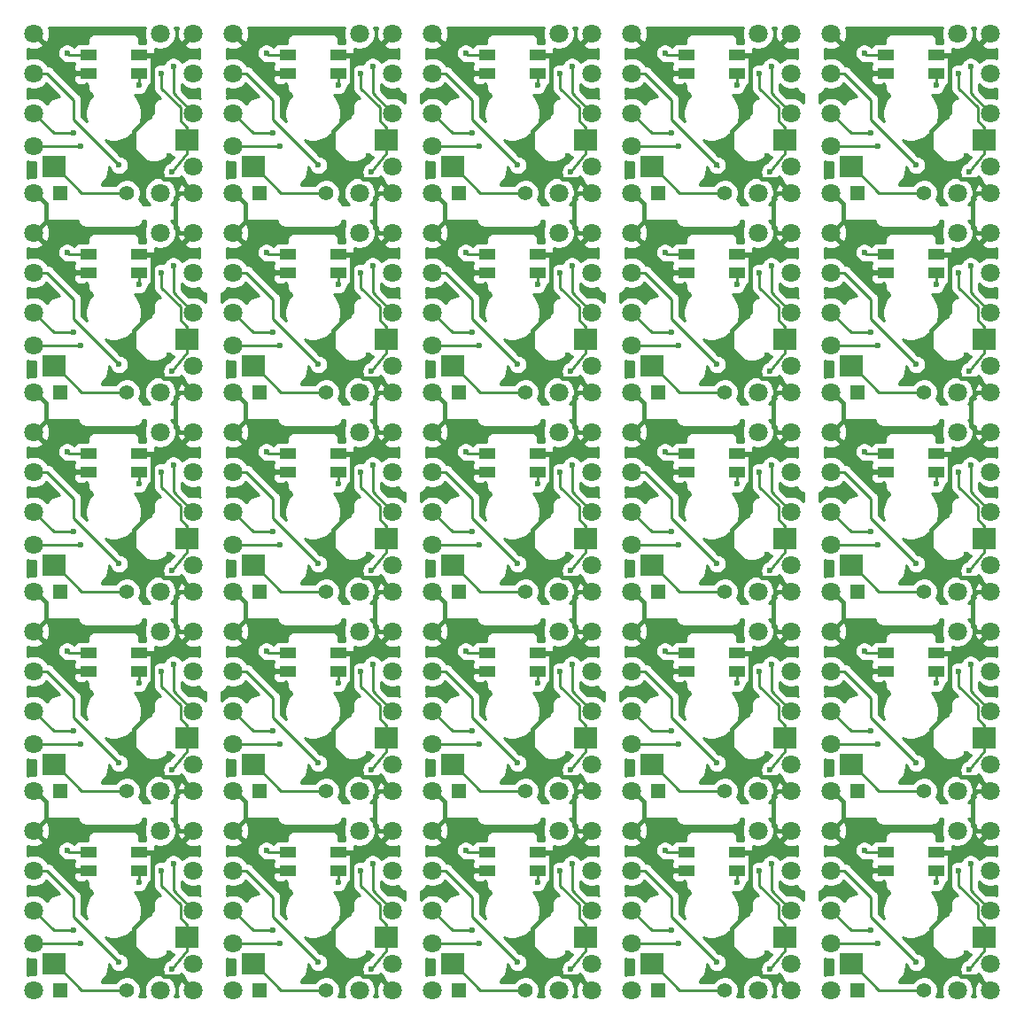
<source format=gbl>
G04 #@! TF.GenerationSoftware,KiCad,Pcbnew,(5.1.6-0-10_14)*
G04 #@! TF.CreationDate,2021-04-19T11:16:05+02:00*
G04 #@! TF.ProjectId,altana,616c7461-6e61-42e6-9b69-6361645f7063,rev?*
G04 #@! TF.SameCoordinates,Original*
G04 #@! TF.FileFunction,Copper,L2,Bot*
G04 #@! TF.FilePolarity,Positive*
%FSLAX46Y46*%
G04 Gerber Fmt 4.6, Leading zero omitted, Abs format (unit mm)*
G04 Created by KiCad (PCBNEW (5.1.6-0-10_14)) date 2021-04-19 11:16:05*
%MOMM*%
%LPD*%
G01*
G04 APERTURE LIST*
G04 #@! TA.AperFunction,SMDPad,CuDef*
%ADD10R,2.300000X2.000000*%
G04 #@! TD*
G04 #@! TA.AperFunction,ComponentPad*
%ADD11C,1.800000*%
G04 #@! TD*
G04 #@! TA.AperFunction,ComponentPad*
%ADD12R,1.400000X1.400000*%
G04 #@! TD*
G04 #@! TA.AperFunction,ComponentPad*
%ADD13C,1.400000*%
G04 #@! TD*
G04 #@! TA.AperFunction,SMDPad,CuDef*
%ADD14R,1.600000X1.000000*%
G04 #@! TD*
G04 #@! TA.AperFunction,ViaPad*
%ADD15C,0.600000*%
G04 #@! TD*
G04 #@! TA.AperFunction,Conductor*
%ADD16C,0.250000*%
G04 #@! TD*
G04 #@! TA.AperFunction,Conductor*
%ADD17C,0.400000*%
G04 #@! TD*
G04 #@! TA.AperFunction,Conductor*
%ADD18C,0.254000*%
G04 #@! TD*
G04 APERTURE END LIST*
D10*
X68722000Y-40807000D03*
X81422000Y-38267000D03*
X87772000Y-40807000D03*
X100472000Y-38267000D03*
X87772000Y-117007000D03*
X100472000Y-114467000D03*
X125872000Y-117007000D03*
X138572000Y-114467000D03*
X125872000Y-97957000D03*
X138572000Y-95417000D03*
X144922000Y-40807000D03*
X157622000Y-38267000D03*
X106822000Y-40807000D03*
X119522000Y-38267000D03*
X125872000Y-40807000D03*
X138572000Y-38267000D03*
X68722000Y-59857000D03*
X81422000Y-57317000D03*
X87772000Y-59857000D03*
X100472000Y-57317000D03*
X106822000Y-59857000D03*
X119522000Y-57317000D03*
X125872000Y-59857000D03*
X138572000Y-57317000D03*
X144922000Y-59857000D03*
X157622000Y-57317000D03*
X68722000Y-78907000D03*
X81422000Y-76367000D03*
X87772000Y-78907000D03*
X100472000Y-76367000D03*
X106822000Y-78907000D03*
X119522000Y-76367000D03*
X125872000Y-78907000D03*
X138572000Y-76367000D03*
X144922000Y-78907000D03*
X157622000Y-76367000D03*
X68722000Y-97957000D03*
X81422000Y-95417000D03*
X87772000Y-97957000D03*
X100472000Y-95417000D03*
X106822000Y-97957000D03*
X119522000Y-95417000D03*
X144922000Y-97957000D03*
X157622000Y-95417000D03*
X68722000Y-117007000D03*
X81422000Y-114467000D03*
X106822000Y-117007000D03*
X119522000Y-114467000D03*
X144922000Y-117007000D03*
X157622000Y-114467000D03*
D11*
X120142000Y-54737000D03*
X139192000Y-73787000D03*
X123952000Y-73787000D03*
X78867000Y-43307000D03*
X78867000Y-28067000D03*
D12*
X69342000Y-43307000D03*
D13*
X75692000Y-43307000D03*
D12*
X107442000Y-43307000D03*
D13*
X113792000Y-43307000D03*
D14*
X91072000Y-30127000D03*
X91072000Y-31877000D03*
X95872000Y-31877000D03*
X95872000Y-30127000D03*
X148222000Y-106327000D03*
X148222000Y-108077000D03*
X153022000Y-108077000D03*
X153022000Y-106327000D03*
X129172000Y-106327000D03*
X129172000Y-108077000D03*
X133972000Y-108077000D03*
X133972000Y-106327000D03*
X110122000Y-106327000D03*
X110122000Y-108077000D03*
X114922000Y-108077000D03*
X114922000Y-106327000D03*
X91072000Y-106327000D03*
X91072000Y-108077000D03*
X95872000Y-108077000D03*
X95872000Y-106327000D03*
X72022000Y-106327000D03*
X72022000Y-108077000D03*
X76822000Y-108077000D03*
X76822000Y-106327000D03*
X148222000Y-87277000D03*
X148222000Y-89027000D03*
X153022000Y-89027000D03*
X153022000Y-87277000D03*
X129172000Y-87277000D03*
X129172000Y-89027000D03*
X133972000Y-89027000D03*
X133972000Y-87277000D03*
X110122000Y-87277000D03*
X110122000Y-89027000D03*
X114922000Y-89027000D03*
X114922000Y-87277000D03*
X91072000Y-87277000D03*
X91072000Y-89027000D03*
X95872000Y-89027000D03*
X95872000Y-87277000D03*
X72022000Y-87277000D03*
X72022000Y-89027000D03*
X76822000Y-89027000D03*
X76822000Y-87277000D03*
X148222000Y-68227000D03*
X148222000Y-69977000D03*
X153022000Y-69977000D03*
X153022000Y-68227000D03*
X129172000Y-68227000D03*
X129172000Y-69977000D03*
X133972000Y-69977000D03*
X133972000Y-68227000D03*
X110122000Y-68227000D03*
X110122000Y-69977000D03*
X114922000Y-69977000D03*
X114922000Y-68227000D03*
X91072000Y-68227000D03*
X91072000Y-69977000D03*
X95872000Y-69977000D03*
X95872000Y-68227000D03*
X72022000Y-68227000D03*
X72022000Y-69977000D03*
X76822000Y-69977000D03*
X76822000Y-68227000D03*
X148222000Y-49177000D03*
X148222000Y-50927000D03*
X153022000Y-50927000D03*
X153022000Y-49177000D03*
X129172000Y-49177000D03*
X129172000Y-50927000D03*
X133972000Y-50927000D03*
X133972000Y-49177000D03*
X110122000Y-49177000D03*
X110122000Y-50927000D03*
X114922000Y-50927000D03*
X114922000Y-49177000D03*
X91072000Y-49177000D03*
X91072000Y-50927000D03*
X95872000Y-50927000D03*
X95872000Y-49177000D03*
X72022000Y-49177000D03*
X72022000Y-50927000D03*
X76822000Y-50927000D03*
X76822000Y-49177000D03*
X148222000Y-30127000D03*
X148222000Y-31877000D03*
X153022000Y-31877000D03*
X153022000Y-30127000D03*
X129172000Y-30127000D03*
X129172000Y-31877000D03*
X133972000Y-31877000D03*
X133972000Y-30127000D03*
X110122000Y-30127000D03*
X110122000Y-31877000D03*
X114922000Y-31877000D03*
X114922000Y-30127000D03*
X72022000Y-30127000D03*
X72022000Y-31877000D03*
X76822000Y-31877000D03*
X76822000Y-30127000D03*
D11*
X158242000Y-111887000D03*
X139192000Y-111887000D03*
X120142000Y-111887000D03*
X101092000Y-111887000D03*
X143002000Y-111887000D03*
X123952000Y-111887000D03*
X104902000Y-111887000D03*
X85852000Y-111887000D03*
X158242000Y-92837000D03*
X139192000Y-92837000D03*
X120142000Y-92837000D03*
X101092000Y-92837000D03*
X143002000Y-92837000D03*
X123952000Y-92837000D03*
X104902000Y-92837000D03*
X85852000Y-92837000D03*
X143002000Y-73787000D03*
X104902000Y-73787000D03*
X85852000Y-73787000D03*
X158242000Y-73787000D03*
X120142000Y-73787000D03*
X101092000Y-73787000D03*
X158242000Y-116967000D03*
X139192000Y-116967000D03*
X120142000Y-116967000D03*
X101092000Y-116967000D03*
X82042000Y-116967000D03*
X158242000Y-97917000D03*
X139192000Y-97917000D03*
X120142000Y-97917000D03*
X101092000Y-97917000D03*
X82042000Y-97917000D03*
X158242000Y-78867000D03*
X139192000Y-78867000D03*
X120142000Y-78867000D03*
X101092000Y-78867000D03*
X82042000Y-78867000D03*
X158242000Y-59817000D03*
X139192000Y-59817000D03*
X120142000Y-59817000D03*
X101092000Y-59817000D03*
X82042000Y-59817000D03*
X158242000Y-40767000D03*
X139192000Y-40767000D03*
X120142000Y-40767000D03*
X101092000Y-40767000D03*
X143002000Y-108077000D03*
X123952000Y-108077000D03*
X104902000Y-108077000D03*
X85852000Y-108077000D03*
X66802000Y-108077000D03*
X143002000Y-89027000D03*
X123952000Y-89027000D03*
X104902000Y-89027000D03*
X85852000Y-89027000D03*
X66802000Y-89027000D03*
X143002000Y-69977000D03*
X123952000Y-69977000D03*
X104902000Y-69977000D03*
X85852000Y-69977000D03*
X66802000Y-69977000D03*
X143002000Y-50927000D03*
X123952000Y-50927000D03*
X104902000Y-50927000D03*
X85852000Y-50927000D03*
X66802000Y-50927000D03*
X143002000Y-31877000D03*
X123952000Y-31877000D03*
X104902000Y-31877000D03*
X85852000Y-31877000D03*
X143002000Y-115062000D03*
X123952000Y-115062000D03*
X104902000Y-115062000D03*
X85852000Y-115062000D03*
X66802000Y-115062000D03*
X143002000Y-96012000D03*
X123952000Y-96012000D03*
X104902000Y-96012000D03*
X85852000Y-96012000D03*
X66802000Y-96012000D03*
X143002000Y-76962000D03*
X123952000Y-76962000D03*
X104902000Y-76962000D03*
X85852000Y-76962000D03*
X66802000Y-76962000D03*
X143002000Y-57912000D03*
X123952000Y-57912000D03*
X104902000Y-57912000D03*
X85852000Y-57912000D03*
X66802000Y-57912000D03*
X143002000Y-38862000D03*
X123952000Y-38862000D03*
X104902000Y-38862000D03*
X85852000Y-38862000D03*
X158242000Y-108077000D03*
X139192000Y-108077000D03*
X120142000Y-108077000D03*
X101092000Y-108077000D03*
X82042000Y-108077000D03*
X158242000Y-89027000D03*
X139192000Y-89027000D03*
X120142000Y-89027000D03*
X101092000Y-89027000D03*
X82042000Y-89027000D03*
X158242000Y-69977000D03*
X139192000Y-69977000D03*
X120142000Y-69977000D03*
X101092000Y-69977000D03*
X82042000Y-69977000D03*
X158242000Y-50927000D03*
X139192000Y-50927000D03*
X120142000Y-50927000D03*
X101092000Y-50927000D03*
X82042000Y-50927000D03*
X158242000Y-31877000D03*
X139192000Y-31877000D03*
X120142000Y-31877000D03*
X101092000Y-31877000D03*
X155067000Y-100457000D03*
X143002000Y-119507000D03*
X143002000Y-104267000D03*
X158242000Y-104267000D03*
X155067000Y-104267000D03*
X158242000Y-119507000D03*
X155067000Y-119507000D03*
X123952000Y-119507000D03*
X139192000Y-119507000D03*
X136017000Y-104267000D03*
X139192000Y-104267000D03*
X136017000Y-119507000D03*
X123952000Y-104267000D03*
X104902000Y-104267000D03*
X104902000Y-119507000D03*
X120142000Y-104267000D03*
X120142000Y-119507000D03*
X116967000Y-119507000D03*
X116967000Y-104267000D03*
X97917000Y-119507000D03*
X101092000Y-119507000D03*
X85852000Y-104267000D03*
X85852000Y-119507000D03*
X101092000Y-104267000D03*
X97917000Y-104267000D03*
X82042000Y-119507000D03*
X78867000Y-119507000D03*
X78867000Y-104267000D03*
X66802000Y-119507000D03*
X66802000Y-104267000D03*
X82042000Y-111887000D03*
X66802000Y-111887000D03*
X82042000Y-104267000D03*
X82042000Y-100457000D03*
X66802000Y-92837000D03*
X78867000Y-85217000D03*
X82042000Y-85217000D03*
X82042000Y-92837000D03*
X78867000Y-100457000D03*
X66802000Y-85217000D03*
X66802000Y-100457000D03*
X101092000Y-85217000D03*
X85852000Y-85217000D03*
X97917000Y-85217000D03*
X85852000Y-100457000D03*
X97917000Y-100457000D03*
X101092000Y-100457000D03*
X116967000Y-100457000D03*
X104902000Y-85217000D03*
X104902000Y-100457000D03*
X116967000Y-85217000D03*
X120142000Y-85217000D03*
X120142000Y-100457000D03*
X123952000Y-100457000D03*
X123952000Y-85217000D03*
X139192000Y-100457000D03*
X136017000Y-85217000D03*
X136017000Y-100457000D03*
X139192000Y-85217000D03*
X143002000Y-100457000D03*
X143002000Y-85217000D03*
X158242000Y-85217000D03*
X158242000Y-100457000D03*
X155067000Y-85217000D03*
X155067000Y-66167000D03*
X143002000Y-66167000D03*
X158242000Y-66167000D03*
X158242000Y-81407000D03*
X155067000Y-81407000D03*
X143002000Y-81407000D03*
X136017000Y-81407000D03*
X139192000Y-81407000D03*
X123952000Y-81407000D03*
X123952000Y-66167000D03*
X136017000Y-66167000D03*
X139192000Y-66167000D03*
X120142000Y-81407000D03*
X104902000Y-81407000D03*
X116967000Y-66167000D03*
X104902000Y-66167000D03*
X120142000Y-66167000D03*
X116967000Y-81407000D03*
X85852000Y-66167000D03*
X101092000Y-81407000D03*
X97917000Y-66167000D03*
X97917000Y-81407000D03*
X101092000Y-66167000D03*
X85852000Y-81407000D03*
X66802000Y-81407000D03*
X78867000Y-66167000D03*
X82042000Y-81407000D03*
X78867000Y-81407000D03*
X82042000Y-73787000D03*
X82042000Y-66167000D03*
X66802000Y-66167000D03*
X66802000Y-73787000D03*
X104902000Y-62357000D03*
X104902000Y-47117000D03*
X104902000Y-54737000D03*
X116967000Y-62357000D03*
X120142000Y-47117000D03*
X120142000Y-62357000D03*
X116967000Y-47117000D03*
X136017000Y-47117000D03*
X123952000Y-62357000D03*
X139192000Y-54737000D03*
X139192000Y-47117000D03*
X139192000Y-62357000D03*
X123952000Y-54737000D03*
X136017000Y-62357000D03*
X123952000Y-47117000D03*
X158242000Y-47117000D03*
X158242000Y-62357000D03*
X143002000Y-54737000D03*
X155067000Y-62357000D03*
X155067000Y-47117000D03*
X143002000Y-47117000D03*
X143002000Y-62357000D03*
X158242000Y-54737000D03*
X155067000Y-43307000D03*
X155067000Y-28067000D03*
X158242000Y-28067000D03*
X143002000Y-35687000D03*
X143002000Y-43307000D03*
X143002000Y-28067000D03*
X158242000Y-35687000D03*
X158242000Y-43307000D03*
X136017000Y-28067000D03*
X139192000Y-28067000D03*
X123952000Y-35687000D03*
X123952000Y-43307000D03*
X123952000Y-28067000D03*
X139192000Y-35687000D03*
X136017000Y-43307000D03*
X139192000Y-43307000D03*
X104902000Y-35687000D03*
X104902000Y-43307000D03*
X104902000Y-28067000D03*
X120142000Y-35687000D03*
X116967000Y-28067000D03*
X120142000Y-43307000D03*
X116967000Y-43307000D03*
X120142000Y-28067000D03*
X101092000Y-62357000D03*
X97917000Y-62357000D03*
X85852000Y-54737000D03*
X85852000Y-62357000D03*
X85852000Y-47117000D03*
X101092000Y-54737000D03*
X97917000Y-47117000D03*
X101092000Y-47117000D03*
X82042000Y-62357000D03*
X78867000Y-62357000D03*
X66802000Y-54737000D03*
X78867000Y-47117000D03*
X82042000Y-54737000D03*
X82042000Y-47117000D03*
X66802000Y-47117000D03*
X66802000Y-62357000D03*
X85852000Y-35687000D03*
X97917000Y-28067000D03*
X85852000Y-28067000D03*
X85852000Y-43307000D03*
X101092000Y-43307000D03*
X101092000Y-28067000D03*
X101092000Y-35687000D03*
X97917000Y-43307000D03*
X66802000Y-38862000D03*
X66802000Y-31877000D03*
X82042000Y-40767000D03*
X82042000Y-31877000D03*
X82042000Y-35687000D03*
X66802000Y-35687000D03*
X82042000Y-28067000D03*
X82042000Y-43307000D03*
X66802000Y-43307000D03*
X66802000Y-28067000D03*
D12*
X69342000Y-62357000D03*
D13*
X75692000Y-62357000D03*
D12*
X88392000Y-43307000D03*
D13*
X94742000Y-43307000D03*
D12*
X126492000Y-43307000D03*
D13*
X132842000Y-43307000D03*
D12*
X145542000Y-43307000D03*
D13*
X151892000Y-43307000D03*
D12*
X88392000Y-62357000D03*
D13*
X94742000Y-62357000D03*
D12*
X107442000Y-62357000D03*
D13*
X113792000Y-62357000D03*
D12*
X126492000Y-62357000D03*
D13*
X132842000Y-62357000D03*
D12*
X145542000Y-62357000D03*
D13*
X151892000Y-62357000D03*
D12*
X69342000Y-81407000D03*
D13*
X75692000Y-81407000D03*
D12*
X88392000Y-81407000D03*
D13*
X94742000Y-81407000D03*
D12*
X107442000Y-81407000D03*
D13*
X113792000Y-81407000D03*
D12*
X126492000Y-81407000D03*
D13*
X132842000Y-81407000D03*
D12*
X145542000Y-81407000D03*
D13*
X151892000Y-81407000D03*
D12*
X69342000Y-100457000D03*
D13*
X75692000Y-100457000D03*
D12*
X88392000Y-100457000D03*
D13*
X94742000Y-100457000D03*
D12*
X107442000Y-100457000D03*
D13*
X113792000Y-100457000D03*
D12*
X126492000Y-100457000D03*
D13*
X132842000Y-100457000D03*
D12*
X145542000Y-100457000D03*
D13*
X151892000Y-100457000D03*
D12*
X69342000Y-119507000D03*
D13*
X75692000Y-119507000D03*
D12*
X88392000Y-119507000D03*
D13*
X94742000Y-119507000D03*
D12*
X107442000Y-119507000D03*
D13*
X113792000Y-119507000D03*
D12*
X126492000Y-119507000D03*
D13*
X132842000Y-119507000D03*
D12*
X145542000Y-119507000D03*
D13*
X151892000Y-119507000D03*
D15*
X70612000Y-37592000D03*
X89662000Y-37592000D03*
X108712000Y-37592000D03*
X127762000Y-37592000D03*
X146812000Y-37592000D03*
X80137000Y-31242000D03*
X99187000Y-31242000D03*
X118237000Y-31242000D03*
X137287000Y-31242000D03*
X156337000Y-31242000D03*
X80137000Y-50292000D03*
X99187000Y-50292000D03*
X118237000Y-50292000D03*
X137287000Y-50292000D03*
X156337000Y-50292000D03*
X70612000Y-56642000D03*
X89662000Y-56642000D03*
X108712000Y-56642000D03*
X127762000Y-56642000D03*
X146812000Y-56642000D03*
X80137000Y-69342000D03*
X99187000Y-69342000D03*
X118237000Y-69342000D03*
X137287000Y-69342000D03*
X156337000Y-69342000D03*
X70612000Y-75692000D03*
X89662000Y-75692000D03*
X108712000Y-75692000D03*
X127762000Y-75692000D03*
X146812000Y-75692000D03*
X80137000Y-88392000D03*
X99187000Y-88392000D03*
X118237000Y-88392000D03*
X137287000Y-88392000D03*
X156337000Y-88392000D03*
X70612000Y-94742000D03*
X89662000Y-94742000D03*
X108712000Y-94742000D03*
X127762000Y-94742000D03*
X146812000Y-94742000D03*
X80137000Y-107442000D03*
X99187000Y-107442000D03*
X118237000Y-107442000D03*
X137287000Y-107442000D03*
X156337000Y-107442000D03*
X70612000Y-113792000D03*
X89662000Y-113792000D03*
X108712000Y-113792000D03*
X127762000Y-113792000D03*
X146812000Y-113792000D03*
X69977000Y-29972000D03*
X89027000Y-29972000D03*
X108077000Y-29972000D03*
X127127000Y-29972000D03*
X146177000Y-29972000D03*
X69977000Y-49022000D03*
X89027000Y-49022000D03*
X108077000Y-49022000D03*
X127127000Y-49022000D03*
X146177000Y-49022000D03*
X69977000Y-68072000D03*
X89027000Y-68072000D03*
X108077000Y-68072000D03*
X127127000Y-68072000D03*
X146177000Y-68072000D03*
X69977000Y-87122000D03*
X89027000Y-87122000D03*
X108077000Y-87122000D03*
X127127000Y-87122000D03*
X146177000Y-87122000D03*
X69977000Y-106172000D03*
X89027000Y-106172000D03*
X108077000Y-106172000D03*
X127127000Y-106172000D03*
X146177000Y-106172000D03*
X74939999Y-40649999D03*
X93989999Y-40649999D03*
X113039999Y-40649999D03*
X132089999Y-40649999D03*
X151139999Y-40649999D03*
X74939999Y-59699999D03*
X93989999Y-59699999D03*
X113039999Y-59699999D03*
X132089999Y-59699999D03*
X151139999Y-59699999D03*
X74939999Y-78749999D03*
X93989999Y-78749999D03*
X113039999Y-78749999D03*
X132089999Y-78749999D03*
X151139999Y-78749999D03*
X74939999Y-97799999D03*
X93989999Y-97799999D03*
X113039999Y-97799999D03*
X132089999Y-97799999D03*
X151139999Y-97799999D03*
X74939999Y-116849999D03*
X93989999Y-116849999D03*
X113039999Y-116849999D03*
X132089999Y-116849999D03*
X151139999Y-116849999D03*
X76822000Y-33007000D03*
X71247000Y-38862000D03*
X90297000Y-38862000D03*
X109347000Y-38862000D03*
X128397000Y-38862000D03*
X147447000Y-38862000D03*
X71247000Y-57912000D03*
X90297000Y-57912000D03*
X109347000Y-57912000D03*
X128397000Y-57912000D03*
X147447000Y-57912000D03*
X71247000Y-76962000D03*
X90297000Y-76962000D03*
X109347000Y-76962000D03*
X128397000Y-76962000D03*
X147447000Y-76962000D03*
X71247000Y-96012000D03*
X90297000Y-96012000D03*
X109347000Y-96012000D03*
X128397000Y-96012000D03*
X147447000Y-96012000D03*
X71247000Y-115062000D03*
X90297000Y-115062000D03*
X109347000Y-115062000D03*
X128397000Y-115062000D03*
X147447000Y-115062000D03*
X95872000Y-33007000D03*
X114922000Y-33007000D03*
X133972000Y-33007000D03*
X153022000Y-33007000D03*
X76822000Y-52057000D03*
X95872000Y-52057000D03*
X114922000Y-52057000D03*
X133972000Y-52057000D03*
X153022000Y-52057000D03*
X76822000Y-71107000D03*
X95872000Y-71107000D03*
X114922000Y-71107000D03*
X133972000Y-71107000D03*
X153022000Y-71107000D03*
X76822000Y-90157000D03*
X95872000Y-90157000D03*
X114922000Y-90157000D03*
X133972000Y-90157000D03*
X153022000Y-90157000D03*
X76822000Y-109207000D03*
X95872000Y-109207000D03*
X114922000Y-109207000D03*
X133972000Y-109207000D03*
X153022000Y-109207000D03*
X76962000Y-42037000D03*
X82042000Y-29972000D03*
X79756000Y-39751000D03*
X78151999Y-30207001D03*
X98806000Y-39751000D03*
X117856000Y-39751000D03*
X136906000Y-39751000D03*
X155956000Y-39751000D03*
X79756000Y-58801000D03*
X98806000Y-58801000D03*
X117856000Y-58801000D03*
X136906000Y-58801000D03*
X155956000Y-58801000D03*
X79756000Y-77851000D03*
X98806000Y-77851000D03*
X117856000Y-77851000D03*
X136906000Y-77851000D03*
X155956000Y-77851000D03*
X79756000Y-96901000D03*
X98806000Y-96901000D03*
X117856000Y-96901000D03*
X136906000Y-96901000D03*
X155956000Y-96901000D03*
X79756000Y-115951000D03*
X98806000Y-115951000D03*
X117856000Y-115951000D03*
X136906000Y-115951000D03*
X155956000Y-115951000D03*
X101092000Y-29972000D03*
X120142000Y-29972000D03*
X139192000Y-29972000D03*
X158242000Y-29972000D03*
X82042000Y-49022000D03*
X101092000Y-49022000D03*
X120142000Y-49022000D03*
X139192000Y-49022000D03*
X158242000Y-49022000D03*
X82042000Y-68072000D03*
X101092000Y-68072000D03*
X120142000Y-68072000D03*
X139192000Y-68072000D03*
X158242000Y-68072000D03*
X82042000Y-87122000D03*
X101092000Y-87122000D03*
X120142000Y-87122000D03*
X139192000Y-87122000D03*
X158242000Y-87122000D03*
X82042000Y-106172000D03*
X101092000Y-106172000D03*
X120142000Y-106172000D03*
X139192000Y-106172000D03*
X158242000Y-106172000D03*
X96012000Y-42037000D03*
X115062000Y-42037000D03*
X134112000Y-42037000D03*
X153162000Y-42037000D03*
X76962000Y-61087000D03*
X96012000Y-61087000D03*
X115062000Y-61087000D03*
X134112000Y-61087000D03*
X153162000Y-61087000D03*
X76962000Y-80137000D03*
X96012000Y-80137000D03*
X115062000Y-80137000D03*
X134112000Y-80137000D03*
X153162000Y-80137000D03*
X76962000Y-99187000D03*
X96012000Y-99187000D03*
X115062000Y-99187000D03*
X134112000Y-99187000D03*
X153162000Y-99187000D03*
X76962000Y-118237000D03*
X96012000Y-118237000D03*
X115062000Y-118237000D03*
X134112000Y-118237000D03*
X153162000Y-118237000D03*
X97201999Y-33782000D03*
X116251999Y-33782000D03*
X135301999Y-33782000D03*
X154351999Y-33782000D03*
X78151999Y-52832000D03*
X97201999Y-52832000D03*
X116251999Y-52832000D03*
X135301999Y-52832000D03*
X154351999Y-52832000D03*
X78151999Y-71882000D03*
X97201999Y-71882000D03*
X116251999Y-71882000D03*
X135301999Y-71882000D03*
X154351999Y-71882000D03*
X78151999Y-90932000D03*
X97201999Y-90932000D03*
X116251999Y-90932000D03*
X135301999Y-90932000D03*
X154351999Y-90932000D03*
X78151999Y-109982000D03*
X97201999Y-109982000D03*
X116251999Y-109982000D03*
X135301999Y-109982000D03*
X154351999Y-109982000D03*
X97201999Y-30207001D03*
X116251999Y-30207001D03*
X135301999Y-30207001D03*
X154351999Y-30207001D03*
X78151999Y-49257001D03*
X97201999Y-49257001D03*
X116251999Y-49257001D03*
X135301999Y-49257001D03*
X154351999Y-49257001D03*
X78151999Y-68307001D03*
X97201999Y-68307001D03*
X116251999Y-68307001D03*
X135301999Y-68307001D03*
X154351999Y-68307001D03*
X78151999Y-87357001D03*
X97201999Y-87357001D03*
X116251999Y-87357001D03*
X135301999Y-87357001D03*
X154351999Y-87357001D03*
X78151999Y-106407001D03*
X97201999Y-106407001D03*
X116251999Y-106407001D03*
X135301999Y-106407001D03*
X154351999Y-106407001D03*
X81407000Y-33782000D03*
X100457000Y-33782000D03*
X119507000Y-33782000D03*
X138557000Y-33782000D03*
X157607000Y-33782000D03*
X81407000Y-52832000D03*
X100457000Y-52832000D03*
X119507000Y-52832000D03*
X138557000Y-52832000D03*
X157607000Y-52832000D03*
X81407000Y-71882000D03*
X100457000Y-71882000D03*
X119507000Y-71882000D03*
X138557000Y-71882000D03*
X157607000Y-71882000D03*
X81407000Y-90932000D03*
X100457000Y-90932000D03*
X119507000Y-90932000D03*
X138557000Y-90932000D03*
X157607000Y-90932000D03*
X81407000Y-109982000D03*
X100457000Y-109982000D03*
X119507000Y-109982000D03*
X138557000Y-109982000D03*
X157607000Y-109982000D03*
X78151999Y-33782000D03*
X75692000Y-39497000D03*
X94742000Y-39497000D03*
X113792000Y-39497000D03*
X132842000Y-39497000D03*
X151892000Y-39497000D03*
X75692000Y-58547000D03*
X94742000Y-58547000D03*
X113792000Y-58547000D03*
X132842000Y-58547000D03*
X151892000Y-58547000D03*
X75692000Y-77597000D03*
X94742000Y-77597000D03*
X113792000Y-77597000D03*
X132842000Y-77597000D03*
X151892000Y-77597000D03*
X75692000Y-96647000D03*
X94742000Y-96647000D03*
X113792000Y-96647000D03*
X132842000Y-96647000D03*
X151892000Y-96647000D03*
X75692000Y-115697000D03*
X94742000Y-115697000D03*
X113792000Y-115697000D03*
X132842000Y-115697000D03*
X151892000Y-115697000D03*
X78994000Y-31877000D03*
X80010000Y-41275000D03*
X80010000Y-60325000D03*
X80010000Y-79375000D03*
X80010000Y-98425000D03*
X80010000Y-117475000D03*
X78994000Y-50927000D03*
X78994000Y-69977000D03*
X78994000Y-89027000D03*
X78994000Y-108077000D03*
X98044000Y-31877000D03*
X98044000Y-50927000D03*
X98044000Y-69977000D03*
X98044000Y-89027000D03*
X98044000Y-108077000D03*
X99060000Y-41275000D03*
X99060000Y-60325000D03*
X99060000Y-79375000D03*
X99060000Y-98425000D03*
X99060000Y-117475000D03*
X117094000Y-31877000D03*
X117094000Y-50927000D03*
X117094000Y-69977000D03*
X117094000Y-89027000D03*
X117094000Y-108077000D03*
X118110000Y-41275000D03*
X118110000Y-60325000D03*
X118110000Y-79375000D03*
X118110000Y-98425000D03*
X118110000Y-117475000D03*
X136144000Y-31877000D03*
X136144000Y-50927000D03*
X136144000Y-69977000D03*
X136144000Y-89027000D03*
X136144000Y-108077000D03*
X137160000Y-41275000D03*
X137160000Y-60325000D03*
X137160000Y-79375000D03*
X137160000Y-98425000D03*
X137160000Y-117475000D03*
X155194000Y-31877000D03*
X155194000Y-50927000D03*
X155194000Y-69977000D03*
X155194000Y-89027000D03*
X155194000Y-108077000D03*
X156210000Y-41275000D03*
X156210000Y-60325000D03*
X156210000Y-79375000D03*
X156210000Y-98425000D03*
X156210000Y-117475000D03*
X70612000Y-31877000D03*
X89662000Y-31877000D03*
X108712000Y-31877000D03*
X127762000Y-31877000D03*
X146812000Y-31877000D03*
X70612000Y-50927000D03*
X89662000Y-50927000D03*
X108712000Y-50927000D03*
X127762000Y-50927000D03*
X146812000Y-50927000D03*
X70612000Y-69977000D03*
X89662000Y-69977000D03*
X108712000Y-69977000D03*
X127762000Y-69977000D03*
X146812000Y-69977000D03*
X70612000Y-89027000D03*
X89662000Y-89027000D03*
X108712000Y-89027000D03*
X127762000Y-89027000D03*
X146812000Y-89027000D03*
X70612000Y-108077000D03*
X89662000Y-108077000D03*
X108712000Y-108077000D03*
X127762000Y-108077000D03*
X146812000Y-108077000D03*
X68707000Y-33782000D03*
X87757000Y-33782000D03*
X106807000Y-33782000D03*
X125857000Y-33782000D03*
X144907000Y-33782000D03*
X68707000Y-52832000D03*
X87757000Y-52832000D03*
X106807000Y-52832000D03*
X125857000Y-52832000D03*
X144907000Y-52832000D03*
X68707000Y-71882000D03*
X87757000Y-71882000D03*
X106807000Y-71882000D03*
X125857000Y-71882000D03*
X144907000Y-71882000D03*
X68707000Y-90932000D03*
X87757000Y-90932000D03*
X106807000Y-90932000D03*
X125857000Y-90932000D03*
X144907000Y-90932000D03*
X68707000Y-109982000D03*
X87757000Y-109982000D03*
X106807000Y-109982000D03*
X125857000Y-109982000D03*
X144907000Y-109982000D03*
X66802000Y-41402000D03*
X85852000Y-41402000D03*
X104902000Y-41402000D03*
X123952000Y-41402000D03*
X143002000Y-41402000D03*
X66802000Y-60452000D03*
X85852000Y-60452000D03*
X104902000Y-60452000D03*
X123952000Y-60452000D03*
X143002000Y-60452000D03*
X66802000Y-79502000D03*
X85852000Y-79502000D03*
X104902000Y-79502000D03*
X123952000Y-79502000D03*
X143002000Y-79502000D03*
X66802000Y-98552000D03*
X85852000Y-98552000D03*
X104902000Y-98552000D03*
X123952000Y-98552000D03*
X143002000Y-98552000D03*
X66802000Y-117602000D03*
X85852000Y-117602000D03*
X104902000Y-117602000D03*
X123952000Y-117602000D03*
X143002000Y-117602000D03*
D16*
X66802000Y-35687000D02*
X68707000Y-37592000D01*
X68707000Y-37592000D02*
X70612000Y-37592000D01*
X70612000Y-37592000D02*
X70612000Y-37592000D01*
X87757000Y-37592000D02*
X89662000Y-37592000D01*
X106807000Y-37592000D02*
X108712000Y-37592000D01*
X125857000Y-37592000D02*
X127762000Y-37592000D01*
X144907000Y-37592000D02*
X146812000Y-37592000D01*
X85852000Y-35687000D02*
X87757000Y-37592000D01*
X104902000Y-35687000D02*
X106807000Y-37592000D01*
X123952000Y-35687000D02*
X125857000Y-37592000D01*
X143002000Y-35687000D02*
X144907000Y-37592000D01*
X89662000Y-37592000D02*
X89662000Y-37592000D01*
X108712000Y-37592000D02*
X108712000Y-37592000D01*
X127762000Y-37592000D02*
X127762000Y-37592000D01*
X146812000Y-37592000D02*
X146812000Y-37592000D01*
X82042000Y-35687000D02*
X80137000Y-33782000D01*
X80137000Y-33782000D02*
X80137000Y-31242000D01*
X80137000Y-31242000D02*
X80137000Y-31242000D01*
X101092000Y-35687000D02*
X99187000Y-33782000D01*
X120142000Y-35687000D02*
X118237000Y-33782000D01*
X139192000Y-35687000D02*
X137287000Y-33782000D01*
X158242000Y-35687000D02*
X156337000Y-33782000D01*
X99187000Y-33782000D02*
X99187000Y-31242000D01*
X118237000Y-33782000D02*
X118237000Y-31242000D01*
X137287000Y-33782000D02*
X137287000Y-31242000D01*
X156337000Y-33782000D02*
X156337000Y-31242000D01*
X74702051Y-43307000D02*
X75692000Y-43307000D01*
X71372000Y-43307000D02*
X74702051Y-43307000D01*
X68872000Y-40807000D02*
X71372000Y-43307000D01*
X68722000Y-40807000D02*
X68872000Y-40807000D01*
X90422000Y-43307000D02*
X93752051Y-43307000D01*
X87922000Y-40807000D02*
X90422000Y-43307000D01*
X87772000Y-40807000D02*
X87922000Y-40807000D01*
X93752051Y-43307000D02*
X94742000Y-43307000D01*
X109472000Y-43307000D02*
X112802051Y-43307000D01*
X106972000Y-40807000D02*
X109472000Y-43307000D01*
X106822000Y-40807000D02*
X106972000Y-40807000D01*
X112802051Y-43307000D02*
X113792000Y-43307000D01*
X128522000Y-43307000D02*
X131852051Y-43307000D01*
X126022000Y-40807000D02*
X128522000Y-43307000D01*
X125872000Y-40807000D02*
X126022000Y-40807000D01*
X131852051Y-43307000D02*
X132842000Y-43307000D01*
X147572000Y-43307000D02*
X150902051Y-43307000D01*
X145072000Y-40807000D02*
X147572000Y-43307000D01*
X144922000Y-40807000D02*
X145072000Y-40807000D01*
X150902051Y-43307000D02*
X151892000Y-43307000D01*
X82042000Y-54737000D02*
X80137000Y-52832000D01*
X101092000Y-54737000D02*
X99187000Y-52832000D01*
X120142000Y-54737000D02*
X118237000Y-52832000D01*
X139192000Y-54737000D02*
X137287000Y-52832000D01*
X158242000Y-54737000D02*
X156337000Y-52832000D01*
X80137000Y-52832000D02*
X80137000Y-50292000D01*
X99187000Y-52832000D02*
X99187000Y-50292000D01*
X118237000Y-52832000D02*
X118237000Y-50292000D01*
X137287000Y-52832000D02*
X137287000Y-50292000D01*
X156337000Y-52832000D02*
X156337000Y-50292000D01*
X68707000Y-56642000D02*
X70612000Y-56642000D01*
X87757000Y-56642000D02*
X89662000Y-56642000D01*
X106807000Y-56642000D02*
X108712000Y-56642000D01*
X125857000Y-56642000D02*
X127762000Y-56642000D01*
X144907000Y-56642000D02*
X146812000Y-56642000D01*
X66802000Y-54737000D02*
X68707000Y-56642000D01*
X85852000Y-54737000D02*
X87757000Y-56642000D01*
X104902000Y-54737000D02*
X106807000Y-56642000D01*
X123952000Y-54737000D02*
X125857000Y-56642000D01*
X143002000Y-54737000D02*
X144907000Y-56642000D01*
X70612000Y-56642000D02*
X70612000Y-56642000D01*
X89662000Y-56642000D02*
X89662000Y-56642000D01*
X108712000Y-56642000D02*
X108712000Y-56642000D01*
X127762000Y-56642000D02*
X127762000Y-56642000D01*
X146812000Y-56642000D02*
X146812000Y-56642000D01*
X71372000Y-62357000D02*
X74702051Y-62357000D01*
X68872000Y-59857000D02*
X71372000Y-62357000D01*
X68722000Y-59857000D02*
X68872000Y-59857000D01*
X74702051Y-62357000D02*
X75692000Y-62357000D01*
X90422000Y-62357000D02*
X93752051Y-62357000D01*
X87922000Y-59857000D02*
X90422000Y-62357000D01*
X87772000Y-59857000D02*
X87922000Y-59857000D01*
X93752051Y-62357000D02*
X94742000Y-62357000D01*
X109472000Y-62357000D02*
X112802051Y-62357000D01*
X106972000Y-59857000D02*
X109472000Y-62357000D01*
X106822000Y-59857000D02*
X106972000Y-59857000D01*
X112802051Y-62357000D02*
X113792000Y-62357000D01*
X128522000Y-62357000D02*
X131852051Y-62357000D01*
X126022000Y-59857000D02*
X128522000Y-62357000D01*
X125872000Y-59857000D02*
X126022000Y-59857000D01*
X131852051Y-62357000D02*
X132842000Y-62357000D01*
X147572000Y-62357000D02*
X150902051Y-62357000D01*
X145072000Y-59857000D02*
X147572000Y-62357000D01*
X144922000Y-59857000D02*
X145072000Y-59857000D01*
X150902051Y-62357000D02*
X151892000Y-62357000D01*
X82042000Y-73787000D02*
X80137000Y-71882000D01*
X101092000Y-73787000D02*
X99187000Y-71882000D01*
X120142000Y-73787000D02*
X118237000Y-71882000D01*
X139192000Y-73787000D02*
X137287000Y-71882000D01*
X158242000Y-73787000D02*
X156337000Y-71882000D01*
X80137000Y-71882000D02*
X80137000Y-69342000D01*
X99187000Y-71882000D02*
X99187000Y-69342000D01*
X118237000Y-71882000D02*
X118237000Y-69342000D01*
X137287000Y-71882000D02*
X137287000Y-69342000D01*
X156337000Y-71882000D02*
X156337000Y-69342000D01*
X68707000Y-75692000D02*
X70612000Y-75692000D01*
X87757000Y-75692000D02*
X89662000Y-75692000D01*
X106807000Y-75692000D02*
X108712000Y-75692000D01*
X125857000Y-75692000D02*
X127762000Y-75692000D01*
X144907000Y-75692000D02*
X146812000Y-75692000D01*
X66802000Y-73787000D02*
X68707000Y-75692000D01*
X85852000Y-73787000D02*
X87757000Y-75692000D01*
X104902000Y-73787000D02*
X106807000Y-75692000D01*
X123952000Y-73787000D02*
X125857000Y-75692000D01*
X143002000Y-73787000D02*
X144907000Y-75692000D01*
X70612000Y-75692000D02*
X70612000Y-75692000D01*
X89662000Y-75692000D02*
X89662000Y-75692000D01*
X108712000Y-75692000D02*
X108712000Y-75692000D01*
X127762000Y-75692000D02*
X127762000Y-75692000D01*
X146812000Y-75692000D02*
X146812000Y-75692000D01*
X71372000Y-81407000D02*
X74702051Y-81407000D01*
X68872000Y-78907000D02*
X71372000Y-81407000D01*
X68722000Y-78907000D02*
X68872000Y-78907000D01*
X74702051Y-81407000D02*
X75692000Y-81407000D01*
X90422000Y-81407000D02*
X93752051Y-81407000D01*
X87922000Y-78907000D02*
X90422000Y-81407000D01*
X87772000Y-78907000D02*
X87922000Y-78907000D01*
X93752051Y-81407000D02*
X94742000Y-81407000D01*
X109472000Y-81407000D02*
X112802051Y-81407000D01*
X106972000Y-78907000D02*
X109472000Y-81407000D01*
X106822000Y-78907000D02*
X106972000Y-78907000D01*
X112802051Y-81407000D02*
X113792000Y-81407000D01*
X128522000Y-81407000D02*
X131852051Y-81407000D01*
X126022000Y-78907000D02*
X128522000Y-81407000D01*
X125872000Y-78907000D02*
X126022000Y-78907000D01*
X131852051Y-81407000D02*
X132842000Y-81407000D01*
X147572000Y-81407000D02*
X150902051Y-81407000D01*
X145072000Y-78907000D02*
X147572000Y-81407000D01*
X144922000Y-78907000D02*
X145072000Y-78907000D01*
X150902051Y-81407000D02*
X151892000Y-81407000D01*
X82042000Y-92837000D02*
X80137000Y-90932000D01*
X101092000Y-92837000D02*
X99187000Y-90932000D01*
X120142000Y-92837000D02*
X118237000Y-90932000D01*
X139192000Y-92837000D02*
X137287000Y-90932000D01*
X158242000Y-92837000D02*
X156337000Y-90932000D01*
X80137000Y-90932000D02*
X80137000Y-88392000D01*
X99187000Y-90932000D02*
X99187000Y-88392000D01*
X118237000Y-90932000D02*
X118237000Y-88392000D01*
X137287000Y-90932000D02*
X137287000Y-88392000D01*
X156337000Y-90932000D02*
X156337000Y-88392000D01*
X68707000Y-94742000D02*
X70612000Y-94742000D01*
X87757000Y-94742000D02*
X89662000Y-94742000D01*
X106807000Y-94742000D02*
X108712000Y-94742000D01*
X125857000Y-94742000D02*
X127762000Y-94742000D01*
X144907000Y-94742000D02*
X146812000Y-94742000D01*
X66802000Y-92837000D02*
X68707000Y-94742000D01*
X85852000Y-92837000D02*
X87757000Y-94742000D01*
X104902000Y-92837000D02*
X106807000Y-94742000D01*
X123952000Y-92837000D02*
X125857000Y-94742000D01*
X143002000Y-92837000D02*
X144907000Y-94742000D01*
X70612000Y-94742000D02*
X70612000Y-94742000D01*
X89662000Y-94742000D02*
X89662000Y-94742000D01*
X108712000Y-94742000D02*
X108712000Y-94742000D01*
X127762000Y-94742000D02*
X127762000Y-94742000D01*
X146812000Y-94742000D02*
X146812000Y-94742000D01*
X71372000Y-100457000D02*
X74702051Y-100457000D01*
X68872000Y-97957000D02*
X71372000Y-100457000D01*
X68722000Y-97957000D02*
X68872000Y-97957000D01*
X74702051Y-100457000D02*
X75692000Y-100457000D01*
X90422000Y-100457000D02*
X93752051Y-100457000D01*
X87922000Y-97957000D02*
X90422000Y-100457000D01*
X87772000Y-97957000D02*
X87922000Y-97957000D01*
X93752051Y-100457000D02*
X94742000Y-100457000D01*
X109472000Y-100457000D02*
X112802051Y-100457000D01*
X106972000Y-97957000D02*
X109472000Y-100457000D01*
X106822000Y-97957000D02*
X106972000Y-97957000D01*
X112802051Y-100457000D02*
X113792000Y-100457000D01*
X128522000Y-100457000D02*
X131852051Y-100457000D01*
X126022000Y-97957000D02*
X128522000Y-100457000D01*
X125872000Y-97957000D02*
X126022000Y-97957000D01*
X131852051Y-100457000D02*
X132842000Y-100457000D01*
X147572000Y-100457000D02*
X150902051Y-100457000D01*
X145072000Y-97957000D02*
X147572000Y-100457000D01*
X144922000Y-97957000D02*
X145072000Y-97957000D01*
X150902051Y-100457000D02*
X151892000Y-100457000D01*
X82042000Y-111887000D02*
X80137000Y-109982000D01*
X101092000Y-111887000D02*
X99187000Y-109982000D01*
X120142000Y-111887000D02*
X118237000Y-109982000D01*
X139192000Y-111887000D02*
X137287000Y-109982000D01*
X158242000Y-111887000D02*
X156337000Y-109982000D01*
X80137000Y-109982000D02*
X80137000Y-107442000D01*
X99187000Y-109982000D02*
X99187000Y-107442000D01*
X118237000Y-109982000D02*
X118237000Y-107442000D01*
X137287000Y-109982000D02*
X137287000Y-107442000D01*
X156337000Y-109982000D02*
X156337000Y-107442000D01*
X68707000Y-113792000D02*
X70612000Y-113792000D01*
X87757000Y-113792000D02*
X89662000Y-113792000D01*
X106807000Y-113792000D02*
X108712000Y-113792000D01*
X125857000Y-113792000D02*
X127762000Y-113792000D01*
X144907000Y-113792000D02*
X146812000Y-113792000D01*
X66802000Y-111887000D02*
X68707000Y-113792000D01*
X85852000Y-111887000D02*
X87757000Y-113792000D01*
X104902000Y-111887000D02*
X106807000Y-113792000D01*
X123952000Y-111887000D02*
X125857000Y-113792000D01*
X143002000Y-111887000D02*
X144907000Y-113792000D01*
X70612000Y-113792000D02*
X70612000Y-113792000D01*
X89662000Y-113792000D02*
X89662000Y-113792000D01*
X108712000Y-113792000D02*
X108712000Y-113792000D01*
X127762000Y-113792000D02*
X127762000Y-113792000D01*
X146812000Y-113792000D02*
X146812000Y-113792000D01*
X71372000Y-119507000D02*
X74702051Y-119507000D01*
X68872000Y-117007000D02*
X71372000Y-119507000D01*
X68722000Y-117007000D02*
X68872000Y-117007000D01*
X74702051Y-119507000D02*
X75692000Y-119507000D01*
X90422000Y-119507000D02*
X93752051Y-119507000D01*
X87922000Y-117007000D02*
X90422000Y-119507000D01*
X87772000Y-117007000D02*
X87922000Y-117007000D01*
X93752051Y-119507000D02*
X94742000Y-119507000D01*
X109472000Y-119507000D02*
X112802051Y-119507000D01*
X106972000Y-117007000D02*
X109472000Y-119507000D01*
X106822000Y-117007000D02*
X106972000Y-117007000D01*
X112802051Y-119507000D02*
X113792000Y-119507000D01*
X128522000Y-119507000D02*
X131852051Y-119507000D01*
X126022000Y-117007000D02*
X128522000Y-119507000D01*
X125872000Y-117007000D02*
X126022000Y-117007000D01*
X131852051Y-119507000D02*
X132842000Y-119507000D01*
X147572000Y-119507000D02*
X150902051Y-119507000D01*
X145072000Y-117007000D02*
X147572000Y-119507000D01*
X144922000Y-117007000D02*
X145072000Y-117007000D01*
X150902051Y-119507000D02*
X151892000Y-119507000D01*
X70132000Y-30127000D02*
X69977000Y-29972000D01*
X72022000Y-30127000D02*
X70132000Y-30127000D01*
X68074792Y-31877000D02*
X66802000Y-31877000D01*
X70617001Y-34419209D02*
X68074792Y-31877000D01*
X70617001Y-36327001D02*
X70617001Y-34419209D01*
X127767001Y-34419209D02*
X125224792Y-31877000D01*
X132207000Y-40767000D02*
X127767001Y-36327001D01*
X91072000Y-30127000D02*
X89182000Y-30127000D01*
X110122000Y-30127000D02*
X108232000Y-30127000D01*
X129172000Y-30127000D02*
X127282000Y-30127000D01*
X148222000Y-30127000D02*
X146332000Y-30127000D01*
X72022000Y-49177000D02*
X70132000Y-49177000D01*
X91072000Y-49177000D02*
X89182000Y-49177000D01*
X110122000Y-49177000D02*
X108232000Y-49177000D01*
X129172000Y-49177000D02*
X127282000Y-49177000D01*
X148222000Y-49177000D02*
X146332000Y-49177000D01*
X72022000Y-68227000D02*
X70132000Y-68227000D01*
X91072000Y-68227000D02*
X89182000Y-68227000D01*
X110122000Y-68227000D02*
X108232000Y-68227000D01*
X129172000Y-68227000D02*
X127282000Y-68227000D01*
X148222000Y-68227000D02*
X146332000Y-68227000D01*
X72022000Y-87277000D02*
X70132000Y-87277000D01*
X91072000Y-87277000D02*
X89182000Y-87277000D01*
X110122000Y-87277000D02*
X108232000Y-87277000D01*
X129172000Y-87277000D02*
X127282000Y-87277000D01*
X148222000Y-87277000D02*
X146332000Y-87277000D01*
X72022000Y-106327000D02*
X70132000Y-106327000D01*
X91072000Y-106327000D02*
X89182000Y-106327000D01*
X110122000Y-106327000D02*
X108232000Y-106327000D01*
X129172000Y-106327000D02*
X127282000Y-106327000D01*
X148222000Y-106327000D02*
X146332000Y-106327000D01*
X127767001Y-36327001D02*
X127767001Y-34419209D01*
X125224792Y-31877000D02*
X123952000Y-31877000D01*
X89182000Y-30127000D02*
X89027000Y-29972000D01*
X108232000Y-30127000D02*
X108077000Y-29972000D01*
X127282000Y-30127000D02*
X127127000Y-29972000D01*
X146332000Y-30127000D02*
X146177000Y-29972000D01*
X70132000Y-49177000D02*
X69977000Y-49022000D01*
X89182000Y-49177000D02*
X89027000Y-49022000D01*
X108232000Y-49177000D02*
X108077000Y-49022000D01*
X127282000Y-49177000D02*
X127127000Y-49022000D01*
X146332000Y-49177000D02*
X146177000Y-49022000D01*
X70132000Y-68227000D02*
X69977000Y-68072000D01*
X89182000Y-68227000D02*
X89027000Y-68072000D01*
X108232000Y-68227000D02*
X108077000Y-68072000D01*
X127282000Y-68227000D02*
X127127000Y-68072000D01*
X146332000Y-68227000D02*
X146177000Y-68072000D01*
X70132000Y-87277000D02*
X69977000Y-87122000D01*
X89182000Y-87277000D02*
X89027000Y-87122000D01*
X108232000Y-87277000D02*
X108077000Y-87122000D01*
X127282000Y-87277000D02*
X127127000Y-87122000D01*
X146332000Y-87277000D02*
X146177000Y-87122000D01*
X70132000Y-106327000D02*
X69977000Y-106172000D01*
X89182000Y-106327000D02*
X89027000Y-106172000D01*
X108232000Y-106327000D02*
X108077000Y-106172000D01*
X127282000Y-106327000D02*
X127127000Y-106172000D01*
X146332000Y-106327000D02*
X146177000Y-106172000D01*
X74939999Y-40649999D02*
X74939999Y-40649999D01*
X74939999Y-40649999D02*
X70617001Y-36327001D01*
X89667001Y-34419209D02*
X87124792Y-31877000D01*
X108717001Y-34419209D02*
X106174792Y-31877000D01*
X127767001Y-34419209D02*
X125224792Y-31877000D01*
X146817001Y-34419209D02*
X144274792Y-31877000D01*
X70617001Y-53469209D02*
X68074792Y-50927000D01*
X89667001Y-53469209D02*
X87124792Y-50927000D01*
X108717001Y-53469209D02*
X106174792Y-50927000D01*
X127767001Y-53469209D02*
X125224792Y-50927000D01*
X146817001Y-53469209D02*
X144274792Y-50927000D01*
X70617001Y-72519209D02*
X68074792Y-69977000D01*
X89667001Y-72519209D02*
X87124792Y-69977000D01*
X108717001Y-72519209D02*
X106174792Y-69977000D01*
X127767001Y-72519209D02*
X125224792Y-69977000D01*
X146817001Y-72519209D02*
X144274792Y-69977000D01*
X70617001Y-91569209D02*
X68074792Y-89027000D01*
X89667001Y-91569209D02*
X87124792Y-89027000D01*
X108717001Y-91569209D02*
X106174792Y-89027000D01*
X127767001Y-91569209D02*
X125224792Y-89027000D01*
X146817001Y-91569209D02*
X144274792Y-89027000D01*
X70617001Y-110619209D02*
X68074792Y-108077000D01*
X89667001Y-110619209D02*
X87124792Y-108077000D01*
X108717001Y-110619209D02*
X106174792Y-108077000D01*
X127767001Y-110619209D02*
X125224792Y-108077000D01*
X146817001Y-110619209D02*
X144274792Y-108077000D01*
X89667001Y-36327001D02*
X89667001Y-34419209D01*
X108717001Y-36327001D02*
X108717001Y-34419209D01*
X127767001Y-36327001D02*
X127767001Y-34419209D01*
X146817001Y-36327001D02*
X146817001Y-34419209D01*
X70617001Y-55377001D02*
X70617001Y-53469209D01*
X89667001Y-55377001D02*
X89667001Y-53469209D01*
X108717001Y-55377001D02*
X108717001Y-53469209D01*
X127767001Y-55377001D02*
X127767001Y-53469209D01*
X146817001Y-55377001D02*
X146817001Y-53469209D01*
X70617001Y-74427001D02*
X70617001Y-72519209D01*
X89667001Y-74427001D02*
X89667001Y-72519209D01*
X108717001Y-74427001D02*
X108717001Y-72519209D01*
X127767001Y-74427001D02*
X127767001Y-72519209D01*
X146817001Y-74427001D02*
X146817001Y-72519209D01*
X70617001Y-93477001D02*
X70617001Y-91569209D01*
X89667001Y-93477001D02*
X89667001Y-91569209D01*
X108717001Y-93477001D02*
X108717001Y-91569209D01*
X127767001Y-93477001D02*
X127767001Y-91569209D01*
X146817001Y-93477001D02*
X146817001Y-91569209D01*
X70617001Y-112527001D02*
X70617001Y-110619209D01*
X89667001Y-112527001D02*
X89667001Y-110619209D01*
X108717001Y-112527001D02*
X108717001Y-110619209D01*
X127767001Y-112527001D02*
X127767001Y-110619209D01*
X146817001Y-112527001D02*
X146817001Y-110619209D01*
X87124792Y-31877000D02*
X85852000Y-31877000D01*
X106174792Y-31877000D02*
X104902000Y-31877000D01*
X125224792Y-31877000D02*
X123952000Y-31877000D01*
X144274792Y-31877000D02*
X143002000Y-31877000D01*
X68074792Y-50927000D02*
X66802000Y-50927000D01*
X87124792Y-50927000D02*
X85852000Y-50927000D01*
X106174792Y-50927000D02*
X104902000Y-50927000D01*
X125224792Y-50927000D02*
X123952000Y-50927000D01*
X144274792Y-50927000D02*
X143002000Y-50927000D01*
X68074792Y-69977000D02*
X66802000Y-69977000D01*
X87124792Y-69977000D02*
X85852000Y-69977000D01*
X106174792Y-69977000D02*
X104902000Y-69977000D01*
X125224792Y-69977000D02*
X123952000Y-69977000D01*
X144274792Y-69977000D02*
X143002000Y-69977000D01*
X68074792Y-89027000D02*
X66802000Y-89027000D01*
X87124792Y-89027000D02*
X85852000Y-89027000D01*
X106174792Y-89027000D02*
X104902000Y-89027000D01*
X125224792Y-89027000D02*
X123952000Y-89027000D01*
X144274792Y-89027000D02*
X143002000Y-89027000D01*
X68074792Y-108077000D02*
X66802000Y-108077000D01*
X87124792Y-108077000D02*
X85852000Y-108077000D01*
X106174792Y-108077000D02*
X104902000Y-108077000D01*
X125224792Y-108077000D02*
X123952000Y-108077000D01*
X144274792Y-108077000D02*
X143002000Y-108077000D01*
X93989999Y-40649999D02*
X89667001Y-36327001D01*
X113039999Y-40649999D02*
X108717001Y-36327001D01*
X132089999Y-40649999D02*
X127767001Y-36327001D01*
X151139999Y-40649999D02*
X146817001Y-36327001D01*
X74939999Y-59699999D02*
X70617001Y-55377001D01*
X93989999Y-59699999D02*
X89667001Y-55377001D01*
X113039999Y-59699999D02*
X108717001Y-55377001D01*
X132089999Y-59699999D02*
X127767001Y-55377001D01*
X151139999Y-59699999D02*
X146817001Y-55377001D01*
X74939999Y-78749999D02*
X70617001Y-74427001D01*
X93989999Y-78749999D02*
X89667001Y-74427001D01*
X113039999Y-78749999D02*
X108717001Y-74427001D01*
X132089999Y-78749999D02*
X127767001Y-74427001D01*
X151139999Y-78749999D02*
X146817001Y-74427001D01*
X74939999Y-97799999D02*
X70617001Y-93477001D01*
X93989999Y-97799999D02*
X89667001Y-93477001D01*
X113039999Y-97799999D02*
X108717001Y-93477001D01*
X132089999Y-97799999D02*
X127767001Y-93477001D01*
X151139999Y-97799999D02*
X146817001Y-93477001D01*
X74939999Y-116849999D02*
X70617001Y-112527001D01*
X93989999Y-116849999D02*
X89667001Y-112527001D01*
X113039999Y-116849999D02*
X108717001Y-112527001D01*
X132089999Y-116849999D02*
X127767001Y-112527001D01*
X151139999Y-116849999D02*
X146817001Y-112527001D01*
X76822000Y-31877000D02*
X76822000Y-33007000D01*
X76822000Y-33007000D02*
X76822000Y-33007000D01*
X66802000Y-38862000D02*
X71247000Y-38862000D01*
X95872000Y-33007000D02*
X95872000Y-33007000D01*
X114922000Y-33007000D02*
X114922000Y-33007000D01*
X133972000Y-33007000D02*
X133972000Y-33007000D01*
X153022000Y-33007000D02*
X153022000Y-33007000D01*
X76822000Y-52057000D02*
X76822000Y-52057000D01*
X95872000Y-52057000D02*
X95872000Y-52057000D01*
X114922000Y-52057000D02*
X114922000Y-52057000D01*
X133972000Y-52057000D02*
X133972000Y-52057000D01*
X153022000Y-52057000D02*
X153022000Y-52057000D01*
X76822000Y-71107000D02*
X76822000Y-71107000D01*
X95872000Y-71107000D02*
X95872000Y-71107000D01*
X114922000Y-71107000D02*
X114922000Y-71107000D01*
X133972000Y-71107000D02*
X133972000Y-71107000D01*
X153022000Y-71107000D02*
X153022000Y-71107000D01*
X76822000Y-90157000D02*
X76822000Y-90157000D01*
X95872000Y-90157000D02*
X95872000Y-90157000D01*
X114922000Y-90157000D02*
X114922000Y-90157000D01*
X133972000Y-90157000D02*
X133972000Y-90157000D01*
X153022000Y-90157000D02*
X153022000Y-90157000D01*
X76822000Y-109207000D02*
X76822000Y-109207000D01*
X95872000Y-109207000D02*
X95872000Y-109207000D01*
X114922000Y-109207000D02*
X114922000Y-109207000D01*
X133972000Y-109207000D02*
X133972000Y-109207000D01*
X153022000Y-109207000D02*
X153022000Y-109207000D01*
X85852000Y-38862000D02*
X90297000Y-38862000D01*
X104902000Y-38862000D02*
X109347000Y-38862000D01*
X123952000Y-38862000D02*
X128397000Y-38862000D01*
X143002000Y-38862000D02*
X147447000Y-38862000D01*
X66802000Y-57912000D02*
X71247000Y-57912000D01*
X85852000Y-57912000D02*
X90297000Y-57912000D01*
X104902000Y-57912000D02*
X109347000Y-57912000D01*
X123952000Y-57912000D02*
X128397000Y-57912000D01*
X143002000Y-57912000D02*
X147447000Y-57912000D01*
X66802000Y-76962000D02*
X71247000Y-76962000D01*
X85852000Y-76962000D02*
X90297000Y-76962000D01*
X104902000Y-76962000D02*
X109347000Y-76962000D01*
X123952000Y-76962000D02*
X128397000Y-76962000D01*
X143002000Y-76962000D02*
X147447000Y-76962000D01*
X66802000Y-96012000D02*
X71247000Y-96012000D01*
X85852000Y-96012000D02*
X90297000Y-96012000D01*
X104902000Y-96012000D02*
X109347000Y-96012000D01*
X123952000Y-96012000D02*
X128397000Y-96012000D01*
X143002000Y-96012000D02*
X147447000Y-96012000D01*
X66802000Y-115062000D02*
X71247000Y-115062000D01*
X85852000Y-115062000D02*
X90297000Y-115062000D01*
X104902000Y-115062000D02*
X109347000Y-115062000D01*
X123952000Y-115062000D02*
X128397000Y-115062000D01*
X143002000Y-115062000D02*
X147447000Y-115062000D01*
X95872000Y-31877000D02*
X95872000Y-33007000D01*
X114922000Y-31877000D02*
X114922000Y-33007000D01*
X133972000Y-31877000D02*
X133972000Y-33007000D01*
X153022000Y-31877000D02*
X153022000Y-33007000D01*
X76822000Y-50927000D02*
X76822000Y-52057000D01*
X95872000Y-50927000D02*
X95872000Y-52057000D01*
X114922000Y-50927000D02*
X114922000Y-52057000D01*
X133972000Y-50927000D02*
X133972000Y-52057000D01*
X153022000Y-50927000D02*
X153022000Y-52057000D01*
X76822000Y-69977000D02*
X76822000Y-71107000D01*
X95872000Y-69977000D02*
X95872000Y-71107000D01*
X114922000Y-69977000D02*
X114922000Y-71107000D01*
X133972000Y-69977000D02*
X133972000Y-71107000D01*
X153022000Y-69977000D02*
X153022000Y-71107000D01*
X76822000Y-89027000D02*
X76822000Y-90157000D01*
X95872000Y-89027000D02*
X95872000Y-90157000D01*
X114922000Y-89027000D02*
X114922000Y-90157000D01*
X133972000Y-89027000D02*
X133972000Y-90157000D01*
X153022000Y-89027000D02*
X153022000Y-90157000D01*
X76822000Y-108077000D02*
X76822000Y-109207000D01*
X95872000Y-108077000D02*
X95872000Y-109207000D01*
X114922000Y-108077000D02*
X114922000Y-109207000D01*
X133972000Y-108077000D02*
X133972000Y-109207000D01*
X153022000Y-108077000D02*
X153022000Y-109207000D01*
D17*
X79982000Y-30127000D02*
X82042000Y-28067000D01*
X77122000Y-30127000D02*
X76822000Y-30127000D01*
X76327000Y-37408002D02*
X78151999Y-35583003D01*
X76327000Y-39134002D02*
X76327000Y-37408002D01*
X79199997Y-42006999D02*
X76327000Y-39134002D01*
X80741999Y-42006999D02*
X79199997Y-42006999D01*
X82042000Y-43307000D02*
X80741999Y-42006999D01*
X78151999Y-30207001D02*
X78151999Y-30207001D01*
X78151999Y-35583003D02*
X78151999Y-33782000D01*
X76822000Y-30127000D02*
X78232000Y-30127000D01*
X78232000Y-30127000D02*
X79982000Y-30127000D01*
X97201999Y-30207001D02*
X97282000Y-30127000D01*
X116251999Y-30207001D02*
X116332000Y-30127000D01*
X135301999Y-30207001D02*
X135382000Y-30127000D01*
X154351999Y-30207001D02*
X154432000Y-30127000D01*
X78151999Y-49257001D02*
X78232000Y-49177000D01*
X97201999Y-49257001D02*
X97282000Y-49177000D01*
X116251999Y-49257001D02*
X116332000Y-49177000D01*
X135301999Y-49257001D02*
X135382000Y-49177000D01*
X154351999Y-49257001D02*
X154432000Y-49177000D01*
X78151999Y-68307001D02*
X78232000Y-68227000D01*
X97201999Y-68307001D02*
X97282000Y-68227000D01*
X116251999Y-68307001D02*
X116332000Y-68227000D01*
X135301999Y-68307001D02*
X135382000Y-68227000D01*
X154351999Y-68307001D02*
X154432000Y-68227000D01*
X78151999Y-87357001D02*
X78232000Y-87277000D01*
X97201999Y-87357001D02*
X97282000Y-87277000D01*
X116251999Y-87357001D02*
X116332000Y-87277000D01*
X135301999Y-87357001D02*
X135382000Y-87277000D01*
X154351999Y-87357001D02*
X154432000Y-87277000D01*
X78151999Y-106407001D02*
X78232000Y-106327000D01*
X97201999Y-106407001D02*
X97282000Y-106327000D01*
X116251999Y-106407001D02*
X116332000Y-106327000D01*
X135301999Y-106407001D02*
X135382000Y-106327000D01*
X154351999Y-106407001D02*
X154432000Y-106327000D01*
X99032000Y-30127000D02*
X101092000Y-28067000D01*
X118082000Y-30127000D02*
X120142000Y-28067000D01*
X137132000Y-30127000D02*
X139192000Y-28067000D01*
X156182000Y-30127000D02*
X158242000Y-28067000D01*
X79982000Y-49177000D02*
X82042000Y-47117000D01*
X99032000Y-49177000D02*
X101092000Y-47117000D01*
X118082000Y-49177000D02*
X120142000Y-47117000D01*
X137132000Y-49177000D02*
X139192000Y-47117000D01*
X156182000Y-49177000D02*
X158242000Y-47117000D01*
X79982000Y-68227000D02*
X82042000Y-66167000D01*
X99032000Y-68227000D02*
X101092000Y-66167000D01*
X118082000Y-68227000D02*
X120142000Y-66167000D01*
X137132000Y-68227000D02*
X139192000Y-66167000D01*
X156182000Y-68227000D02*
X158242000Y-66167000D01*
X79982000Y-87277000D02*
X82042000Y-85217000D01*
X99032000Y-87277000D02*
X101092000Y-85217000D01*
X118082000Y-87277000D02*
X120142000Y-85217000D01*
X137132000Y-87277000D02*
X139192000Y-85217000D01*
X156182000Y-87277000D02*
X158242000Y-85217000D01*
X79982000Y-106327000D02*
X82042000Y-104267000D01*
X99032000Y-106327000D02*
X101092000Y-104267000D01*
X118082000Y-106327000D02*
X120142000Y-104267000D01*
X137132000Y-106327000D02*
X139192000Y-104267000D01*
X156182000Y-106327000D02*
X158242000Y-104267000D01*
X95377000Y-39134002D02*
X95377000Y-37408002D01*
X114427000Y-39134002D02*
X114427000Y-37408002D01*
X133477000Y-39134002D02*
X133477000Y-37408002D01*
X152527000Y-39134002D02*
X152527000Y-37408002D01*
X76327000Y-58184002D02*
X76327000Y-56458002D01*
X95377000Y-58184002D02*
X95377000Y-56458002D01*
X114427000Y-58184002D02*
X114427000Y-56458002D01*
X133477000Y-58184002D02*
X133477000Y-56458002D01*
X152527000Y-58184002D02*
X152527000Y-56458002D01*
X76327000Y-77234002D02*
X76327000Y-75508002D01*
X95377000Y-77234002D02*
X95377000Y-75508002D01*
X114427000Y-77234002D02*
X114427000Y-75508002D01*
X133477000Y-77234002D02*
X133477000Y-75508002D01*
X152527000Y-77234002D02*
X152527000Y-75508002D01*
X76327000Y-96284002D02*
X76327000Y-94558002D01*
X95377000Y-96284002D02*
X95377000Y-94558002D01*
X114427000Y-96284002D02*
X114427000Y-94558002D01*
X133477000Y-96284002D02*
X133477000Y-94558002D01*
X152527000Y-96284002D02*
X152527000Y-94558002D01*
X76327000Y-115334002D02*
X76327000Y-113608002D01*
X95377000Y-115334002D02*
X95377000Y-113608002D01*
X114427000Y-115334002D02*
X114427000Y-113608002D01*
X133477000Y-115334002D02*
X133477000Y-113608002D01*
X152527000Y-115334002D02*
X152527000Y-113608002D01*
X99791999Y-42006999D02*
X98249997Y-42006999D01*
X118841999Y-42006999D02*
X117299997Y-42006999D01*
X137891999Y-42006999D02*
X136349997Y-42006999D01*
X156941999Y-42006999D02*
X155399997Y-42006999D01*
X80741999Y-61056999D02*
X79199997Y-61056999D01*
X99791999Y-61056999D02*
X98249997Y-61056999D01*
X118841999Y-61056999D02*
X117299997Y-61056999D01*
X137891999Y-61056999D02*
X136349997Y-61056999D01*
X156941999Y-61056999D02*
X155399997Y-61056999D01*
X80741999Y-80106999D02*
X79199997Y-80106999D01*
X99791999Y-80106999D02*
X98249997Y-80106999D01*
X118841999Y-80106999D02*
X117299997Y-80106999D01*
X137891999Y-80106999D02*
X136349997Y-80106999D01*
X156941999Y-80106999D02*
X155399997Y-80106999D01*
X80741999Y-99156999D02*
X79199997Y-99156999D01*
X99791999Y-99156999D02*
X98249997Y-99156999D01*
X118841999Y-99156999D02*
X117299997Y-99156999D01*
X137891999Y-99156999D02*
X136349997Y-99156999D01*
X156941999Y-99156999D02*
X155399997Y-99156999D01*
X80741999Y-118206999D02*
X79199997Y-118206999D01*
X99791999Y-118206999D02*
X98249997Y-118206999D01*
X118841999Y-118206999D02*
X117299997Y-118206999D01*
X137891999Y-118206999D02*
X136349997Y-118206999D01*
X156941999Y-118206999D02*
X155399997Y-118206999D01*
X98249997Y-42006999D02*
X95377000Y-39134002D01*
X117299997Y-42006999D02*
X114427000Y-39134002D01*
X136349997Y-42006999D02*
X133477000Y-39134002D01*
X155399997Y-42006999D02*
X152527000Y-39134002D01*
X79199997Y-61056999D02*
X76327000Y-58184002D01*
X98249997Y-61056999D02*
X95377000Y-58184002D01*
X117299997Y-61056999D02*
X114427000Y-58184002D01*
X136349997Y-61056999D02*
X133477000Y-58184002D01*
X155399997Y-61056999D02*
X152527000Y-58184002D01*
X79199997Y-80106999D02*
X76327000Y-77234002D01*
X98249997Y-80106999D02*
X95377000Y-77234002D01*
X117299997Y-80106999D02*
X114427000Y-77234002D01*
X136349997Y-80106999D02*
X133477000Y-77234002D01*
X155399997Y-80106999D02*
X152527000Y-77234002D01*
X79199997Y-99156999D02*
X76327000Y-96284002D01*
X98249997Y-99156999D02*
X95377000Y-96284002D01*
X117299997Y-99156999D02*
X114427000Y-96284002D01*
X136349997Y-99156999D02*
X133477000Y-96284002D01*
X155399997Y-99156999D02*
X152527000Y-96284002D01*
X79199997Y-118206999D02*
X76327000Y-115334002D01*
X98249997Y-118206999D02*
X95377000Y-115334002D01*
X117299997Y-118206999D02*
X114427000Y-115334002D01*
X136349997Y-118206999D02*
X133477000Y-115334002D01*
X155399997Y-118206999D02*
X152527000Y-115334002D01*
X97282000Y-30127000D02*
X99032000Y-30127000D01*
X116332000Y-30127000D02*
X118082000Y-30127000D01*
X135382000Y-30127000D02*
X137132000Y-30127000D01*
X154432000Y-30127000D02*
X156182000Y-30127000D01*
X78232000Y-49177000D02*
X79982000Y-49177000D01*
X97282000Y-49177000D02*
X99032000Y-49177000D01*
X116332000Y-49177000D02*
X118082000Y-49177000D01*
X135382000Y-49177000D02*
X137132000Y-49177000D01*
X154432000Y-49177000D02*
X156182000Y-49177000D01*
X78232000Y-68227000D02*
X79982000Y-68227000D01*
X97282000Y-68227000D02*
X99032000Y-68227000D01*
X116332000Y-68227000D02*
X118082000Y-68227000D01*
X135382000Y-68227000D02*
X137132000Y-68227000D01*
X154432000Y-68227000D02*
X156182000Y-68227000D01*
X78232000Y-87277000D02*
X79982000Y-87277000D01*
X97282000Y-87277000D02*
X99032000Y-87277000D01*
X116332000Y-87277000D02*
X118082000Y-87277000D01*
X135382000Y-87277000D02*
X137132000Y-87277000D01*
X154432000Y-87277000D02*
X156182000Y-87277000D01*
X78232000Y-106327000D02*
X79982000Y-106327000D01*
X97282000Y-106327000D02*
X99032000Y-106327000D01*
X116332000Y-106327000D02*
X118082000Y-106327000D01*
X135382000Y-106327000D02*
X137132000Y-106327000D01*
X154432000Y-106327000D02*
X156182000Y-106327000D01*
X95872000Y-30127000D02*
X97282000Y-30127000D01*
X114922000Y-30127000D02*
X116332000Y-30127000D01*
X133972000Y-30127000D02*
X135382000Y-30127000D01*
X153022000Y-30127000D02*
X154432000Y-30127000D01*
X76822000Y-49177000D02*
X78232000Y-49177000D01*
X95872000Y-49177000D02*
X97282000Y-49177000D01*
X114922000Y-49177000D02*
X116332000Y-49177000D01*
X133972000Y-49177000D02*
X135382000Y-49177000D01*
X153022000Y-49177000D02*
X154432000Y-49177000D01*
X76822000Y-68227000D02*
X78232000Y-68227000D01*
X95872000Y-68227000D02*
X97282000Y-68227000D01*
X114922000Y-68227000D02*
X116332000Y-68227000D01*
X133972000Y-68227000D02*
X135382000Y-68227000D01*
X153022000Y-68227000D02*
X154432000Y-68227000D01*
X76822000Y-87277000D02*
X78232000Y-87277000D01*
X95872000Y-87277000D02*
X97282000Y-87277000D01*
X114922000Y-87277000D02*
X116332000Y-87277000D01*
X133972000Y-87277000D02*
X135382000Y-87277000D01*
X153022000Y-87277000D02*
X154432000Y-87277000D01*
X76822000Y-106327000D02*
X78232000Y-106327000D01*
X95872000Y-106327000D02*
X97282000Y-106327000D01*
X114922000Y-106327000D02*
X116332000Y-106327000D01*
X133972000Y-106327000D02*
X135382000Y-106327000D01*
X153022000Y-106327000D02*
X154432000Y-106327000D01*
X95377000Y-37408002D02*
X97201999Y-35583003D01*
X114427000Y-37408002D02*
X116251999Y-35583003D01*
X133477000Y-37408002D02*
X135301999Y-35583003D01*
X152527000Y-37408002D02*
X154351999Y-35583003D01*
X76327000Y-56458002D02*
X78151999Y-54633003D01*
X95377000Y-56458002D02*
X97201999Y-54633003D01*
X114427000Y-56458002D02*
X116251999Y-54633003D01*
X133477000Y-56458002D02*
X135301999Y-54633003D01*
X152527000Y-56458002D02*
X154351999Y-54633003D01*
X76327000Y-75508002D02*
X78151999Y-73683003D01*
X95377000Y-75508002D02*
X97201999Y-73683003D01*
X114427000Y-75508002D02*
X116251999Y-73683003D01*
X133477000Y-75508002D02*
X135301999Y-73683003D01*
X152527000Y-75508002D02*
X154351999Y-73683003D01*
X76327000Y-94558002D02*
X78151999Y-92733003D01*
X95377000Y-94558002D02*
X97201999Y-92733003D01*
X114427000Y-94558002D02*
X116251999Y-92733003D01*
X133477000Y-94558002D02*
X135301999Y-92733003D01*
X152527000Y-94558002D02*
X154351999Y-92733003D01*
X76327000Y-113608002D02*
X78151999Y-111783003D01*
X95377000Y-113608002D02*
X97201999Y-111783003D01*
X114427000Y-113608002D02*
X116251999Y-111783003D01*
X133477000Y-113608002D02*
X135301999Y-111783003D01*
X152527000Y-113608002D02*
X154351999Y-111783003D01*
X97201999Y-35583003D02*
X97201999Y-30207001D01*
X116251999Y-35583003D02*
X116251999Y-30207001D01*
X135301999Y-35583003D02*
X135301999Y-30207001D01*
X154351999Y-35583003D02*
X154351999Y-30207001D01*
X78151999Y-54633003D02*
X78151999Y-49257001D01*
X97201999Y-54633003D02*
X97201999Y-49257001D01*
X116251999Y-54633003D02*
X116251999Y-49257001D01*
X135301999Y-54633003D02*
X135301999Y-49257001D01*
X154351999Y-54633003D02*
X154351999Y-49257001D01*
X78151999Y-73683003D02*
X78151999Y-68307001D01*
X97201999Y-73683003D02*
X97201999Y-68307001D01*
X116251999Y-73683003D02*
X116251999Y-68307001D01*
X135301999Y-73683003D02*
X135301999Y-68307001D01*
X154351999Y-73683003D02*
X154351999Y-68307001D01*
X78151999Y-92733003D02*
X78151999Y-87357001D01*
X97201999Y-92733003D02*
X97201999Y-87357001D01*
X116251999Y-92733003D02*
X116251999Y-87357001D01*
X135301999Y-92733003D02*
X135301999Y-87357001D01*
X154351999Y-92733003D02*
X154351999Y-87357001D01*
X78151999Y-111783003D02*
X78151999Y-106407001D01*
X97201999Y-111783003D02*
X97201999Y-106407001D01*
X116251999Y-111783003D02*
X116251999Y-106407001D01*
X135301999Y-111783003D02*
X135301999Y-106407001D01*
X154351999Y-111783003D02*
X154351999Y-106407001D01*
X101092000Y-43307000D02*
X99791999Y-42006999D01*
X120142000Y-43307000D02*
X118841999Y-42006999D01*
X139192000Y-43307000D02*
X137891999Y-42006999D01*
X158242000Y-43307000D02*
X156941999Y-42006999D01*
X82042000Y-62357000D02*
X80741999Y-61056999D01*
X101092000Y-62357000D02*
X99791999Y-61056999D01*
X120142000Y-62357000D02*
X118841999Y-61056999D01*
X139192000Y-62357000D02*
X137891999Y-61056999D01*
X158242000Y-62357000D02*
X156941999Y-61056999D01*
X82042000Y-81407000D02*
X80741999Y-80106999D01*
X101092000Y-81407000D02*
X99791999Y-80106999D01*
X120142000Y-81407000D02*
X118841999Y-80106999D01*
X139192000Y-81407000D02*
X137891999Y-80106999D01*
X158242000Y-81407000D02*
X156941999Y-80106999D01*
X82042000Y-100457000D02*
X80741999Y-99156999D01*
X101092000Y-100457000D02*
X99791999Y-99156999D01*
X120142000Y-100457000D02*
X118841999Y-99156999D01*
X139192000Y-100457000D02*
X137891999Y-99156999D01*
X158242000Y-100457000D02*
X156941999Y-99156999D01*
X82042000Y-119507000D02*
X80741999Y-118206999D01*
X101092000Y-119507000D02*
X99791999Y-118206999D01*
X120142000Y-119507000D02*
X118841999Y-118206999D01*
X139192000Y-119507000D02*
X137891999Y-118206999D01*
X158242000Y-119507000D02*
X156941999Y-118206999D01*
X96172000Y-30127000D02*
X95872000Y-30127000D01*
X115222000Y-30127000D02*
X114922000Y-30127000D01*
X134272000Y-30127000D02*
X133972000Y-30127000D01*
X153322000Y-30127000D02*
X153022000Y-30127000D01*
X77122000Y-49177000D02*
X76822000Y-49177000D01*
X96172000Y-49177000D02*
X95872000Y-49177000D01*
X115222000Y-49177000D02*
X114922000Y-49177000D01*
X134272000Y-49177000D02*
X133972000Y-49177000D01*
X153322000Y-49177000D02*
X153022000Y-49177000D01*
X77122000Y-68227000D02*
X76822000Y-68227000D01*
X96172000Y-68227000D02*
X95872000Y-68227000D01*
X115222000Y-68227000D02*
X114922000Y-68227000D01*
X134272000Y-68227000D02*
X133972000Y-68227000D01*
X153322000Y-68227000D02*
X153022000Y-68227000D01*
X77122000Y-87277000D02*
X76822000Y-87277000D01*
X96172000Y-87277000D02*
X95872000Y-87277000D01*
X115222000Y-87277000D02*
X114922000Y-87277000D01*
X134272000Y-87277000D02*
X133972000Y-87277000D01*
X153322000Y-87277000D02*
X153022000Y-87277000D01*
X77122000Y-106327000D02*
X76822000Y-106327000D01*
X96172000Y-106327000D02*
X95872000Y-106327000D01*
X115222000Y-106327000D02*
X114922000Y-106327000D01*
X134272000Y-106327000D02*
X133972000Y-106327000D01*
X153322000Y-106327000D02*
X153022000Y-106327000D01*
X80296990Y-43779218D02*
X80296990Y-46644782D01*
X80769208Y-47117000D02*
X82042000Y-47117000D01*
X80769208Y-43307000D02*
X80296990Y-43779218D01*
X80296990Y-46644782D02*
X80769208Y-47117000D01*
X82042000Y-43307000D02*
X80769208Y-43307000D01*
X99346990Y-43779218D02*
X99346990Y-46644782D01*
X118396990Y-43779218D02*
X118396990Y-46644782D01*
X137446990Y-43779218D02*
X137446990Y-46644782D01*
X80296990Y-62829218D02*
X80296990Y-65694782D01*
X99346990Y-62829218D02*
X99346990Y-65694782D01*
X118396990Y-62829218D02*
X118396990Y-65694782D01*
X137446990Y-62829218D02*
X137446990Y-65694782D01*
X80296990Y-81879218D02*
X80296990Y-84744782D01*
X99346990Y-81879218D02*
X99346990Y-84744782D01*
X118396990Y-81879218D02*
X118396990Y-84744782D01*
X137446990Y-81879218D02*
X137446990Y-84744782D01*
X80296990Y-100929218D02*
X80296990Y-103794782D01*
X99346990Y-100929218D02*
X99346990Y-103794782D01*
X118396990Y-100929218D02*
X118396990Y-103794782D01*
X137446990Y-100929218D02*
X137446990Y-103794782D01*
X99346990Y-46644782D02*
X99819208Y-47117000D01*
X118396990Y-46644782D02*
X118869208Y-47117000D01*
X137446990Y-46644782D02*
X137919208Y-47117000D01*
X80296990Y-65694782D02*
X80769208Y-66167000D01*
X99346990Y-65694782D02*
X99819208Y-66167000D01*
X118396990Y-65694782D02*
X118869208Y-66167000D01*
X137446990Y-65694782D02*
X137919208Y-66167000D01*
X80296990Y-84744782D02*
X80769208Y-85217000D01*
X99346990Y-84744782D02*
X99819208Y-85217000D01*
X118396990Y-84744782D02*
X118869208Y-85217000D01*
X137446990Y-84744782D02*
X137919208Y-85217000D01*
X80296990Y-103794782D02*
X80769208Y-104267000D01*
X99346990Y-103794782D02*
X99819208Y-104267000D01*
X118396990Y-103794782D02*
X118869208Y-104267000D01*
X137446990Y-103794782D02*
X137919208Y-104267000D01*
X101092000Y-43307000D02*
X99819208Y-43307000D01*
X120142000Y-43307000D02*
X118869208Y-43307000D01*
X139192000Y-43307000D02*
X137919208Y-43307000D01*
X82042000Y-62357000D02*
X80769208Y-62357000D01*
X101092000Y-62357000D02*
X99819208Y-62357000D01*
X120142000Y-62357000D02*
X118869208Y-62357000D01*
X139192000Y-62357000D02*
X137919208Y-62357000D01*
X82042000Y-81407000D02*
X80769208Y-81407000D01*
X101092000Y-81407000D02*
X99819208Y-81407000D01*
X120142000Y-81407000D02*
X118869208Y-81407000D01*
X139192000Y-81407000D02*
X137919208Y-81407000D01*
X82042000Y-100457000D02*
X80769208Y-100457000D01*
X101092000Y-100457000D02*
X99819208Y-100457000D01*
X120142000Y-100457000D02*
X118869208Y-100457000D01*
X139192000Y-100457000D02*
X137919208Y-100457000D01*
X99819208Y-47117000D02*
X101092000Y-47117000D01*
X118869208Y-47117000D02*
X120142000Y-47117000D01*
X137919208Y-47117000D02*
X139192000Y-47117000D01*
X80769208Y-66167000D02*
X82042000Y-66167000D01*
X99819208Y-66167000D02*
X101092000Y-66167000D01*
X118869208Y-66167000D02*
X120142000Y-66167000D01*
X137919208Y-66167000D02*
X139192000Y-66167000D01*
X80769208Y-85217000D02*
X82042000Y-85217000D01*
X99819208Y-85217000D02*
X101092000Y-85217000D01*
X118869208Y-85217000D02*
X120142000Y-85217000D01*
X137919208Y-85217000D02*
X139192000Y-85217000D01*
X80769208Y-104267000D02*
X82042000Y-104267000D01*
X99819208Y-104267000D02*
X101092000Y-104267000D01*
X118869208Y-104267000D02*
X120142000Y-104267000D01*
X137919208Y-104267000D02*
X139192000Y-104267000D01*
X99819208Y-43307000D02*
X99346990Y-43779218D01*
X118869208Y-43307000D02*
X118396990Y-43779218D01*
X137919208Y-43307000D02*
X137446990Y-43779218D01*
X80769208Y-62357000D02*
X80296990Y-62829218D01*
X99819208Y-62357000D02*
X99346990Y-62829218D01*
X118869208Y-62357000D02*
X118396990Y-62829218D01*
X137919208Y-62357000D02*
X137446990Y-62829218D01*
X80769208Y-81407000D02*
X80296990Y-81879218D01*
X99819208Y-81407000D02*
X99346990Y-81879218D01*
X118869208Y-81407000D02*
X118396990Y-81879218D01*
X137919208Y-81407000D02*
X137446990Y-81879218D01*
X80769208Y-100457000D02*
X80296990Y-100929218D01*
X99819208Y-100457000D02*
X99346990Y-100929218D01*
X118869208Y-100457000D02*
X118396990Y-100929218D01*
X137919208Y-100457000D02*
X137446990Y-100929218D01*
X156969208Y-104267000D02*
X158242000Y-104267000D01*
X156496990Y-103794782D02*
X156969208Y-104267000D01*
X156496990Y-100929218D02*
X156496990Y-103794782D01*
X156969208Y-100457000D02*
X156496990Y-100929218D01*
X158242000Y-100457000D02*
X156969208Y-100457000D01*
X156969208Y-81407000D02*
X158242000Y-81407000D01*
X156496990Y-81879218D02*
X156969208Y-81407000D01*
X156496990Y-84744782D02*
X156496990Y-81879218D01*
X156969208Y-85217000D02*
X156496990Y-84744782D01*
X158242000Y-85217000D02*
X156969208Y-85217000D01*
X156969208Y-62357000D02*
X158242000Y-62357000D01*
X156367001Y-62959207D02*
X156969208Y-62357000D01*
X156367001Y-65564793D02*
X156367001Y-62959207D01*
X156969208Y-66167000D02*
X156367001Y-65564793D01*
X158242000Y-66167000D02*
X156969208Y-66167000D01*
X156969208Y-43307000D02*
X158242000Y-43307000D01*
X156496990Y-43779218D02*
X156969208Y-43307000D01*
X156496990Y-46644782D02*
X156496990Y-43779218D01*
X156969208Y-47117000D02*
X156496990Y-46644782D01*
X158242000Y-47117000D02*
X156969208Y-47117000D01*
X78151999Y-33782000D02*
X78151999Y-30207001D01*
X78151999Y-30207001D02*
X78232000Y-30127000D01*
D16*
X81422000Y-37017000D02*
X81422000Y-38267000D01*
X80816999Y-36411999D02*
X81422000Y-37017000D01*
X80816999Y-35114997D02*
X80816999Y-36411999D01*
X78994000Y-33291998D02*
X80816999Y-35114997D01*
X78994000Y-32385000D02*
X78994000Y-33291998D01*
X81422000Y-39517000D02*
X80010000Y-41275000D01*
X81422000Y-38267000D02*
X81422000Y-39517000D01*
X81422000Y-58567000D02*
X80010000Y-60325000D01*
X81422000Y-77617000D02*
X80010000Y-79375000D01*
X81422000Y-96667000D02*
X80010000Y-98425000D01*
X81422000Y-115717000D02*
X80010000Y-117475000D01*
X81422000Y-57317000D02*
X81422000Y-58567000D01*
X81422000Y-76367000D02*
X81422000Y-77617000D01*
X81422000Y-95417000D02*
X81422000Y-96667000D01*
X81422000Y-114467000D02*
X81422000Y-115717000D01*
X78994000Y-32385000D02*
X78994000Y-31877000D01*
X81422000Y-56067000D02*
X81422000Y-57317000D01*
X81422000Y-75117000D02*
X81422000Y-76367000D01*
X81422000Y-94167000D02*
X81422000Y-95417000D01*
X81422000Y-113217000D02*
X81422000Y-114467000D01*
X80816999Y-55461999D02*
X81422000Y-56067000D01*
X80816999Y-74511999D02*
X81422000Y-75117000D01*
X80816999Y-93561999D02*
X81422000Y-94167000D01*
X80816999Y-112611999D02*
X81422000Y-113217000D01*
X80816999Y-54164997D02*
X80816999Y-55461999D01*
X80816999Y-73214997D02*
X80816999Y-74511999D01*
X80816999Y-92264997D02*
X80816999Y-93561999D01*
X80816999Y-111314997D02*
X80816999Y-112611999D01*
X78994000Y-52341998D02*
X80816999Y-54164997D01*
X78994000Y-71391998D02*
X80816999Y-73214997D01*
X78994000Y-90441998D02*
X80816999Y-92264997D01*
X78994000Y-109491998D02*
X80816999Y-111314997D01*
X78994000Y-51435000D02*
X78994000Y-52341998D01*
X78994000Y-70485000D02*
X78994000Y-71391998D01*
X78994000Y-89535000D02*
X78994000Y-90441998D01*
X78994000Y-108585000D02*
X78994000Y-109491998D01*
X78994000Y-51435000D02*
X78994000Y-50927000D01*
X78994000Y-70485000D02*
X78994000Y-69977000D01*
X78994000Y-89535000D02*
X78994000Y-89027000D01*
X78994000Y-108585000D02*
X78994000Y-108077000D01*
X100472000Y-37017000D02*
X100472000Y-38267000D01*
X100472000Y-56067000D02*
X100472000Y-57317000D01*
X100472000Y-75117000D02*
X100472000Y-76367000D01*
X100472000Y-94167000D02*
X100472000Y-95417000D01*
X100472000Y-113217000D02*
X100472000Y-114467000D01*
X99866999Y-36411999D02*
X100472000Y-37017000D01*
X99866999Y-55461999D02*
X100472000Y-56067000D01*
X99866999Y-74511999D02*
X100472000Y-75117000D01*
X99866999Y-93561999D02*
X100472000Y-94167000D01*
X99866999Y-112611999D02*
X100472000Y-113217000D01*
X99866999Y-35114997D02*
X99866999Y-36411999D01*
X99866999Y-54164997D02*
X99866999Y-55461999D01*
X99866999Y-73214997D02*
X99866999Y-74511999D01*
X99866999Y-92264997D02*
X99866999Y-93561999D01*
X99866999Y-111314997D02*
X99866999Y-112611999D01*
X98044000Y-33291998D02*
X99866999Y-35114997D01*
X98044000Y-52341998D02*
X99866999Y-54164997D01*
X98044000Y-71391998D02*
X99866999Y-73214997D01*
X98044000Y-90441998D02*
X99866999Y-92264997D01*
X98044000Y-109491998D02*
X99866999Y-111314997D01*
X98044000Y-32385000D02*
X98044000Y-33291998D01*
X98044000Y-51435000D02*
X98044000Y-52341998D01*
X98044000Y-70485000D02*
X98044000Y-71391998D01*
X98044000Y-89535000D02*
X98044000Y-90441998D01*
X98044000Y-108585000D02*
X98044000Y-109491998D01*
X98044000Y-32385000D02*
X98044000Y-31877000D01*
X98044000Y-51435000D02*
X98044000Y-50927000D01*
X98044000Y-70485000D02*
X98044000Y-69977000D01*
X98044000Y-89535000D02*
X98044000Y-89027000D01*
X98044000Y-108585000D02*
X98044000Y-108077000D01*
X100472000Y-39517000D02*
X99060000Y-41275000D01*
X100472000Y-58567000D02*
X99060000Y-60325000D01*
X100472000Y-77617000D02*
X99060000Y-79375000D01*
X100472000Y-96667000D02*
X99060000Y-98425000D01*
X100472000Y-115717000D02*
X99060000Y-117475000D01*
X100472000Y-38267000D02*
X100472000Y-39517000D01*
X100472000Y-57317000D02*
X100472000Y-58567000D01*
X100472000Y-76367000D02*
X100472000Y-77617000D01*
X100472000Y-95417000D02*
X100472000Y-96667000D01*
X100472000Y-114467000D02*
X100472000Y-115717000D01*
X119522000Y-37017000D02*
X119522000Y-38267000D01*
X119522000Y-56067000D02*
X119522000Y-57317000D01*
X119522000Y-75117000D02*
X119522000Y-76367000D01*
X119522000Y-94167000D02*
X119522000Y-95417000D01*
X119522000Y-113217000D02*
X119522000Y-114467000D01*
X118916999Y-36411999D02*
X119522000Y-37017000D01*
X118916999Y-55461999D02*
X119522000Y-56067000D01*
X118916999Y-74511999D02*
X119522000Y-75117000D01*
X118916999Y-93561999D02*
X119522000Y-94167000D01*
X118916999Y-112611999D02*
X119522000Y-113217000D01*
X118916999Y-35114997D02*
X118916999Y-36411999D01*
X118916999Y-54164997D02*
X118916999Y-55461999D01*
X118916999Y-73214997D02*
X118916999Y-74511999D01*
X118916999Y-92264997D02*
X118916999Y-93561999D01*
X118916999Y-111314997D02*
X118916999Y-112611999D01*
X117094000Y-33291998D02*
X118916999Y-35114997D01*
X117094000Y-52341998D02*
X118916999Y-54164997D01*
X117094000Y-71391998D02*
X118916999Y-73214997D01*
X117094000Y-90441998D02*
X118916999Y-92264997D01*
X117094000Y-109491998D02*
X118916999Y-111314997D01*
X117094000Y-32385000D02*
X117094000Y-33291998D01*
X117094000Y-51435000D02*
X117094000Y-52341998D01*
X117094000Y-70485000D02*
X117094000Y-71391998D01*
X117094000Y-89535000D02*
X117094000Y-90441998D01*
X117094000Y-108585000D02*
X117094000Y-109491998D01*
X117094000Y-32385000D02*
X117094000Y-31877000D01*
X117094000Y-51435000D02*
X117094000Y-50927000D01*
X117094000Y-70485000D02*
X117094000Y-69977000D01*
X117094000Y-89535000D02*
X117094000Y-89027000D01*
X117094000Y-108585000D02*
X117094000Y-108077000D01*
X119522000Y-39517000D02*
X118110000Y-41275000D01*
X119522000Y-58567000D02*
X118110000Y-60325000D01*
X119522000Y-77617000D02*
X118110000Y-79375000D01*
X119522000Y-96667000D02*
X118110000Y-98425000D01*
X119522000Y-115717000D02*
X118110000Y-117475000D01*
X119522000Y-38267000D02*
X119522000Y-39517000D01*
X119522000Y-57317000D02*
X119522000Y-58567000D01*
X119522000Y-76367000D02*
X119522000Y-77617000D01*
X119522000Y-95417000D02*
X119522000Y-96667000D01*
X119522000Y-114467000D02*
X119522000Y-115717000D01*
X138572000Y-37017000D02*
X138572000Y-38267000D01*
X138572000Y-56067000D02*
X138572000Y-57317000D01*
X138572000Y-75117000D02*
X138572000Y-76367000D01*
X138572000Y-94167000D02*
X138572000Y-95417000D01*
X138572000Y-113217000D02*
X138572000Y-114467000D01*
X137966999Y-36411999D02*
X138572000Y-37017000D01*
X137966999Y-55461999D02*
X138572000Y-56067000D01*
X137966999Y-74511999D02*
X138572000Y-75117000D01*
X137966999Y-93561999D02*
X138572000Y-94167000D01*
X137966999Y-112611999D02*
X138572000Y-113217000D01*
X137966999Y-35114997D02*
X137966999Y-36411999D01*
X137966999Y-54164997D02*
X137966999Y-55461999D01*
X137966999Y-73214997D02*
X137966999Y-74511999D01*
X137966999Y-92264997D02*
X137966999Y-93561999D01*
X137966999Y-111314997D02*
X137966999Y-112611999D01*
X136144000Y-33291998D02*
X137966999Y-35114997D01*
X136144000Y-52341998D02*
X137966999Y-54164997D01*
X136144000Y-71391998D02*
X137966999Y-73214997D01*
X136144000Y-90441998D02*
X137966999Y-92264997D01*
X136144000Y-109491998D02*
X137966999Y-111314997D01*
X136144000Y-32385000D02*
X136144000Y-33291998D01*
X136144000Y-51435000D02*
X136144000Y-52341998D01*
X136144000Y-70485000D02*
X136144000Y-71391998D01*
X136144000Y-89535000D02*
X136144000Y-90441998D01*
X136144000Y-108585000D02*
X136144000Y-109491998D01*
X136144000Y-32385000D02*
X136144000Y-31877000D01*
X136144000Y-51435000D02*
X136144000Y-50927000D01*
X136144000Y-70485000D02*
X136144000Y-69977000D01*
X136144000Y-89535000D02*
X136144000Y-89027000D01*
X136144000Y-108585000D02*
X136144000Y-108077000D01*
X138572000Y-39517000D02*
X137160000Y-41275000D01*
X138572000Y-58567000D02*
X137160000Y-60325000D01*
X138572000Y-77617000D02*
X137160000Y-79375000D01*
X138572000Y-96667000D02*
X137160000Y-98425000D01*
X138572000Y-115717000D02*
X137160000Y-117475000D01*
X138572000Y-38267000D02*
X138572000Y-39517000D01*
X138572000Y-57317000D02*
X138572000Y-58567000D01*
X138572000Y-76367000D02*
X138572000Y-77617000D01*
X138572000Y-95417000D02*
X138572000Y-96667000D01*
X138572000Y-114467000D02*
X138572000Y-115717000D01*
X157622000Y-37017000D02*
X157622000Y-38267000D01*
X157622000Y-56067000D02*
X157622000Y-57317000D01*
X157622000Y-75117000D02*
X157622000Y-76367000D01*
X157622000Y-94167000D02*
X157622000Y-95417000D01*
X157622000Y-113217000D02*
X157622000Y-114467000D01*
X157016999Y-36411999D02*
X157622000Y-37017000D01*
X157016999Y-55461999D02*
X157622000Y-56067000D01*
X157016999Y-74511999D02*
X157622000Y-75117000D01*
X157016999Y-93561999D02*
X157622000Y-94167000D01*
X157016999Y-112611999D02*
X157622000Y-113217000D01*
X157016999Y-35114997D02*
X157016999Y-36411999D01*
X157016999Y-54164997D02*
X157016999Y-55461999D01*
X157016999Y-73214997D02*
X157016999Y-74511999D01*
X157016999Y-92264997D02*
X157016999Y-93561999D01*
X157016999Y-111314997D02*
X157016999Y-112611999D01*
X155194000Y-33291998D02*
X157016999Y-35114997D01*
X155194000Y-52341998D02*
X157016999Y-54164997D01*
X155194000Y-71391998D02*
X157016999Y-73214997D01*
X155194000Y-90441998D02*
X157016999Y-92264997D01*
X155194000Y-109491998D02*
X157016999Y-111314997D01*
X155194000Y-32385000D02*
X155194000Y-33291998D01*
X155194000Y-51435000D02*
X155194000Y-52341998D01*
X155194000Y-70485000D02*
X155194000Y-71391998D01*
X155194000Y-89535000D02*
X155194000Y-90441998D01*
X155194000Y-108585000D02*
X155194000Y-109491998D01*
X155194000Y-32385000D02*
X155194000Y-31877000D01*
X155194000Y-51435000D02*
X155194000Y-50927000D01*
X155194000Y-70485000D02*
X155194000Y-69977000D01*
X155194000Y-89535000D02*
X155194000Y-89027000D01*
X155194000Y-108585000D02*
X155194000Y-108077000D01*
X157622000Y-39517000D02*
X156210000Y-41275000D01*
X157622000Y-58567000D02*
X156210000Y-60325000D01*
X157622000Y-77617000D02*
X156210000Y-79375000D01*
X157622000Y-96667000D02*
X156210000Y-98425000D01*
X157622000Y-115717000D02*
X156210000Y-117475000D01*
X157622000Y-38267000D02*
X157622000Y-39517000D01*
X157622000Y-57317000D02*
X157622000Y-58567000D01*
X157622000Y-76367000D02*
X157622000Y-77617000D01*
X157622000Y-95417000D02*
X157622000Y-96667000D01*
X157622000Y-114467000D02*
X157622000Y-115717000D01*
D17*
X70612000Y-31877000D02*
X70612000Y-31877000D01*
X72022000Y-31877000D02*
X70612000Y-31877000D01*
X70612000Y-31877000D02*
X66802000Y-28067000D01*
X91072000Y-31877000D02*
X89662000Y-31877000D01*
X110122000Y-31877000D02*
X108712000Y-31877000D01*
X129172000Y-31877000D02*
X127762000Y-31877000D01*
X148222000Y-31877000D02*
X146812000Y-31877000D01*
X72022000Y-50927000D02*
X70612000Y-50927000D01*
X91072000Y-50927000D02*
X89662000Y-50927000D01*
X110122000Y-50927000D02*
X108712000Y-50927000D01*
X129172000Y-50927000D02*
X127762000Y-50927000D01*
X148222000Y-50927000D02*
X146812000Y-50927000D01*
X72022000Y-69977000D02*
X70612000Y-69977000D01*
X91072000Y-69977000D02*
X89662000Y-69977000D01*
X110122000Y-69977000D02*
X108712000Y-69977000D01*
X129172000Y-69977000D02*
X127762000Y-69977000D01*
X148222000Y-69977000D02*
X146812000Y-69977000D01*
X72022000Y-89027000D02*
X70612000Y-89027000D01*
X91072000Y-89027000D02*
X89662000Y-89027000D01*
X110122000Y-89027000D02*
X108712000Y-89027000D01*
X129172000Y-89027000D02*
X127762000Y-89027000D01*
X148222000Y-89027000D02*
X146812000Y-89027000D01*
X72022000Y-108077000D02*
X70612000Y-108077000D01*
X91072000Y-108077000D02*
X89662000Y-108077000D01*
X110122000Y-108077000D02*
X108712000Y-108077000D01*
X129172000Y-108077000D02*
X127762000Y-108077000D01*
X148222000Y-108077000D02*
X146812000Y-108077000D01*
X89662000Y-31877000D02*
X89662000Y-31877000D01*
X108712000Y-31877000D02*
X108712000Y-31877000D01*
X127762000Y-31877000D02*
X127762000Y-31877000D01*
X146812000Y-31877000D02*
X146812000Y-31877000D01*
X70612000Y-50927000D02*
X70612000Y-50927000D01*
X89662000Y-50927000D02*
X89662000Y-50927000D01*
X108712000Y-50927000D02*
X108712000Y-50927000D01*
X127762000Y-50927000D02*
X127762000Y-50927000D01*
X146812000Y-50927000D02*
X146812000Y-50927000D01*
X70612000Y-69977000D02*
X70612000Y-69977000D01*
X89662000Y-69977000D02*
X89662000Y-69977000D01*
X108712000Y-69977000D02*
X108712000Y-69977000D01*
X127762000Y-69977000D02*
X127762000Y-69977000D01*
X146812000Y-69977000D02*
X146812000Y-69977000D01*
X70612000Y-89027000D02*
X70612000Y-89027000D01*
X89662000Y-89027000D02*
X89662000Y-89027000D01*
X108712000Y-89027000D02*
X108712000Y-89027000D01*
X127762000Y-89027000D02*
X127762000Y-89027000D01*
X146812000Y-89027000D02*
X146812000Y-89027000D01*
X70612000Y-108077000D02*
X70612000Y-108077000D01*
X89662000Y-108077000D02*
X89662000Y-108077000D01*
X108712000Y-108077000D02*
X108712000Y-108077000D01*
X127762000Y-108077000D02*
X127762000Y-108077000D01*
X146812000Y-108077000D02*
X146812000Y-108077000D01*
X89662000Y-31877000D02*
X85852000Y-28067000D01*
X108712000Y-31877000D02*
X104902000Y-28067000D01*
X127762000Y-31877000D02*
X123952000Y-28067000D01*
X146812000Y-31877000D02*
X143002000Y-28067000D01*
X70612000Y-50927000D02*
X66802000Y-47117000D01*
X89662000Y-50927000D02*
X85852000Y-47117000D01*
X108712000Y-50927000D02*
X104902000Y-47117000D01*
X127762000Y-50927000D02*
X123952000Y-47117000D01*
X146812000Y-50927000D02*
X143002000Y-47117000D01*
X70612000Y-69977000D02*
X66802000Y-66167000D01*
X89662000Y-69977000D02*
X85852000Y-66167000D01*
X108712000Y-69977000D02*
X104902000Y-66167000D01*
X127762000Y-69977000D02*
X123952000Y-66167000D01*
X146812000Y-69977000D02*
X143002000Y-66167000D01*
X70612000Y-89027000D02*
X66802000Y-85217000D01*
X89662000Y-89027000D02*
X85852000Y-85217000D01*
X108712000Y-89027000D02*
X104902000Y-85217000D01*
X127762000Y-89027000D02*
X123952000Y-85217000D01*
X146812000Y-89027000D02*
X143002000Y-85217000D01*
X70612000Y-108077000D02*
X66802000Y-104267000D01*
X89662000Y-108077000D02*
X85852000Y-104267000D01*
X108712000Y-108077000D02*
X104902000Y-104267000D01*
X127762000Y-108077000D02*
X123952000Y-104267000D01*
X146812000Y-108077000D02*
X143002000Y-104267000D01*
X67937010Y-46054110D02*
X66874120Y-47117000D01*
X67937010Y-44369890D02*
X67937010Y-46054110D01*
X66874120Y-47117000D02*
X66802000Y-47117000D01*
X66874120Y-43307000D02*
X67937010Y-44369890D01*
X66802000Y-43307000D02*
X66874120Y-43307000D01*
X86987010Y-44369890D02*
X86987010Y-46054110D01*
X106037010Y-44369890D02*
X106037010Y-46054110D01*
X125087010Y-44369890D02*
X125087010Y-46054110D01*
X67937010Y-63419890D02*
X67937010Y-65104110D01*
X86987010Y-63419890D02*
X86987010Y-65104110D01*
X106037010Y-63419890D02*
X106037010Y-65104110D01*
X125087010Y-63419890D02*
X125087010Y-65104110D01*
X67937010Y-82469890D02*
X67937010Y-84154110D01*
X86987010Y-82469890D02*
X86987010Y-84154110D01*
X106037010Y-82469890D02*
X106037010Y-84154110D01*
X125087010Y-82469890D02*
X125087010Y-84154110D01*
X67937010Y-101519890D02*
X67937010Y-103204110D01*
X86987010Y-101519890D02*
X86987010Y-103204110D01*
X106037010Y-101519890D02*
X106037010Y-103204110D01*
X125087010Y-101519890D02*
X125087010Y-103204110D01*
X85924120Y-43307000D02*
X86987010Y-44369890D01*
X104974120Y-43307000D02*
X106037010Y-44369890D01*
X124024120Y-43307000D02*
X125087010Y-44369890D01*
X66874120Y-62357000D02*
X67937010Y-63419890D01*
X85924120Y-62357000D02*
X86987010Y-63419890D01*
X104974120Y-62357000D02*
X106037010Y-63419890D01*
X124024120Y-62357000D02*
X125087010Y-63419890D01*
X66874120Y-81407000D02*
X67937010Y-82469890D01*
X85924120Y-81407000D02*
X86987010Y-82469890D01*
X104974120Y-81407000D02*
X106037010Y-82469890D01*
X124024120Y-81407000D02*
X125087010Y-82469890D01*
X66874120Y-100457000D02*
X67937010Y-101519890D01*
X85924120Y-100457000D02*
X86987010Y-101519890D01*
X104974120Y-100457000D02*
X106037010Y-101519890D01*
X124024120Y-100457000D02*
X125087010Y-101519890D01*
X86987010Y-46054110D02*
X85924120Y-47117000D01*
X106037010Y-46054110D02*
X104974120Y-47117000D01*
X125087010Y-46054110D02*
X124024120Y-47117000D01*
X67937010Y-65104110D02*
X66874120Y-66167000D01*
X86987010Y-65104110D02*
X85924120Y-66167000D01*
X106037010Y-65104110D02*
X104974120Y-66167000D01*
X125087010Y-65104110D02*
X124024120Y-66167000D01*
X67937010Y-84154110D02*
X66874120Y-85217000D01*
X86987010Y-84154110D02*
X85924120Y-85217000D01*
X106037010Y-84154110D02*
X104974120Y-85217000D01*
X125087010Y-84154110D02*
X124024120Y-85217000D01*
X67937010Y-103204110D02*
X66874120Y-104267000D01*
X86987010Y-103204110D02*
X85924120Y-104267000D01*
X106037010Y-103204110D02*
X104974120Y-104267000D01*
X125087010Y-103204110D02*
X124024120Y-104267000D01*
X143074120Y-66167000D02*
X143002000Y-66167000D01*
X144137010Y-65104110D02*
X143074120Y-66167000D01*
X144137010Y-63419890D02*
X144137010Y-65104110D01*
X143074120Y-62357000D02*
X144137010Y-63419890D01*
X143002000Y-62357000D02*
X143074120Y-62357000D01*
X143074120Y-47117000D02*
X143002000Y-47117000D01*
X144137010Y-46054110D02*
X143074120Y-47117000D01*
X144137010Y-44369890D02*
X144137010Y-46054110D01*
X143074120Y-43307000D02*
X144137010Y-44369890D01*
X143002000Y-43307000D02*
X143074120Y-43307000D01*
X143074120Y-104267000D02*
X143002000Y-104267000D01*
X143074120Y-100457000D02*
X144137010Y-101519890D01*
X144137010Y-103204110D02*
X143074120Y-104267000D01*
X144137010Y-101519890D02*
X144137010Y-103204110D01*
X143002000Y-100457000D02*
X143074120Y-100457000D01*
X143074120Y-85217000D02*
X143002000Y-85217000D01*
X144137010Y-84154110D02*
X143074120Y-85217000D01*
X144137010Y-82469890D02*
X144137010Y-84154110D01*
X143074120Y-81407000D02*
X144137010Y-82469890D01*
X143002000Y-81407000D02*
X143074120Y-81407000D01*
D18*
G36*
X66995748Y-43292858D02*
G01*
X66981605Y-43307000D01*
X66995748Y-43321143D01*
X66816143Y-43500748D01*
X66802000Y-43486605D01*
X66787858Y-43500748D01*
X66608253Y-43321143D01*
X66622395Y-43307000D01*
X66608253Y-43292858D01*
X66787858Y-43113253D01*
X66802000Y-43127395D01*
X66816143Y-43113253D01*
X66995748Y-43292858D01*
G37*
X66995748Y-43292858D02*
X66981605Y-43307000D01*
X66995748Y-43321143D01*
X66816143Y-43500748D01*
X66802000Y-43486605D01*
X66787858Y-43500748D01*
X66608253Y-43321143D01*
X66622395Y-43307000D01*
X66608253Y-43292858D01*
X66787858Y-43113253D01*
X66802000Y-43127395D01*
X66816143Y-43113253D01*
X66995748Y-43292858D01*
G36*
X66354257Y-40338011D02*
G01*
X66650816Y-40397000D01*
X66933928Y-40397000D01*
X66933928Y-41776939D01*
X66735447Y-41766009D01*
X66436093Y-41808603D01*
X66217000Y-41885533D01*
X66217000Y-40281157D01*
X66354257Y-40338011D01*
G37*
X66354257Y-40338011D02*
X66650816Y-40397000D01*
X66933928Y-40397000D01*
X66933928Y-41776939D01*
X66735447Y-41766009D01*
X66436093Y-41808603D01*
X66217000Y-41885533D01*
X66217000Y-40281157D01*
X66354257Y-40338011D01*
G36*
X77390989Y-27619257D02*
G01*
X77332000Y-27915816D01*
X77332000Y-28218184D01*
X77390989Y-28514743D01*
X77470000Y-28705491D01*
X77470000Y-28988928D01*
X76882000Y-28988928D01*
X76882000Y-28786877D01*
X76885435Y-28752000D01*
X76871727Y-28612816D01*
X76831128Y-28478980D01*
X76765200Y-28355637D01*
X76676475Y-28247525D01*
X76568363Y-28158800D01*
X76445020Y-28092872D01*
X76311184Y-28052273D01*
X76206877Y-28042000D01*
X76172000Y-28038565D01*
X76137123Y-28042000D01*
X72706877Y-28042000D01*
X72672000Y-28038565D01*
X72637123Y-28042000D01*
X72532816Y-28052273D01*
X72398980Y-28092872D01*
X72275637Y-28158800D01*
X72167525Y-28247525D01*
X72078800Y-28355637D01*
X72012872Y-28478980D01*
X71972273Y-28612816D01*
X71958565Y-28752000D01*
X71962001Y-28786887D01*
X71962001Y-28988928D01*
X71222000Y-28988928D01*
X71097518Y-29001188D01*
X70977820Y-29037498D01*
X70867506Y-29096463D01*
X70770815Y-29175815D01*
X70691463Y-29272506D01*
X70659533Y-29332243D01*
X70573028Y-29245738D01*
X70419889Y-29143414D01*
X70249729Y-29072932D01*
X70069089Y-29037000D01*
X69884911Y-29037000D01*
X69704271Y-29072932D01*
X69534111Y-29143414D01*
X69380972Y-29245738D01*
X69250738Y-29375972D01*
X69148414Y-29529111D01*
X69077932Y-29699271D01*
X69042000Y-29879911D01*
X69042000Y-30064089D01*
X69077932Y-30244729D01*
X69148414Y-30414889D01*
X69250738Y-30568028D01*
X69380972Y-30698262D01*
X69534111Y-30800586D01*
X69704271Y-30871068D01*
X69884911Y-30907000D01*
X70069089Y-30907000D01*
X70169634Y-30887000D01*
X70640954Y-30887000D01*
X70691463Y-30981494D01*
X70708292Y-31002000D01*
X70691463Y-31022506D01*
X70632498Y-31132820D01*
X70596188Y-31252518D01*
X70583928Y-31377000D01*
X70587000Y-31591250D01*
X70745750Y-31750000D01*
X71895000Y-31750000D01*
X71895000Y-31730000D01*
X71962000Y-31730000D01*
X71962000Y-32024000D01*
X71895000Y-32024000D01*
X71895000Y-32004000D01*
X70745750Y-32004000D01*
X70587000Y-32162750D01*
X70583928Y-32377000D01*
X70596188Y-32501482D01*
X70632498Y-32621180D01*
X70691463Y-32731494D01*
X70770815Y-32828185D01*
X70867506Y-32907537D01*
X70977820Y-32966502D01*
X71097518Y-33002812D01*
X71222000Y-33015072D01*
X71736250Y-33012000D01*
X71894998Y-32853252D01*
X71894998Y-33012000D01*
X71962000Y-33012000D01*
X71962000Y-33217123D01*
X71958565Y-33252000D01*
X71972273Y-33391184D01*
X72012872Y-33525020D01*
X72078800Y-33648363D01*
X72167525Y-33756475D01*
X72263922Y-33835586D01*
X72275637Y-33845200D01*
X72390000Y-33906328D01*
X72390000Y-33921836D01*
X72336424Y-33975412D01*
X72042583Y-34415175D01*
X71840183Y-34903814D01*
X71737000Y-35422551D01*
X71737000Y-35951449D01*
X71840183Y-36470186D01*
X71843857Y-36479056D01*
X71377001Y-36012200D01*
X71377001Y-34456531D01*
X71380677Y-34419208D01*
X71377001Y-34381885D01*
X71377001Y-34381876D01*
X71366004Y-34270223D01*
X71322547Y-34126962D01*
X71251975Y-33994933D01*
X71208534Y-33942000D01*
X71180800Y-33908205D01*
X71180796Y-33908201D01*
X71157002Y-33879208D01*
X71128009Y-33855414D01*
X68638596Y-31366003D01*
X68614793Y-31336999D01*
X68499068Y-31242026D01*
X68367039Y-31171454D01*
X68223778Y-31127997D01*
X68142298Y-31119972D01*
X67994312Y-30898495D01*
X67780505Y-30684688D01*
X67529095Y-30516701D01*
X67249743Y-30400989D01*
X66953184Y-30342000D01*
X66650816Y-30342000D01*
X66354257Y-30400989D01*
X66217000Y-30457843D01*
X66217000Y-29488892D01*
X66273775Y-29516158D01*
X66566642Y-29591365D01*
X66868553Y-29607991D01*
X67167907Y-29565397D01*
X67453199Y-29465222D01*
X67602792Y-29385261D01*
X67686475Y-29131080D01*
X66802000Y-28246605D01*
X66787858Y-28260748D01*
X66608253Y-28081143D01*
X66622395Y-28067000D01*
X66608253Y-28052858D01*
X66787858Y-27873253D01*
X66802000Y-27887395D01*
X66816143Y-27873253D01*
X66995748Y-28052858D01*
X66981605Y-28067000D01*
X67866080Y-28951475D01*
X68120261Y-28867792D01*
X68251158Y-28595225D01*
X68326365Y-28302358D01*
X68342991Y-28000447D01*
X68300397Y-27701093D01*
X68223467Y-27482000D01*
X77447843Y-27482000D01*
X77390989Y-27619257D01*
G37*
X77390989Y-27619257D02*
X77332000Y-27915816D01*
X77332000Y-28218184D01*
X77390989Y-28514743D01*
X77470000Y-28705491D01*
X77470000Y-28988928D01*
X76882000Y-28988928D01*
X76882000Y-28786877D01*
X76885435Y-28752000D01*
X76871727Y-28612816D01*
X76831128Y-28478980D01*
X76765200Y-28355637D01*
X76676475Y-28247525D01*
X76568363Y-28158800D01*
X76445020Y-28092872D01*
X76311184Y-28052273D01*
X76206877Y-28042000D01*
X76172000Y-28038565D01*
X76137123Y-28042000D01*
X72706877Y-28042000D01*
X72672000Y-28038565D01*
X72637123Y-28042000D01*
X72532816Y-28052273D01*
X72398980Y-28092872D01*
X72275637Y-28158800D01*
X72167525Y-28247525D01*
X72078800Y-28355637D01*
X72012872Y-28478980D01*
X71972273Y-28612816D01*
X71958565Y-28752000D01*
X71962001Y-28786887D01*
X71962001Y-28988928D01*
X71222000Y-28988928D01*
X71097518Y-29001188D01*
X70977820Y-29037498D01*
X70867506Y-29096463D01*
X70770815Y-29175815D01*
X70691463Y-29272506D01*
X70659533Y-29332243D01*
X70573028Y-29245738D01*
X70419889Y-29143414D01*
X70249729Y-29072932D01*
X70069089Y-29037000D01*
X69884911Y-29037000D01*
X69704271Y-29072932D01*
X69534111Y-29143414D01*
X69380972Y-29245738D01*
X69250738Y-29375972D01*
X69148414Y-29529111D01*
X69077932Y-29699271D01*
X69042000Y-29879911D01*
X69042000Y-30064089D01*
X69077932Y-30244729D01*
X69148414Y-30414889D01*
X69250738Y-30568028D01*
X69380972Y-30698262D01*
X69534111Y-30800586D01*
X69704271Y-30871068D01*
X69884911Y-30907000D01*
X70069089Y-30907000D01*
X70169634Y-30887000D01*
X70640954Y-30887000D01*
X70691463Y-30981494D01*
X70708292Y-31002000D01*
X70691463Y-31022506D01*
X70632498Y-31132820D01*
X70596188Y-31252518D01*
X70583928Y-31377000D01*
X70587000Y-31591250D01*
X70745750Y-31750000D01*
X71895000Y-31750000D01*
X71895000Y-31730000D01*
X71962000Y-31730000D01*
X71962000Y-32024000D01*
X71895000Y-32024000D01*
X71895000Y-32004000D01*
X70745750Y-32004000D01*
X70587000Y-32162750D01*
X70583928Y-32377000D01*
X70596188Y-32501482D01*
X70632498Y-32621180D01*
X70691463Y-32731494D01*
X70770815Y-32828185D01*
X70867506Y-32907537D01*
X70977820Y-32966502D01*
X71097518Y-33002812D01*
X71222000Y-33015072D01*
X71736250Y-33012000D01*
X71894998Y-32853252D01*
X71894998Y-33012000D01*
X71962000Y-33012000D01*
X71962000Y-33217123D01*
X71958565Y-33252000D01*
X71972273Y-33391184D01*
X72012872Y-33525020D01*
X72078800Y-33648363D01*
X72167525Y-33756475D01*
X72263922Y-33835586D01*
X72275637Y-33845200D01*
X72390000Y-33906328D01*
X72390000Y-33921836D01*
X72336424Y-33975412D01*
X72042583Y-34415175D01*
X71840183Y-34903814D01*
X71737000Y-35422551D01*
X71737000Y-35951449D01*
X71840183Y-36470186D01*
X71843857Y-36479056D01*
X71377001Y-36012200D01*
X71377001Y-34456531D01*
X71380677Y-34419208D01*
X71377001Y-34381885D01*
X71377001Y-34381876D01*
X71366004Y-34270223D01*
X71322547Y-34126962D01*
X71251975Y-33994933D01*
X71208534Y-33942000D01*
X71180800Y-33908205D01*
X71180796Y-33908201D01*
X71157002Y-33879208D01*
X71128009Y-33855414D01*
X68638596Y-31366003D01*
X68614793Y-31336999D01*
X68499068Y-31242026D01*
X68367039Y-31171454D01*
X68223778Y-31127997D01*
X68142298Y-31119972D01*
X67994312Y-30898495D01*
X67780505Y-30684688D01*
X67529095Y-30516701D01*
X67249743Y-30400989D01*
X66953184Y-30342000D01*
X66650816Y-30342000D01*
X66354257Y-30400989D01*
X66217000Y-30457843D01*
X66217000Y-29488892D01*
X66273775Y-29516158D01*
X66566642Y-29591365D01*
X66868553Y-29607991D01*
X67167907Y-29565397D01*
X67453199Y-29465222D01*
X67602792Y-29385261D01*
X67686475Y-29131080D01*
X66802000Y-28246605D01*
X66787858Y-28260748D01*
X66608253Y-28081143D01*
X66622395Y-28067000D01*
X66608253Y-28052858D01*
X66787858Y-27873253D01*
X66802000Y-27887395D01*
X66816143Y-27873253D01*
X66995748Y-28052858D01*
X66981605Y-28067000D01*
X67866080Y-28951475D01*
X68120261Y-28867792D01*
X68251158Y-28595225D01*
X68326365Y-28302358D01*
X68342991Y-28000447D01*
X68300397Y-27701093D01*
X68223467Y-27482000D01*
X77447843Y-27482000D01*
X77390989Y-27619257D01*
G36*
X69224990Y-34102000D02*
G01*
X69185891Y-34102000D01*
X68879673Y-34162911D01*
X68591221Y-34282391D01*
X68331621Y-34455850D01*
X68110850Y-34676621D01*
X68041932Y-34779764D01*
X67994312Y-34708495D01*
X67780505Y-34494688D01*
X67529095Y-34326701D01*
X67249743Y-34210989D01*
X66953184Y-34152000D01*
X66650816Y-34152000D01*
X66354257Y-34210989D01*
X66217000Y-34267843D01*
X66217000Y-33296157D01*
X66354257Y-33353011D01*
X66650816Y-33412000D01*
X66953184Y-33412000D01*
X67249743Y-33353011D01*
X67529095Y-33237299D01*
X67780505Y-33069312D01*
X67986404Y-32863413D01*
X69224990Y-34102000D01*
G37*
X69224990Y-34102000D02*
X69185891Y-34102000D01*
X68879673Y-34162911D01*
X68591221Y-34282391D01*
X68331621Y-34455850D01*
X68110850Y-34676621D01*
X68041932Y-34779764D01*
X67994312Y-34708495D01*
X67780505Y-34494688D01*
X67529095Y-34326701D01*
X67249743Y-34210989D01*
X66953184Y-34152000D01*
X66650816Y-34152000D01*
X66354257Y-34210989D01*
X66217000Y-34267843D01*
X66217000Y-33296157D01*
X66354257Y-33353011D01*
X66650816Y-33412000D01*
X66953184Y-33412000D01*
X67249743Y-33353011D01*
X67529095Y-33237299D01*
X67780505Y-33069312D01*
X67986404Y-32863413D01*
X69224990Y-34102000D01*
G36*
X76097000Y-38016721D02*
G01*
X76097000Y-38437279D01*
X76179047Y-38849756D01*
X76339988Y-39238302D01*
X76573637Y-39587983D01*
X76871017Y-39885363D01*
X77220698Y-40119012D01*
X77609244Y-40279953D01*
X78021721Y-40362000D01*
X78442279Y-40362000D01*
X78854756Y-40279953D01*
X79243302Y-40119012D01*
X79592983Y-39885363D01*
X79793475Y-39684871D01*
X79820815Y-39718185D01*
X79917506Y-39797537D01*
X80027820Y-39856502D01*
X80145786Y-39892287D01*
X79761144Y-40371183D01*
X79737271Y-40375932D01*
X79567111Y-40446414D01*
X79413972Y-40548738D01*
X79283738Y-40678972D01*
X79181414Y-40832111D01*
X79110932Y-41002271D01*
X79075000Y-41182911D01*
X79075000Y-41367089D01*
X79110932Y-41547729D01*
X79181414Y-41717889D01*
X79248132Y-41817739D01*
X79018184Y-41772000D01*
X78715816Y-41772000D01*
X78419257Y-41830989D01*
X78139905Y-41946701D01*
X77888495Y-42114688D01*
X77674688Y-42328495D01*
X77506701Y-42579905D01*
X77390989Y-42859257D01*
X77332000Y-43155816D01*
X77332000Y-43458184D01*
X77390989Y-43754743D01*
X77506701Y-44034095D01*
X77674688Y-44285505D01*
X77839183Y-44450000D01*
X77228048Y-44450000D01*
X77226365Y-44432915D01*
X77184337Y-44294367D01*
X77116087Y-44166680D01*
X77024238Y-44054762D01*
X76912320Y-43962913D01*
X76873270Y-43942040D01*
X76875061Y-43939359D01*
X76975696Y-43696405D01*
X77027000Y-43438486D01*
X77027000Y-43175514D01*
X76975696Y-42917595D01*
X76875061Y-42674641D01*
X76728962Y-42455987D01*
X76543013Y-42270038D01*
X76324359Y-42123939D01*
X76081405Y-42023304D01*
X75823486Y-41972000D01*
X75560514Y-41972000D01*
X75302595Y-42023304D01*
X75059641Y-42123939D01*
X74840987Y-42270038D01*
X74655038Y-42455987D01*
X74594225Y-42547000D01*
X73279000Y-42547000D01*
X73279000Y-42389346D01*
X73540363Y-42127983D01*
X73774012Y-41778302D01*
X73934953Y-41389756D01*
X74017000Y-40977279D01*
X74017000Y-40802420D01*
X74040931Y-40922728D01*
X74111413Y-41092888D01*
X74213737Y-41246027D01*
X74343971Y-41376261D01*
X74497110Y-41478585D01*
X74667270Y-41549067D01*
X74847910Y-41584999D01*
X75032088Y-41584999D01*
X75212728Y-41549067D01*
X75382888Y-41478585D01*
X75536027Y-41376261D01*
X75666261Y-41246027D01*
X75768585Y-41092888D01*
X75839067Y-40922728D01*
X75874999Y-40742088D01*
X75874999Y-40557910D01*
X75839067Y-40377270D01*
X75768585Y-40207110D01*
X75666261Y-40053971D01*
X75536027Y-39923737D01*
X75382888Y-39821413D01*
X75212728Y-39750931D01*
X75091649Y-39726847D01*
X73629946Y-38265144D01*
X73638814Y-38268817D01*
X74157551Y-38372000D01*
X74686449Y-38372000D01*
X75205186Y-38268817D01*
X75693825Y-38066417D01*
X76133588Y-37772576D01*
X76148537Y-37757627D01*
X76097000Y-38016721D01*
G37*
X76097000Y-38016721D02*
X76097000Y-38437279D01*
X76179047Y-38849756D01*
X76339988Y-39238302D01*
X76573637Y-39587983D01*
X76871017Y-39885363D01*
X77220698Y-40119012D01*
X77609244Y-40279953D01*
X78021721Y-40362000D01*
X78442279Y-40362000D01*
X78854756Y-40279953D01*
X79243302Y-40119012D01*
X79592983Y-39885363D01*
X79793475Y-39684871D01*
X79820815Y-39718185D01*
X79917506Y-39797537D01*
X80027820Y-39856502D01*
X80145786Y-39892287D01*
X79761144Y-40371183D01*
X79737271Y-40375932D01*
X79567111Y-40446414D01*
X79413972Y-40548738D01*
X79283738Y-40678972D01*
X79181414Y-40832111D01*
X79110932Y-41002271D01*
X79075000Y-41182911D01*
X79075000Y-41367089D01*
X79110932Y-41547729D01*
X79181414Y-41717889D01*
X79248132Y-41817739D01*
X79018184Y-41772000D01*
X78715816Y-41772000D01*
X78419257Y-41830989D01*
X78139905Y-41946701D01*
X77888495Y-42114688D01*
X77674688Y-42328495D01*
X77506701Y-42579905D01*
X77390989Y-42859257D01*
X77332000Y-43155816D01*
X77332000Y-43458184D01*
X77390989Y-43754743D01*
X77506701Y-44034095D01*
X77674688Y-44285505D01*
X77839183Y-44450000D01*
X77228048Y-44450000D01*
X77226365Y-44432915D01*
X77184337Y-44294367D01*
X77116087Y-44166680D01*
X77024238Y-44054762D01*
X76912320Y-43962913D01*
X76873270Y-43942040D01*
X76875061Y-43939359D01*
X76975696Y-43696405D01*
X77027000Y-43438486D01*
X77027000Y-43175514D01*
X76975696Y-42917595D01*
X76875061Y-42674641D01*
X76728962Y-42455987D01*
X76543013Y-42270038D01*
X76324359Y-42123939D01*
X76081405Y-42023304D01*
X75823486Y-41972000D01*
X75560514Y-41972000D01*
X75302595Y-42023304D01*
X75059641Y-42123939D01*
X74840987Y-42270038D01*
X74655038Y-42455987D01*
X74594225Y-42547000D01*
X73279000Y-42547000D01*
X73279000Y-42389346D01*
X73540363Y-42127983D01*
X73774012Y-41778302D01*
X73934953Y-41389756D01*
X74017000Y-40977279D01*
X74017000Y-40802420D01*
X74040931Y-40922728D01*
X74111413Y-41092888D01*
X74213737Y-41246027D01*
X74343971Y-41376261D01*
X74497110Y-41478585D01*
X74667270Y-41549067D01*
X74847910Y-41584999D01*
X75032088Y-41584999D01*
X75212728Y-41549067D01*
X75382888Y-41478585D01*
X75536027Y-41376261D01*
X75666261Y-41246027D01*
X75768585Y-41092888D01*
X75839067Y-40922728D01*
X75874999Y-40742088D01*
X75874999Y-40557910D01*
X75839067Y-40377270D01*
X75768585Y-40207110D01*
X75666261Y-40053971D01*
X75536027Y-39923737D01*
X75382888Y-39821413D01*
X75212728Y-39750931D01*
X75091649Y-39726847D01*
X73629946Y-38265144D01*
X73638814Y-38268817D01*
X74157551Y-38372000D01*
X74686449Y-38372000D01*
X75205186Y-38268817D01*
X75693825Y-38066417D01*
X76133588Y-37772576D01*
X76148537Y-37757627D01*
X76097000Y-38016721D01*
G36*
X80849688Y-41745505D02*
G01*
X81063495Y-41959312D01*
X81217105Y-42061951D01*
X81157525Y-42242920D01*
X82042000Y-43127395D01*
X82056143Y-43113253D01*
X82235748Y-43292858D01*
X82221605Y-43307000D01*
X82235748Y-43321143D01*
X82056143Y-43500748D01*
X82042000Y-43486605D01*
X82027858Y-43500748D01*
X81848253Y-43321143D01*
X81862395Y-43307000D01*
X80977920Y-42422525D01*
X80723739Y-42506208D01*
X80592842Y-42778775D01*
X80517635Y-43071642D01*
X80501009Y-43373553D01*
X80543603Y-43672907D01*
X80617042Y-43882058D01*
X80498980Y-43917872D01*
X80375637Y-43983800D01*
X80267525Y-44072526D01*
X80178800Y-44180638D01*
X80112872Y-44303981D01*
X80072273Y-44437817D01*
X80071073Y-44450000D01*
X79894817Y-44450000D01*
X80059312Y-44285505D01*
X80227299Y-44034095D01*
X80343011Y-43754743D01*
X80402000Y-43458184D01*
X80402000Y-43155816D01*
X80343011Y-42859257D01*
X80227299Y-42579905D01*
X80059312Y-42328495D01*
X79940817Y-42210000D01*
X80102089Y-42210000D01*
X80282729Y-42174068D01*
X80452889Y-42103586D01*
X80606028Y-42001262D01*
X80736262Y-41871028D01*
X80834911Y-41723389D01*
X80849688Y-41745505D01*
G37*
X80849688Y-41745505D02*
X81063495Y-41959312D01*
X81217105Y-42061951D01*
X81157525Y-42242920D01*
X82042000Y-43127395D01*
X82056143Y-43113253D01*
X82235748Y-43292858D01*
X82221605Y-43307000D01*
X82235748Y-43321143D01*
X82056143Y-43500748D01*
X82042000Y-43486605D01*
X82027858Y-43500748D01*
X81848253Y-43321143D01*
X81862395Y-43307000D01*
X80977920Y-42422525D01*
X80723739Y-42506208D01*
X80592842Y-42778775D01*
X80517635Y-43071642D01*
X80501009Y-43373553D01*
X80543603Y-43672907D01*
X80617042Y-43882058D01*
X80498980Y-43917872D01*
X80375637Y-43983800D01*
X80267525Y-44072526D01*
X80178800Y-44180638D01*
X80112872Y-44303981D01*
X80072273Y-44437817D01*
X80071073Y-44450000D01*
X79894817Y-44450000D01*
X80059312Y-44285505D01*
X80227299Y-44034095D01*
X80343011Y-43754743D01*
X80402000Y-43458184D01*
X80402000Y-43155816D01*
X80343011Y-42859257D01*
X80227299Y-42579905D01*
X80059312Y-42328495D01*
X79940817Y-42210000D01*
X80102089Y-42210000D01*
X80282729Y-42174068D01*
X80452889Y-42103586D01*
X80606028Y-42001262D01*
X80736262Y-41871028D01*
X80834911Y-41723389D01*
X80849688Y-41745505D01*
G36*
X78234000Y-33254676D02*
G01*
X78230324Y-33291998D01*
X78234000Y-33329320D01*
X78234000Y-33329331D01*
X78240093Y-33391183D01*
X78244998Y-33440983D01*
X78288454Y-33584244D01*
X78359026Y-33716274D01*
X78403674Y-33770677D01*
X78454000Y-33831999D01*
X78482998Y-33855797D01*
X78863206Y-34236005D01*
X78751221Y-34282391D01*
X78491621Y-34455850D01*
X78270850Y-34676621D01*
X78097391Y-34936221D01*
X77977911Y-35224673D01*
X77917000Y-35530891D01*
X77917000Y-35843109D01*
X77968609Y-36102565D01*
X77609244Y-36174047D01*
X77220698Y-36334988D01*
X76998252Y-36483622D01*
X77003817Y-36470186D01*
X77107000Y-35951449D01*
X77107000Y-35422551D01*
X77003817Y-34903814D01*
X76801417Y-34415175D01*
X76507576Y-33975412D01*
X76454000Y-33921836D01*
X76454000Y-33906328D01*
X76495869Y-33883949D01*
X76549271Y-33906068D01*
X76729911Y-33942000D01*
X76914089Y-33942000D01*
X77094729Y-33906068D01*
X77264889Y-33835586D01*
X77418028Y-33733262D01*
X77548262Y-33603028D01*
X77650586Y-33449889D01*
X77721068Y-33279729D01*
X77757000Y-33099089D01*
X77757000Y-32999621D01*
X77866180Y-32966502D01*
X77976494Y-32907537D01*
X78073185Y-32828185D01*
X78152537Y-32731494D01*
X78211502Y-32621180D01*
X78234000Y-32547014D01*
X78234000Y-33254676D01*
G37*
X78234000Y-33254676D02*
X78230324Y-33291998D01*
X78234000Y-33329320D01*
X78234000Y-33329331D01*
X78240093Y-33391183D01*
X78244998Y-33440983D01*
X78288454Y-33584244D01*
X78359026Y-33716274D01*
X78403674Y-33770677D01*
X78454000Y-33831999D01*
X78482998Y-33855797D01*
X78863206Y-34236005D01*
X78751221Y-34282391D01*
X78491621Y-34455850D01*
X78270850Y-34676621D01*
X78097391Y-34936221D01*
X77977911Y-35224673D01*
X77917000Y-35530891D01*
X77917000Y-35843109D01*
X77968609Y-36102565D01*
X77609244Y-36174047D01*
X77220698Y-36334988D01*
X76998252Y-36483622D01*
X77003817Y-36470186D01*
X77107000Y-35951449D01*
X77107000Y-35422551D01*
X77003817Y-34903814D01*
X76801417Y-34415175D01*
X76507576Y-33975412D01*
X76454000Y-33921836D01*
X76454000Y-33906328D01*
X76495869Y-33883949D01*
X76549271Y-33906068D01*
X76729911Y-33942000D01*
X76914089Y-33942000D01*
X77094729Y-33906068D01*
X77264889Y-33835586D01*
X77418028Y-33733262D01*
X77548262Y-33603028D01*
X77650586Y-33449889D01*
X77721068Y-33279729D01*
X77757000Y-33099089D01*
X77757000Y-32999621D01*
X77866180Y-32966502D01*
X77976494Y-32907537D01*
X78073185Y-32828185D01*
X78152537Y-32731494D01*
X78211502Y-32621180D01*
X78234000Y-32547014D01*
X78234000Y-33254676D01*
G36*
X81063495Y-33069312D02*
G01*
X81314905Y-33237299D01*
X81594257Y-33353011D01*
X81890816Y-33412000D01*
X82193184Y-33412000D01*
X82489743Y-33353011D01*
X82627001Y-33296157D01*
X82627001Y-33769265D01*
X82612273Y-33817816D01*
X82598565Y-33957000D01*
X82612273Y-34096184D01*
X82652872Y-34230020D01*
X82686195Y-34292362D01*
X82489743Y-34210989D01*
X82193184Y-34152000D01*
X81890816Y-34152000D01*
X81633070Y-34203269D01*
X80897000Y-33467199D01*
X80897000Y-32902817D01*
X81063495Y-33069312D01*
G37*
X81063495Y-33069312D02*
X81314905Y-33237299D01*
X81594257Y-33353011D01*
X81890816Y-33412000D01*
X82193184Y-33412000D01*
X82489743Y-33353011D01*
X82627001Y-33296157D01*
X82627001Y-33769265D01*
X82612273Y-33817816D01*
X82598565Y-33957000D01*
X82612273Y-34096184D01*
X82652872Y-34230020D01*
X82686195Y-34292362D01*
X82489743Y-34210989D01*
X82193184Y-34152000D01*
X81890816Y-34152000D01*
X81633070Y-34203269D01*
X80897000Y-33467199D01*
X80897000Y-32902817D01*
X81063495Y-33069312D01*
G36*
X80592842Y-27538775D02*
G01*
X80517635Y-27831642D01*
X80501009Y-28133553D01*
X80543603Y-28432907D01*
X80643778Y-28718199D01*
X80723739Y-28867792D01*
X80977920Y-28951475D01*
X81862395Y-28067000D01*
X81848253Y-28052858D01*
X82027858Y-27873253D01*
X82042000Y-27887395D01*
X82056143Y-27873253D01*
X82235748Y-28052858D01*
X82221605Y-28067000D01*
X82235748Y-28081143D01*
X82056143Y-28260748D01*
X82042000Y-28246605D01*
X81157525Y-29131080D01*
X81241208Y-29385261D01*
X81513775Y-29516158D01*
X81806642Y-29591365D01*
X82108553Y-29607991D01*
X82407907Y-29565397D01*
X82627000Y-29488466D01*
X82627000Y-30457843D01*
X82489743Y-30400989D01*
X82193184Y-30342000D01*
X81890816Y-30342000D01*
X81594257Y-30400989D01*
X81314905Y-30516701D01*
X81063495Y-30684688D01*
X80958971Y-30789212D01*
X80863262Y-30645972D01*
X80733028Y-30515738D01*
X80579889Y-30413414D01*
X80409729Y-30342932D01*
X80229089Y-30307000D01*
X80044911Y-30307000D01*
X79864271Y-30342932D01*
X79694111Y-30413414D01*
X79540972Y-30515738D01*
X79410738Y-30645972D01*
X79308414Y-30799111D01*
X79237932Y-30969271D01*
X79237371Y-30972092D01*
X79086089Y-30942000D01*
X78901911Y-30942000D01*
X78721271Y-30977932D01*
X78551111Y-31048414D01*
X78397972Y-31150738D01*
X78267738Y-31280972D01*
X78252814Y-31303307D01*
X78247812Y-31252518D01*
X78211502Y-31132820D01*
X78152537Y-31022506D01*
X78135708Y-31002000D01*
X78152537Y-30981494D01*
X78211502Y-30871180D01*
X78247812Y-30751482D01*
X78260072Y-30627000D01*
X78257000Y-30412750D01*
X78098250Y-30254000D01*
X76949000Y-30254000D01*
X76949000Y-30274000D01*
X76882000Y-30274000D01*
X76882000Y-30099000D01*
X78232000Y-30099000D01*
X78256776Y-30096560D01*
X78280601Y-30089333D01*
X78302557Y-30077597D01*
X78321803Y-30061803D01*
X78337597Y-30042557D01*
X78349333Y-30020601D01*
X78356560Y-29996776D01*
X78359000Y-29972000D01*
X78359000Y-29518051D01*
X78419257Y-29543011D01*
X78715816Y-29602000D01*
X79018184Y-29602000D01*
X79314743Y-29543011D01*
X79594095Y-29427299D01*
X79845505Y-29259312D01*
X80059312Y-29045505D01*
X80227299Y-28794095D01*
X80343011Y-28514743D01*
X80402000Y-28218184D01*
X80402000Y-27915816D01*
X80343011Y-27619257D01*
X80286157Y-27482000D01*
X80620108Y-27482000D01*
X80592842Y-27538775D01*
G37*
X80592842Y-27538775D02*
X80517635Y-27831642D01*
X80501009Y-28133553D01*
X80543603Y-28432907D01*
X80643778Y-28718199D01*
X80723739Y-28867792D01*
X80977920Y-28951475D01*
X81862395Y-28067000D01*
X81848253Y-28052858D01*
X82027858Y-27873253D01*
X82042000Y-27887395D01*
X82056143Y-27873253D01*
X82235748Y-28052858D01*
X82221605Y-28067000D01*
X82235748Y-28081143D01*
X82056143Y-28260748D01*
X82042000Y-28246605D01*
X81157525Y-29131080D01*
X81241208Y-29385261D01*
X81513775Y-29516158D01*
X81806642Y-29591365D01*
X82108553Y-29607991D01*
X82407907Y-29565397D01*
X82627000Y-29488466D01*
X82627000Y-30457843D01*
X82489743Y-30400989D01*
X82193184Y-30342000D01*
X81890816Y-30342000D01*
X81594257Y-30400989D01*
X81314905Y-30516701D01*
X81063495Y-30684688D01*
X80958971Y-30789212D01*
X80863262Y-30645972D01*
X80733028Y-30515738D01*
X80579889Y-30413414D01*
X80409729Y-30342932D01*
X80229089Y-30307000D01*
X80044911Y-30307000D01*
X79864271Y-30342932D01*
X79694111Y-30413414D01*
X79540972Y-30515738D01*
X79410738Y-30645972D01*
X79308414Y-30799111D01*
X79237932Y-30969271D01*
X79237371Y-30972092D01*
X79086089Y-30942000D01*
X78901911Y-30942000D01*
X78721271Y-30977932D01*
X78551111Y-31048414D01*
X78397972Y-31150738D01*
X78267738Y-31280972D01*
X78252814Y-31303307D01*
X78247812Y-31252518D01*
X78211502Y-31132820D01*
X78152537Y-31022506D01*
X78135708Y-31002000D01*
X78152537Y-30981494D01*
X78211502Y-30871180D01*
X78247812Y-30751482D01*
X78260072Y-30627000D01*
X78257000Y-30412750D01*
X78098250Y-30254000D01*
X76949000Y-30254000D01*
X76949000Y-30274000D01*
X76882000Y-30274000D01*
X76882000Y-30099000D01*
X78232000Y-30099000D01*
X78256776Y-30096560D01*
X78280601Y-30089333D01*
X78302557Y-30077597D01*
X78321803Y-30061803D01*
X78337597Y-30042557D01*
X78349333Y-30020601D01*
X78356560Y-29996776D01*
X78359000Y-29972000D01*
X78359000Y-29518051D01*
X78419257Y-29543011D01*
X78715816Y-29602000D01*
X79018184Y-29602000D01*
X79314743Y-29543011D01*
X79594095Y-29427299D01*
X79845505Y-29259312D01*
X80059312Y-29045505D01*
X80227299Y-28794095D01*
X80343011Y-28514743D01*
X80402000Y-28218184D01*
X80402000Y-27915816D01*
X80343011Y-27619257D01*
X80286157Y-27482000D01*
X80620108Y-27482000D01*
X80592842Y-27538775D01*
G36*
X86045748Y-43292858D02*
G01*
X86031605Y-43307000D01*
X86045748Y-43321143D01*
X85866143Y-43500748D01*
X85852000Y-43486605D01*
X85837858Y-43500748D01*
X85658253Y-43321143D01*
X85672395Y-43307000D01*
X85658253Y-43292858D01*
X85837858Y-43113253D01*
X85852000Y-43127395D01*
X85866143Y-43113253D01*
X86045748Y-43292858D01*
G37*
X86045748Y-43292858D02*
X86031605Y-43307000D01*
X86045748Y-43321143D01*
X85866143Y-43500748D01*
X85852000Y-43486605D01*
X85837858Y-43500748D01*
X85658253Y-43321143D01*
X85672395Y-43307000D01*
X85658253Y-43292858D01*
X85837858Y-43113253D01*
X85852000Y-43127395D01*
X85866143Y-43113253D01*
X86045748Y-43292858D01*
G36*
X85404257Y-40338011D02*
G01*
X85700816Y-40397000D01*
X85983928Y-40397000D01*
X85983928Y-41776939D01*
X85785447Y-41766009D01*
X85486093Y-41808603D01*
X85267000Y-41885533D01*
X85267000Y-40281157D01*
X85404257Y-40338011D01*
G37*
X85404257Y-40338011D02*
X85700816Y-40397000D01*
X85983928Y-40397000D01*
X85983928Y-41776939D01*
X85785447Y-41766009D01*
X85486093Y-41808603D01*
X85267000Y-41885533D01*
X85267000Y-40281157D01*
X85404257Y-40338011D01*
G36*
X96440989Y-27619257D02*
G01*
X96382000Y-27915816D01*
X96382000Y-28218184D01*
X96440989Y-28514743D01*
X96520000Y-28705491D01*
X96520000Y-28988928D01*
X95932000Y-28988928D01*
X95932000Y-28786877D01*
X95935435Y-28752000D01*
X95921727Y-28612816D01*
X95881128Y-28478980D01*
X95815200Y-28355637D01*
X95726475Y-28247525D01*
X95618363Y-28158800D01*
X95495020Y-28092872D01*
X95361184Y-28052273D01*
X95256877Y-28042000D01*
X95222000Y-28038565D01*
X95187123Y-28042000D01*
X91756877Y-28042000D01*
X91722000Y-28038565D01*
X91687123Y-28042000D01*
X91582816Y-28052273D01*
X91448980Y-28092872D01*
X91325637Y-28158800D01*
X91217525Y-28247525D01*
X91128800Y-28355637D01*
X91062872Y-28478980D01*
X91022273Y-28612816D01*
X91008565Y-28752000D01*
X91012001Y-28786887D01*
X91012001Y-28988928D01*
X90272000Y-28988928D01*
X90147518Y-29001188D01*
X90027820Y-29037498D01*
X89917506Y-29096463D01*
X89820815Y-29175815D01*
X89741463Y-29272506D01*
X89709533Y-29332243D01*
X89623028Y-29245738D01*
X89469889Y-29143414D01*
X89299729Y-29072932D01*
X89119089Y-29037000D01*
X88934911Y-29037000D01*
X88754271Y-29072932D01*
X88584111Y-29143414D01*
X88430972Y-29245738D01*
X88300738Y-29375972D01*
X88198414Y-29529111D01*
X88127932Y-29699271D01*
X88092000Y-29879911D01*
X88092000Y-30064089D01*
X88127932Y-30244729D01*
X88198414Y-30414889D01*
X88300738Y-30568028D01*
X88430972Y-30698262D01*
X88584111Y-30800586D01*
X88754271Y-30871068D01*
X88934911Y-30907000D01*
X89119089Y-30907000D01*
X89219634Y-30887000D01*
X89690954Y-30887000D01*
X89741463Y-30981494D01*
X89758292Y-31002000D01*
X89741463Y-31022506D01*
X89682498Y-31132820D01*
X89646188Y-31252518D01*
X89633928Y-31377000D01*
X89637000Y-31591250D01*
X89795750Y-31750000D01*
X90945000Y-31750000D01*
X90945000Y-31730000D01*
X91012000Y-31730000D01*
X91012000Y-32024000D01*
X90945000Y-32024000D01*
X90945000Y-32004000D01*
X89795750Y-32004000D01*
X89637000Y-32162750D01*
X89633928Y-32377000D01*
X89646188Y-32501482D01*
X89682498Y-32621180D01*
X89741463Y-32731494D01*
X89820815Y-32828185D01*
X89917506Y-32907537D01*
X90027820Y-32966502D01*
X90147518Y-33002812D01*
X90272000Y-33015072D01*
X90786250Y-33012000D01*
X90944998Y-32853252D01*
X90944998Y-33012000D01*
X91012000Y-33012000D01*
X91012000Y-33217123D01*
X91008565Y-33252000D01*
X91022273Y-33391184D01*
X91062872Y-33525020D01*
X91128800Y-33648363D01*
X91217525Y-33756475D01*
X91313922Y-33835586D01*
X91325637Y-33845200D01*
X91440000Y-33906328D01*
X91440000Y-33921836D01*
X91386424Y-33975412D01*
X91092583Y-34415175D01*
X90890183Y-34903814D01*
X90787000Y-35422551D01*
X90787000Y-35951449D01*
X90890183Y-36470186D01*
X90893857Y-36479056D01*
X90427001Y-36012200D01*
X90427001Y-34456531D01*
X90430677Y-34419208D01*
X90427001Y-34381885D01*
X90427001Y-34381876D01*
X90416004Y-34270223D01*
X90372547Y-34126962D01*
X90301975Y-33994933D01*
X90258534Y-33942000D01*
X90230800Y-33908205D01*
X90230796Y-33908201D01*
X90207002Y-33879208D01*
X90178009Y-33855414D01*
X87688596Y-31366003D01*
X87664793Y-31336999D01*
X87549068Y-31242026D01*
X87417039Y-31171454D01*
X87273778Y-31127997D01*
X87192298Y-31119972D01*
X87044312Y-30898495D01*
X86830505Y-30684688D01*
X86579095Y-30516701D01*
X86299743Y-30400989D01*
X86003184Y-30342000D01*
X85700816Y-30342000D01*
X85404257Y-30400989D01*
X85267000Y-30457843D01*
X85267000Y-29488892D01*
X85323775Y-29516158D01*
X85616642Y-29591365D01*
X85918553Y-29607991D01*
X86217907Y-29565397D01*
X86503199Y-29465222D01*
X86652792Y-29385261D01*
X86736475Y-29131080D01*
X85852000Y-28246605D01*
X85837858Y-28260748D01*
X85658253Y-28081143D01*
X85672395Y-28067000D01*
X85658253Y-28052858D01*
X85837858Y-27873253D01*
X85852000Y-27887395D01*
X85866143Y-27873253D01*
X86045748Y-28052858D01*
X86031605Y-28067000D01*
X86916080Y-28951475D01*
X87170261Y-28867792D01*
X87301158Y-28595225D01*
X87376365Y-28302358D01*
X87392991Y-28000447D01*
X87350397Y-27701093D01*
X87273467Y-27482000D01*
X96497843Y-27482000D01*
X96440989Y-27619257D01*
G37*
X96440989Y-27619257D02*
X96382000Y-27915816D01*
X96382000Y-28218184D01*
X96440989Y-28514743D01*
X96520000Y-28705491D01*
X96520000Y-28988928D01*
X95932000Y-28988928D01*
X95932000Y-28786877D01*
X95935435Y-28752000D01*
X95921727Y-28612816D01*
X95881128Y-28478980D01*
X95815200Y-28355637D01*
X95726475Y-28247525D01*
X95618363Y-28158800D01*
X95495020Y-28092872D01*
X95361184Y-28052273D01*
X95256877Y-28042000D01*
X95222000Y-28038565D01*
X95187123Y-28042000D01*
X91756877Y-28042000D01*
X91722000Y-28038565D01*
X91687123Y-28042000D01*
X91582816Y-28052273D01*
X91448980Y-28092872D01*
X91325637Y-28158800D01*
X91217525Y-28247525D01*
X91128800Y-28355637D01*
X91062872Y-28478980D01*
X91022273Y-28612816D01*
X91008565Y-28752000D01*
X91012001Y-28786887D01*
X91012001Y-28988928D01*
X90272000Y-28988928D01*
X90147518Y-29001188D01*
X90027820Y-29037498D01*
X89917506Y-29096463D01*
X89820815Y-29175815D01*
X89741463Y-29272506D01*
X89709533Y-29332243D01*
X89623028Y-29245738D01*
X89469889Y-29143414D01*
X89299729Y-29072932D01*
X89119089Y-29037000D01*
X88934911Y-29037000D01*
X88754271Y-29072932D01*
X88584111Y-29143414D01*
X88430972Y-29245738D01*
X88300738Y-29375972D01*
X88198414Y-29529111D01*
X88127932Y-29699271D01*
X88092000Y-29879911D01*
X88092000Y-30064089D01*
X88127932Y-30244729D01*
X88198414Y-30414889D01*
X88300738Y-30568028D01*
X88430972Y-30698262D01*
X88584111Y-30800586D01*
X88754271Y-30871068D01*
X88934911Y-30907000D01*
X89119089Y-30907000D01*
X89219634Y-30887000D01*
X89690954Y-30887000D01*
X89741463Y-30981494D01*
X89758292Y-31002000D01*
X89741463Y-31022506D01*
X89682498Y-31132820D01*
X89646188Y-31252518D01*
X89633928Y-31377000D01*
X89637000Y-31591250D01*
X89795750Y-31750000D01*
X90945000Y-31750000D01*
X90945000Y-31730000D01*
X91012000Y-31730000D01*
X91012000Y-32024000D01*
X90945000Y-32024000D01*
X90945000Y-32004000D01*
X89795750Y-32004000D01*
X89637000Y-32162750D01*
X89633928Y-32377000D01*
X89646188Y-32501482D01*
X89682498Y-32621180D01*
X89741463Y-32731494D01*
X89820815Y-32828185D01*
X89917506Y-32907537D01*
X90027820Y-32966502D01*
X90147518Y-33002812D01*
X90272000Y-33015072D01*
X90786250Y-33012000D01*
X90944998Y-32853252D01*
X90944998Y-33012000D01*
X91012000Y-33012000D01*
X91012000Y-33217123D01*
X91008565Y-33252000D01*
X91022273Y-33391184D01*
X91062872Y-33525020D01*
X91128800Y-33648363D01*
X91217525Y-33756475D01*
X91313922Y-33835586D01*
X91325637Y-33845200D01*
X91440000Y-33906328D01*
X91440000Y-33921836D01*
X91386424Y-33975412D01*
X91092583Y-34415175D01*
X90890183Y-34903814D01*
X90787000Y-35422551D01*
X90787000Y-35951449D01*
X90890183Y-36470186D01*
X90893857Y-36479056D01*
X90427001Y-36012200D01*
X90427001Y-34456531D01*
X90430677Y-34419208D01*
X90427001Y-34381885D01*
X90427001Y-34381876D01*
X90416004Y-34270223D01*
X90372547Y-34126962D01*
X90301975Y-33994933D01*
X90258534Y-33942000D01*
X90230800Y-33908205D01*
X90230796Y-33908201D01*
X90207002Y-33879208D01*
X90178009Y-33855414D01*
X87688596Y-31366003D01*
X87664793Y-31336999D01*
X87549068Y-31242026D01*
X87417039Y-31171454D01*
X87273778Y-31127997D01*
X87192298Y-31119972D01*
X87044312Y-30898495D01*
X86830505Y-30684688D01*
X86579095Y-30516701D01*
X86299743Y-30400989D01*
X86003184Y-30342000D01*
X85700816Y-30342000D01*
X85404257Y-30400989D01*
X85267000Y-30457843D01*
X85267000Y-29488892D01*
X85323775Y-29516158D01*
X85616642Y-29591365D01*
X85918553Y-29607991D01*
X86217907Y-29565397D01*
X86503199Y-29465222D01*
X86652792Y-29385261D01*
X86736475Y-29131080D01*
X85852000Y-28246605D01*
X85837858Y-28260748D01*
X85658253Y-28081143D01*
X85672395Y-28067000D01*
X85658253Y-28052858D01*
X85837858Y-27873253D01*
X85852000Y-27887395D01*
X85866143Y-27873253D01*
X86045748Y-28052858D01*
X86031605Y-28067000D01*
X86916080Y-28951475D01*
X87170261Y-28867792D01*
X87301158Y-28595225D01*
X87376365Y-28302358D01*
X87392991Y-28000447D01*
X87350397Y-27701093D01*
X87273467Y-27482000D01*
X96497843Y-27482000D01*
X96440989Y-27619257D01*
G36*
X88274990Y-34102000D02*
G01*
X88235891Y-34102000D01*
X87929673Y-34162911D01*
X87641221Y-34282391D01*
X87381621Y-34455850D01*
X87160850Y-34676621D01*
X87091932Y-34779764D01*
X87044312Y-34708495D01*
X86830505Y-34494688D01*
X86579095Y-34326701D01*
X86299743Y-34210989D01*
X86003184Y-34152000D01*
X85700816Y-34152000D01*
X85404257Y-34210989D01*
X85207805Y-34292362D01*
X85241128Y-34230020D01*
X85281727Y-34096184D01*
X85295435Y-33957000D01*
X85281727Y-33817816D01*
X85267000Y-33769268D01*
X85267000Y-33296157D01*
X85404257Y-33353011D01*
X85700816Y-33412000D01*
X86003184Y-33412000D01*
X86299743Y-33353011D01*
X86579095Y-33237299D01*
X86830505Y-33069312D01*
X87036404Y-32863413D01*
X88274990Y-34102000D01*
G37*
X88274990Y-34102000D02*
X88235891Y-34102000D01*
X87929673Y-34162911D01*
X87641221Y-34282391D01*
X87381621Y-34455850D01*
X87160850Y-34676621D01*
X87091932Y-34779764D01*
X87044312Y-34708495D01*
X86830505Y-34494688D01*
X86579095Y-34326701D01*
X86299743Y-34210989D01*
X86003184Y-34152000D01*
X85700816Y-34152000D01*
X85404257Y-34210989D01*
X85207805Y-34292362D01*
X85241128Y-34230020D01*
X85281727Y-34096184D01*
X85295435Y-33957000D01*
X85281727Y-33817816D01*
X85267000Y-33769268D01*
X85267000Y-33296157D01*
X85404257Y-33353011D01*
X85700816Y-33412000D01*
X86003184Y-33412000D01*
X86299743Y-33353011D01*
X86579095Y-33237299D01*
X86830505Y-33069312D01*
X87036404Y-32863413D01*
X88274990Y-34102000D01*
G36*
X105095748Y-43292858D02*
G01*
X105081605Y-43307000D01*
X105095748Y-43321143D01*
X104916143Y-43500748D01*
X104902000Y-43486605D01*
X104887858Y-43500748D01*
X104708253Y-43321143D01*
X104722395Y-43307000D01*
X104708253Y-43292858D01*
X104887858Y-43113253D01*
X104902000Y-43127395D01*
X104916143Y-43113253D01*
X105095748Y-43292858D01*
G37*
X105095748Y-43292858D02*
X105081605Y-43307000D01*
X105095748Y-43321143D01*
X104916143Y-43500748D01*
X104902000Y-43486605D01*
X104887858Y-43500748D01*
X104708253Y-43321143D01*
X104722395Y-43307000D01*
X104708253Y-43292858D01*
X104887858Y-43113253D01*
X104902000Y-43127395D01*
X104916143Y-43113253D01*
X105095748Y-43292858D01*
G36*
X104454257Y-40338011D02*
G01*
X104750816Y-40397000D01*
X105033928Y-40397000D01*
X105033928Y-41776939D01*
X104835447Y-41766009D01*
X104536093Y-41808603D01*
X104317000Y-41885533D01*
X104317000Y-40281157D01*
X104454257Y-40338011D01*
G37*
X104454257Y-40338011D02*
X104750816Y-40397000D01*
X105033928Y-40397000D01*
X105033928Y-41776939D01*
X104835447Y-41766009D01*
X104536093Y-41808603D01*
X104317000Y-41885533D01*
X104317000Y-40281157D01*
X104454257Y-40338011D01*
G36*
X115490989Y-27619257D02*
G01*
X115432000Y-27915816D01*
X115432000Y-28218184D01*
X115490989Y-28514743D01*
X115570000Y-28705491D01*
X115570000Y-28988928D01*
X114982000Y-28988928D01*
X114982000Y-28786877D01*
X114985435Y-28752000D01*
X114971727Y-28612816D01*
X114931128Y-28478980D01*
X114865200Y-28355637D01*
X114776475Y-28247525D01*
X114668363Y-28158800D01*
X114545020Y-28092872D01*
X114411184Y-28052273D01*
X114306877Y-28042000D01*
X114272000Y-28038565D01*
X114237123Y-28042000D01*
X110806877Y-28042000D01*
X110772000Y-28038565D01*
X110737123Y-28042000D01*
X110632816Y-28052273D01*
X110498980Y-28092872D01*
X110375637Y-28158800D01*
X110267525Y-28247525D01*
X110178800Y-28355637D01*
X110112872Y-28478980D01*
X110072273Y-28612816D01*
X110058565Y-28752000D01*
X110062001Y-28786887D01*
X110062001Y-28988928D01*
X109322000Y-28988928D01*
X109197518Y-29001188D01*
X109077820Y-29037498D01*
X108967506Y-29096463D01*
X108870815Y-29175815D01*
X108791463Y-29272506D01*
X108759533Y-29332243D01*
X108673028Y-29245738D01*
X108519889Y-29143414D01*
X108349729Y-29072932D01*
X108169089Y-29037000D01*
X107984911Y-29037000D01*
X107804271Y-29072932D01*
X107634111Y-29143414D01*
X107480972Y-29245738D01*
X107350738Y-29375972D01*
X107248414Y-29529111D01*
X107177932Y-29699271D01*
X107142000Y-29879911D01*
X107142000Y-30064089D01*
X107177932Y-30244729D01*
X107248414Y-30414889D01*
X107350738Y-30568028D01*
X107480972Y-30698262D01*
X107634111Y-30800586D01*
X107804271Y-30871068D01*
X107984911Y-30907000D01*
X108169089Y-30907000D01*
X108269634Y-30887000D01*
X108740954Y-30887000D01*
X108791463Y-30981494D01*
X108808292Y-31002000D01*
X108791463Y-31022506D01*
X108732498Y-31132820D01*
X108696188Y-31252518D01*
X108683928Y-31377000D01*
X108687000Y-31591250D01*
X108845750Y-31750000D01*
X109995000Y-31750000D01*
X109995000Y-31730000D01*
X110062000Y-31730000D01*
X110062000Y-32024000D01*
X109995000Y-32024000D01*
X109995000Y-32004000D01*
X108845750Y-32004000D01*
X108687000Y-32162750D01*
X108683928Y-32377000D01*
X108696188Y-32501482D01*
X108732498Y-32621180D01*
X108791463Y-32731494D01*
X108870815Y-32828185D01*
X108967506Y-32907537D01*
X109077820Y-32966502D01*
X109197518Y-33002812D01*
X109322000Y-33015072D01*
X109836250Y-33012000D01*
X109994998Y-32853252D01*
X109994998Y-33012000D01*
X110062000Y-33012000D01*
X110062000Y-33217123D01*
X110058565Y-33252000D01*
X110072273Y-33391184D01*
X110112872Y-33525020D01*
X110178800Y-33648363D01*
X110267525Y-33756475D01*
X110328028Y-33806128D01*
X110375637Y-33845200D01*
X110490000Y-33906328D01*
X110490000Y-33921836D01*
X110436424Y-33975412D01*
X110142583Y-34415175D01*
X109940183Y-34903814D01*
X109837000Y-35422551D01*
X109837000Y-35951449D01*
X109940183Y-36470186D01*
X109943857Y-36479056D01*
X109477001Y-36012200D01*
X109477001Y-34456531D01*
X109480677Y-34419208D01*
X109477001Y-34381885D01*
X109477001Y-34381876D01*
X109466004Y-34270223D01*
X109422547Y-34126962D01*
X109351975Y-33994933D01*
X109308534Y-33942000D01*
X109280800Y-33908205D01*
X109280796Y-33908201D01*
X109257002Y-33879208D01*
X109228009Y-33855414D01*
X106738596Y-31366003D01*
X106714793Y-31336999D01*
X106599068Y-31242026D01*
X106467039Y-31171454D01*
X106323778Y-31127997D01*
X106242298Y-31119972D01*
X106094312Y-30898495D01*
X105880505Y-30684688D01*
X105629095Y-30516701D01*
X105349743Y-30400989D01*
X105053184Y-30342000D01*
X104750816Y-30342000D01*
X104454257Y-30400989D01*
X104317000Y-30457843D01*
X104317000Y-29488892D01*
X104373775Y-29516158D01*
X104666642Y-29591365D01*
X104968553Y-29607991D01*
X105267907Y-29565397D01*
X105553199Y-29465222D01*
X105702792Y-29385261D01*
X105786475Y-29131080D01*
X104902000Y-28246605D01*
X104887858Y-28260748D01*
X104708253Y-28081143D01*
X104722395Y-28067000D01*
X104708253Y-28052858D01*
X104887858Y-27873253D01*
X104902000Y-27887395D01*
X104916143Y-27873253D01*
X105095748Y-28052858D01*
X105081605Y-28067000D01*
X105966080Y-28951475D01*
X106220261Y-28867792D01*
X106351158Y-28595225D01*
X106426365Y-28302358D01*
X106442991Y-28000447D01*
X106400397Y-27701093D01*
X106323467Y-27482000D01*
X115547843Y-27482000D01*
X115490989Y-27619257D01*
G37*
X115490989Y-27619257D02*
X115432000Y-27915816D01*
X115432000Y-28218184D01*
X115490989Y-28514743D01*
X115570000Y-28705491D01*
X115570000Y-28988928D01*
X114982000Y-28988928D01*
X114982000Y-28786877D01*
X114985435Y-28752000D01*
X114971727Y-28612816D01*
X114931128Y-28478980D01*
X114865200Y-28355637D01*
X114776475Y-28247525D01*
X114668363Y-28158800D01*
X114545020Y-28092872D01*
X114411184Y-28052273D01*
X114306877Y-28042000D01*
X114272000Y-28038565D01*
X114237123Y-28042000D01*
X110806877Y-28042000D01*
X110772000Y-28038565D01*
X110737123Y-28042000D01*
X110632816Y-28052273D01*
X110498980Y-28092872D01*
X110375637Y-28158800D01*
X110267525Y-28247525D01*
X110178800Y-28355637D01*
X110112872Y-28478980D01*
X110072273Y-28612816D01*
X110058565Y-28752000D01*
X110062001Y-28786887D01*
X110062001Y-28988928D01*
X109322000Y-28988928D01*
X109197518Y-29001188D01*
X109077820Y-29037498D01*
X108967506Y-29096463D01*
X108870815Y-29175815D01*
X108791463Y-29272506D01*
X108759533Y-29332243D01*
X108673028Y-29245738D01*
X108519889Y-29143414D01*
X108349729Y-29072932D01*
X108169089Y-29037000D01*
X107984911Y-29037000D01*
X107804271Y-29072932D01*
X107634111Y-29143414D01*
X107480972Y-29245738D01*
X107350738Y-29375972D01*
X107248414Y-29529111D01*
X107177932Y-29699271D01*
X107142000Y-29879911D01*
X107142000Y-30064089D01*
X107177932Y-30244729D01*
X107248414Y-30414889D01*
X107350738Y-30568028D01*
X107480972Y-30698262D01*
X107634111Y-30800586D01*
X107804271Y-30871068D01*
X107984911Y-30907000D01*
X108169089Y-30907000D01*
X108269634Y-30887000D01*
X108740954Y-30887000D01*
X108791463Y-30981494D01*
X108808292Y-31002000D01*
X108791463Y-31022506D01*
X108732498Y-31132820D01*
X108696188Y-31252518D01*
X108683928Y-31377000D01*
X108687000Y-31591250D01*
X108845750Y-31750000D01*
X109995000Y-31750000D01*
X109995000Y-31730000D01*
X110062000Y-31730000D01*
X110062000Y-32024000D01*
X109995000Y-32024000D01*
X109995000Y-32004000D01*
X108845750Y-32004000D01*
X108687000Y-32162750D01*
X108683928Y-32377000D01*
X108696188Y-32501482D01*
X108732498Y-32621180D01*
X108791463Y-32731494D01*
X108870815Y-32828185D01*
X108967506Y-32907537D01*
X109077820Y-32966502D01*
X109197518Y-33002812D01*
X109322000Y-33015072D01*
X109836250Y-33012000D01*
X109994998Y-32853252D01*
X109994998Y-33012000D01*
X110062000Y-33012000D01*
X110062000Y-33217123D01*
X110058565Y-33252000D01*
X110072273Y-33391184D01*
X110112872Y-33525020D01*
X110178800Y-33648363D01*
X110267525Y-33756475D01*
X110328028Y-33806128D01*
X110375637Y-33845200D01*
X110490000Y-33906328D01*
X110490000Y-33921836D01*
X110436424Y-33975412D01*
X110142583Y-34415175D01*
X109940183Y-34903814D01*
X109837000Y-35422551D01*
X109837000Y-35951449D01*
X109940183Y-36470186D01*
X109943857Y-36479056D01*
X109477001Y-36012200D01*
X109477001Y-34456531D01*
X109480677Y-34419208D01*
X109477001Y-34381885D01*
X109477001Y-34381876D01*
X109466004Y-34270223D01*
X109422547Y-34126962D01*
X109351975Y-33994933D01*
X109308534Y-33942000D01*
X109280800Y-33908205D01*
X109280796Y-33908201D01*
X109257002Y-33879208D01*
X109228009Y-33855414D01*
X106738596Y-31366003D01*
X106714793Y-31336999D01*
X106599068Y-31242026D01*
X106467039Y-31171454D01*
X106323778Y-31127997D01*
X106242298Y-31119972D01*
X106094312Y-30898495D01*
X105880505Y-30684688D01*
X105629095Y-30516701D01*
X105349743Y-30400989D01*
X105053184Y-30342000D01*
X104750816Y-30342000D01*
X104454257Y-30400989D01*
X104317000Y-30457843D01*
X104317000Y-29488892D01*
X104373775Y-29516158D01*
X104666642Y-29591365D01*
X104968553Y-29607991D01*
X105267907Y-29565397D01*
X105553199Y-29465222D01*
X105702792Y-29385261D01*
X105786475Y-29131080D01*
X104902000Y-28246605D01*
X104887858Y-28260748D01*
X104708253Y-28081143D01*
X104722395Y-28067000D01*
X104708253Y-28052858D01*
X104887858Y-27873253D01*
X104902000Y-27887395D01*
X104916143Y-27873253D01*
X105095748Y-28052858D01*
X105081605Y-28067000D01*
X105966080Y-28951475D01*
X106220261Y-28867792D01*
X106351158Y-28595225D01*
X106426365Y-28302358D01*
X106442991Y-28000447D01*
X106400397Y-27701093D01*
X106323467Y-27482000D01*
X115547843Y-27482000D01*
X115490989Y-27619257D01*
G36*
X107324990Y-34102000D02*
G01*
X107285891Y-34102000D01*
X106979673Y-34162911D01*
X106691221Y-34282391D01*
X106431621Y-34455850D01*
X106210850Y-34676621D01*
X106141932Y-34779764D01*
X106094312Y-34708495D01*
X105880505Y-34494688D01*
X105629095Y-34326701D01*
X105349743Y-34210989D01*
X105053184Y-34152000D01*
X104750816Y-34152000D01*
X104454257Y-34210989D01*
X104174905Y-34326701D01*
X103923495Y-34494688D01*
X103759000Y-34659183D01*
X103759000Y-33847927D01*
X103771184Y-33846727D01*
X103905020Y-33806128D01*
X104028363Y-33740200D01*
X104136475Y-33651475D01*
X104225200Y-33543363D01*
X104291128Y-33420020D01*
X104327395Y-33300463D01*
X104454257Y-33353011D01*
X104750816Y-33412000D01*
X105053184Y-33412000D01*
X105349743Y-33353011D01*
X105629095Y-33237299D01*
X105880505Y-33069312D01*
X106086404Y-32863413D01*
X107324990Y-34102000D01*
G37*
X107324990Y-34102000D02*
X107285891Y-34102000D01*
X106979673Y-34162911D01*
X106691221Y-34282391D01*
X106431621Y-34455850D01*
X106210850Y-34676621D01*
X106141932Y-34779764D01*
X106094312Y-34708495D01*
X105880505Y-34494688D01*
X105629095Y-34326701D01*
X105349743Y-34210989D01*
X105053184Y-34152000D01*
X104750816Y-34152000D01*
X104454257Y-34210989D01*
X104174905Y-34326701D01*
X103923495Y-34494688D01*
X103759000Y-34659183D01*
X103759000Y-33847927D01*
X103771184Y-33846727D01*
X103905020Y-33806128D01*
X104028363Y-33740200D01*
X104136475Y-33651475D01*
X104225200Y-33543363D01*
X104291128Y-33420020D01*
X104327395Y-33300463D01*
X104454257Y-33353011D01*
X104750816Y-33412000D01*
X105053184Y-33412000D01*
X105349743Y-33353011D01*
X105629095Y-33237299D01*
X105880505Y-33069312D01*
X106086404Y-32863413D01*
X107324990Y-34102000D01*
G36*
X124145748Y-43292858D02*
G01*
X124131605Y-43307000D01*
X124145748Y-43321143D01*
X123966143Y-43500748D01*
X123952000Y-43486605D01*
X123937858Y-43500748D01*
X123758253Y-43321143D01*
X123772395Y-43307000D01*
X123758253Y-43292858D01*
X123937858Y-43113253D01*
X123952000Y-43127395D01*
X123966143Y-43113253D01*
X124145748Y-43292858D01*
G37*
X124145748Y-43292858D02*
X124131605Y-43307000D01*
X124145748Y-43321143D01*
X123966143Y-43500748D01*
X123952000Y-43486605D01*
X123937858Y-43500748D01*
X123758253Y-43321143D01*
X123772395Y-43307000D01*
X123758253Y-43292858D01*
X123937858Y-43113253D01*
X123952000Y-43127395D01*
X123966143Y-43113253D01*
X124145748Y-43292858D01*
G36*
X123504257Y-40338011D02*
G01*
X123800816Y-40397000D01*
X124083928Y-40397000D01*
X124083928Y-41776939D01*
X123885447Y-41766009D01*
X123586093Y-41808603D01*
X123367000Y-41885533D01*
X123367000Y-40281157D01*
X123504257Y-40338011D01*
G37*
X123504257Y-40338011D02*
X123800816Y-40397000D01*
X124083928Y-40397000D01*
X124083928Y-41776939D01*
X123885447Y-41766009D01*
X123586093Y-41808603D01*
X123367000Y-41885533D01*
X123367000Y-40281157D01*
X123504257Y-40338011D01*
G36*
X134540989Y-27619257D02*
G01*
X134482000Y-27915816D01*
X134482000Y-28218184D01*
X134540989Y-28514743D01*
X134620000Y-28705491D01*
X134620000Y-28988928D01*
X134032000Y-28988928D01*
X134032000Y-28786877D01*
X134035435Y-28752000D01*
X134021727Y-28612816D01*
X133981128Y-28478980D01*
X133915200Y-28355637D01*
X133826475Y-28247525D01*
X133718363Y-28158800D01*
X133595020Y-28092872D01*
X133461184Y-28052273D01*
X133356877Y-28042000D01*
X133322000Y-28038565D01*
X133287123Y-28042000D01*
X129856877Y-28042000D01*
X129822000Y-28038565D01*
X129787123Y-28042000D01*
X129682816Y-28052273D01*
X129548980Y-28092872D01*
X129425637Y-28158800D01*
X129317525Y-28247525D01*
X129228800Y-28355637D01*
X129162872Y-28478980D01*
X129122273Y-28612816D01*
X129108565Y-28752000D01*
X129112001Y-28786887D01*
X129112001Y-28988928D01*
X128372000Y-28988928D01*
X128247518Y-29001188D01*
X128127820Y-29037498D01*
X128017506Y-29096463D01*
X127920815Y-29175815D01*
X127841463Y-29272506D01*
X127809533Y-29332243D01*
X127723028Y-29245738D01*
X127569889Y-29143414D01*
X127399729Y-29072932D01*
X127219089Y-29037000D01*
X127034911Y-29037000D01*
X126854271Y-29072932D01*
X126684111Y-29143414D01*
X126530972Y-29245738D01*
X126400738Y-29375972D01*
X126298414Y-29529111D01*
X126227932Y-29699271D01*
X126192000Y-29879911D01*
X126192000Y-30064089D01*
X126227932Y-30244729D01*
X126298414Y-30414889D01*
X126400738Y-30568028D01*
X126530972Y-30698262D01*
X126684111Y-30800586D01*
X126854271Y-30871068D01*
X127034911Y-30907000D01*
X127219089Y-30907000D01*
X127319634Y-30887000D01*
X127790954Y-30887000D01*
X127841463Y-30981494D01*
X127858292Y-31002000D01*
X127841463Y-31022506D01*
X127782498Y-31132820D01*
X127746188Y-31252518D01*
X127733928Y-31377000D01*
X127737000Y-31591250D01*
X127895750Y-31750000D01*
X129045000Y-31750000D01*
X129045000Y-31730000D01*
X129112000Y-31730000D01*
X129112000Y-32024000D01*
X129045000Y-32024000D01*
X129045000Y-32004000D01*
X127895750Y-32004000D01*
X127737000Y-32162750D01*
X127733928Y-32377000D01*
X127746188Y-32501482D01*
X127782498Y-32621180D01*
X127841463Y-32731494D01*
X127920815Y-32828185D01*
X128017506Y-32907537D01*
X128127820Y-32966502D01*
X128247518Y-33002812D01*
X128372000Y-33015072D01*
X128886250Y-33012000D01*
X129044998Y-32853252D01*
X129044998Y-33012000D01*
X129112000Y-33012000D01*
X129112000Y-33217123D01*
X129108565Y-33252000D01*
X129122273Y-33391184D01*
X129162872Y-33525020D01*
X129228800Y-33648363D01*
X129317525Y-33756475D01*
X129413922Y-33835586D01*
X129425637Y-33845200D01*
X129540000Y-33906328D01*
X129540000Y-33921836D01*
X129486424Y-33975412D01*
X129192583Y-34415175D01*
X128990183Y-34903814D01*
X128887000Y-35422551D01*
X128887000Y-35951449D01*
X128990183Y-36470186D01*
X128993857Y-36479056D01*
X128527001Y-36012200D01*
X128527001Y-34456531D01*
X128530677Y-34419208D01*
X128527001Y-34381885D01*
X128527001Y-34381876D01*
X128516004Y-34270223D01*
X128472547Y-34126962D01*
X128401975Y-33994933D01*
X128358534Y-33942000D01*
X128330800Y-33908205D01*
X128330796Y-33908201D01*
X128307002Y-33879208D01*
X128278009Y-33855414D01*
X125788596Y-31366003D01*
X125764793Y-31336999D01*
X125649068Y-31242026D01*
X125517039Y-31171454D01*
X125373778Y-31127997D01*
X125292298Y-31119972D01*
X125144312Y-30898495D01*
X124930505Y-30684688D01*
X124679095Y-30516701D01*
X124399743Y-30400989D01*
X124103184Y-30342000D01*
X123800816Y-30342000D01*
X123504257Y-30400989D01*
X123367000Y-30457843D01*
X123367000Y-29488892D01*
X123423775Y-29516158D01*
X123716642Y-29591365D01*
X124018553Y-29607991D01*
X124317907Y-29565397D01*
X124603199Y-29465222D01*
X124752792Y-29385261D01*
X124836475Y-29131080D01*
X123952000Y-28246605D01*
X123937858Y-28260748D01*
X123758253Y-28081143D01*
X123772395Y-28067000D01*
X123758253Y-28052858D01*
X123937858Y-27873253D01*
X123952000Y-27887395D01*
X123966143Y-27873253D01*
X124145748Y-28052858D01*
X124131605Y-28067000D01*
X125016080Y-28951475D01*
X125270261Y-28867792D01*
X125401158Y-28595225D01*
X125476365Y-28302358D01*
X125492991Y-28000447D01*
X125450397Y-27701093D01*
X125373467Y-27482000D01*
X134597843Y-27482000D01*
X134540989Y-27619257D01*
G37*
X134540989Y-27619257D02*
X134482000Y-27915816D01*
X134482000Y-28218184D01*
X134540989Y-28514743D01*
X134620000Y-28705491D01*
X134620000Y-28988928D01*
X134032000Y-28988928D01*
X134032000Y-28786877D01*
X134035435Y-28752000D01*
X134021727Y-28612816D01*
X133981128Y-28478980D01*
X133915200Y-28355637D01*
X133826475Y-28247525D01*
X133718363Y-28158800D01*
X133595020Y-28092872D01*
X133461184Y-28052273D01*
X133356877Y-28042000D01*
X133322000Y-28038565D01*
X133287123Y-28042000D01*
X129856877Y-28042000D01*
X129822000Y-28038565D01*
X129787123Y-28042000D01*
X129682816Y-28052273D01*
X129548980Y-28092872D01*
X129425637Y-28158800D01*
X129317525Y-28247525D01*
X129228800Y-28355637D01*
X129162872Y-28478980D01*
X129122273Y-28612816D01*
X129108565Y-28752000D01*
X129112001Y-28786887D01*
X129112001Y-28988928D01*
X128372000Y-28988928D01*
X128247518Y-29001188D01*
X128127820Y-29037498D01*
X128017506Y-29096463D01*
X127920815Y-29175815D01*
X127841463Y-29272506D01*
X127809533Y-29332243D01*
X127723028Y-29245738D01*
X127569889Y-29143414D01*
X127399729Y-29072932D01*
X127219089Y-29037000D01*
X127034911Y-29037000D01*
X126854271Y-29072932D01*
X126684111Y-29143414D01*
X126530972Y-29245738D01*
X126400738Y-29375972D01*
X126298414Y-29529111D01*
X126227932Y-29699271D01*
X126192000Y-29879911D01*
X126192000Y-30064089D01*
X126227932Y-30244729D01*
X126298414Y-30414889D01*
X126400738Y-30568028D01*
X126530972Y-30698262D01*
X126684111Y-30800586D01*
X126854271Y-30871068D01*
X127034911Y-30907000D01*
X127219089Y-30907000D01*
X127319634Y-30887000D01*
X127790954Y-30887000D01*
X127841463Y-30981494D01*
X127858292Y-31002000D01*
X127841463Y-31022506D01*
X127782498Y-31132820D01*
X127746188Y-31252518D01*
X127733928Y-31377000D01*
X127737000Y-31591250D01*
X127895750Y-31750000D01*
X129045000Y-31750000D01*
X129045000Y-31730000D01*
X129112000Y-31730000D01*
X129112000Y-32024000D01*
X129045000Y-32024000D01*
X129045000Y-32004000D01*
X127895750Y-32004000D01*
X127737000Y-32162750D01*
X127733928Y-32377000D01*
X127746188Y-32501482D01*
X127782498Y-32621180D01*
X127841463Y-32731494D01*
X127920815Y-32828185D01*
X128017506Y-32907537D01*
X128127820Y-32966502D01*
X128247518Y-33002812D01*
X128372000Y-33015072D01*
X128886250Y-33012000D01*
X129044998Y-32853252D01*
X129044998Y-33012000D01*
X129112000Y-33012000D01*
X129112000Y-33217123D01*
X129108565Y-33252000D01*
X129122273Y-33391184D01*
X129162872Y-33525020D01*
X129228800Y-33648363D01*
X129317525Y-33756475D01*
X129413922Y-33835586D01*
X129425637Y-33845200D01*
X129540000Y-33906328D01*
X129540000Y-33921836D01*
X129486424Y-33975412D01*
X129192583Y-34415175D01*
X128990183Y-34903814D01*
X128887000Y-35422551D01*
X128887000Y-35951449D01*
X128990183Y-36470186D01*
X128993857Y-36479056D01*
X128527001Y-36012200D01*
X128527001Y-34456531D01*
X128530677Y-34419208D01*
X128527001Y-34381885D01*
X128527001Y-34381876D01*
X128516004Y-34270223D01*
X128472547Y-34126962D01*
X128401975Y-33994933D01*
X128358534Y-33942000D01*
X128330800Y-33908205D01*
X128330796Y-33908201D01*
X128307002Y-33879208D01*
X128278009Y-33855414D01*
X125788596Y-31366003D01*
X125764793Y-31336999D01*
X125649068Y-31242026D01*
X125517039Y-31171454D01*
X125373778Y-31127997D01*
X125292298Y-31119972D01*
X125144312Y-30898495D01*
X124930505Y-30684688D01*
X124679095Y-30516701D01*
X124399743Y-30400989D01*
X124103184Y-30342000D01*
X123800816Y-30342000D01*
X123504257Y-30400989D01*
X123367000Y-30457843D01*
X123367000Y-29488892D01*
X123423775Y-29516158D01*
X123716642Y-29591365D01*
X124018553Y-29607991D01*
X124317907Y-29565397D01*
X124603199Y-29465222D01*
X124752792Y-29385261D01*
X124836475Y-29131080D01*
X123952000Y-28246605D01*
X123937858Y-28260748D01*
X123758253Y-28081143D01*
X123772395Y-28067000D01*
X123758253Y-28052858D01*
X123937858Y-27873253D01*
X123952000Y-27887395D01*
X123966143Y-27873253D01*
X124145748Y-28052858D01*
X124131605Y-28067000D01*
X125016080Y-28951475D01*
X125270261Y-28867792D01*
X125401158Y-28595225D01*
X125476365Y-28302358D01*
X125492991Y-28000447D01*
X125450397Y-27701093D01*
X125373467Y-27482000D01*
X134597843Y-27482000D01*
X134540989Y-27619257D01*
G36*
X126374990Y-34102000D02*
G01*
X126335891Y-34102000D01*
X126029673Y-34162911D01*
X125741221Y-34282391D01*
X125481621Y-34455850D01*
X125260850Y-34676621D01*
X125191932Y-34779764D01*
X125144312Y-34708495D01*
X124930505Y-34494688D01*
X124679095Y-34326701D01*
X124399743Y-34210989D01*
X124103184Y-34152000D01*
X123800816Y-34152000D01*
X123504257Y-34210989D01*
X123307805Y-34292362D01*
X123341128Y-34230020D01*
X123381727Y-34096184D01*
X123395435Y-33957000D01*
X123381727Y-33817816D01*
X123367000Y-33769268D01*
X123367000Y-33296157D01*
X123504257Y-33353011D01*
X123800816Y-33412000D01*
X124103184Y-33412000D01*
X124399743Y-33353011D01*
X124679095Y-33237299D01*
X124930505Y-33069312D01*
X125136404Y-32863413D01*
X126374990Y-34102000D01*
G37*
X126374990Y-34102000D02*
X126335891Y-34102000D01*
X126029673Y-34162911D01*
X125741221Y-34282391D01*
X125481621Y-34455850D01*
X125260850Y-34676621D01*
X125191932Y-34779764D01*
X125144312Y-34708495D01*
X124930505Y-34494688D01*
X124679095Y-34326701D01*
X124399743Y-34210989D01*
X124103184Y-34152000D01*
X123800816Y-34152000D01*
X123504257Y-34210989D01*
X123307805Y-34292362D01*
X123341128Y-34230020D01*
X123381727Y-34096184D01*
X123395435Y-33957000D01*
X123381727Y-33817816D01*
X123367000Y-33769268D01*
X123367000Y-33296157D01*
X123504257Y-33353011D01*
X123800816Y-33412000D01*
X124103184Y-33412000D01*
X124399743Y-33353011D01*
X124679095Y-33237299D01*
X124930505Y-33069312D01*
X125136404Y-32863413D01*
X126374990Y-34102000D01*
G36*
X143195748Y-43292858D02*
G01*
X143181605Y-43307000D01*
X143195748Y-43321143D01*
X143016143Y-43500748D01*
X143002000Y-43486605D01*
X142987858Y-43500748D01*
X142808253Y-43321143D01*
X142822395Y-43307000D01*
X142808253Y-43292858D01*
X142987858Y-43113253D01*
X143002000Y-43127395D01*
X143016143Y-43113253D01*
X143195748Y-43292858D01*
G37*
X143195748Y-43292858D02*
X143181605Y-43307000D01*
X143195748Y-43321143D01*
X143016143Y-43500748D01*
X143002000Y-43486605D01*
X142987858Y-43500748D01*
X142808253Y-43321143D01*
X142822395Y-43307000D01*
X142808253Y-43292858D01*
X142987858Y-43113253D01*
X143002000Y-43127395D01*
X143016143Y-43113253D01*
X143195748Y-43292858D01*
G36*
X142554257Y-40338011D02*
G01*
X142850816Y-40397000D01*
X143133928Y-40397000D01*
X143133928Y-41776939D01*
X142935447Y-41766009D01*
X142636093Y-41808603D01*
X142417000Y-41885533D01*
X142417000Y-40281157D01*
X142554257Y-40338011D01*
G37*
X142554257Y-40338011D02*
X142850816Y-40397000D01*
X143133928Y-40397000D01*
X143133928Y-41776939D01*
X142935447Y-41766009D01*
X142636093Y-41808603D01*
X142417000Y-41885533D01*
X142417000Y-40281157D01*
X142554257Y-40338011D01*
G36*
X153590989Y-27619257D02*
G01*
X153532000Y-27915816D01*
X153532000Y-28218184D01*
X153590989Y-28514743D01*
X153670000Y-28705491D01*
X153670000Y-28988928D01*
X153082000Y-28988928D01*
X153082000Y-28786877D01*
X153085435Y-28752000D01*
X153071727Y-28612816D01*
X153031128Y-28478980D01*
X152965200Y-28355637D01*
X152876475Y-28247525D01*
X152768363Y-28158800D01*
X152645020Y-28092872D01*
X152511184Y-28052273D01*
X152406877Y-28042000D01*
X152372000Y-28038565D01*
X152337123Y-28042000D01*
X148906877Y-28042000D01*
X148872000Y-28038565D01*
X148837123Y-28042000D01*
X148732816Y-28052273D01*
X148598980Y-28092872D01*
X148475637Y-28158800D01*
X148367525Y-28247525D01*
X148278800Y-28355637D01*
X148212872Y-28478980D01*
X148172273Y-28612816D01*
X148158565Y-28752000D01*
X148162001Y-28786887D01*
X148162001Y-28988928D01*
X147422000Y-28988928D01*
X147297518Y-29001188D01*
X147177820Y-29037498D01*
X147067506Y-29096463D01*
X146970815Y-29175815D01*
X146891463Y-29272506D01*
X146859533Y-29332243D01*
X146773028Y-29245738D01*
X146619889Y-29143414D01*
X146449729Y-29072932D01*
X146269089Y-29037000D01*
X146084911Y-29037000D01*
X145904271Y-29072932D01*
X145734111Y-29143414D01*
X145580972Y-29245738D01*
X145450738Y-29375972D01*
X145348414Y-29529111D01*
X145277932Y-29699271D01*
X145242000Y-29879911D01*
X145242000Y-30064089D01*
X145277932Y-30244729D01*
X145348414Y-30414889D01*
X145450738Y-30568028D01*
X145580972Y-30698262D01*
X145734111Y-30800586D01*
X145904271Y-30871068D01*
X146084911Y-30907000D01*
X146269089Y-30907000D01*
X146369634Y-30887000D01*
X146840954Y-30887000D01*
X146891463Y-30981494D01*
X146908292Y-31002000D01*
X146891463Y-31022506D01*
X146832498Y-31132820D01*
X146796188Y-31252518D01*
X146783928Y-31377000D01*
X146787000Y-31591250D01*
X146945750Y-31750000D01*
X148095000Y-31750000D01*
X148095000Y-31730000D01*
X148162000Y-31730000D01*
X148162000Y-32024000D01*
X148095000Y-32024000D01*
X148095000Y-32004000D01*
X146945750Y-32004000D01*
X146787000Y-32162750D01*
X146783928Y-32377000D01*
X146796188Y-32501482D01*
X146832498Y-32621180D01*
X146891463Y-32731494D01*
X146970815Y-32828185D01*
X147067506Y-32907537D01*
X147177820Y-32966502D01*
X147297518Y-33002812D01*
X147422000Y-33015072D01*
X147936250Y-33012000D01*
X148094998Y-32853252D01*
X148094998Y-33012000D01*
X148162000Y-33012000D01*
X148162000Y-33217123D01*
X148158565Y-33252000D01*
X148172273Y-33391184D01*
X148212872Y-33525020D01*
X148278800Y-33648363D01*
X148367525Y-33756475D01*
X148428028Y-33806128D01*
X148475637Y-33845200D01*
X148590000Y-33906328D01*
X148590000Y-33921836D01*
X148536424Y-33975412D01*
X148242583Y-34415175D01*
X148040183Y-34903814D01*
X147937000Y-35422551D01*
X147937000Y-35951449D01*
X148040183Y-36470186D01*
X148043857Y-36479056D01*
X147577001Y-36012200D01*
X147577001Y-34456531D01*
X147580677Y-34419208D01*
X147577001Y-34381885D01*
X147577001Y-34381876D01*
X147566004Y-34270223D01*
X147522547Y-34126962D01*
X147451975Y-33994933D01*
X147408534Y-33942000D01*
X147380800Y-33908205D01*
X147380796Y-33908201D01*
X147357002Y-33879208D01*
X147328009Y-33855414D01*
X144838596Y-31366003D01*
X144814793Y-31336999D01*
X144699068Y-31242026D01*
X144567039Y-31171454D01*
X144423778Y-31127997D01*
X144342298Y-31119972D01*
X144194312Y-30898495D01*
X143980505Y-30684688D01*
X143729095Y-30516701D01*
X143449743Y-30400989D01*
X143153184Y-30342000D01*
X142850816Y-30342000D01*
X142554257Y-30400989D01*
X142417000Y-30457843D01*
X142417000Y-29488892D01*
X142473775Y-29516158D01*
X142766642Y-29591365D01*
X143068553Y-29607991D01*
X143367907Y-29565397D01*
X143653199Y-29465222D01*
X143802792Y-29385261D01*
X143886475Y-29131080D01*
X143002000Y-28246605D01*
X142987858Y-28260748D01*
X142808253Y-28081143D01*
X142822395Y-28067000D01*
X142808253Y-28052858D01*
X142987858Y-27873253D01*
X143002000Y-27887395D01*
X143016143Y-27873253D01*
X143195748Y-28052858D01*
X143181605Y-28067000D01*
X144066080Y-28951475D01*
X144320261Y-28867792D01*
X144451158Y-28595225D01*
X144526365Y-28302358D01*
X144542991Y-28000447D01*
X144500397Y-27701093D01*
X144423467Y-27482000D01*
X153647843Y-27482000D01*
X153590989Y-27619257D01*
G37*
X153590989Y-27619257D02*
X153532000Y-27915816D01*
X153532000Y-28218184D01*
X153590989Y-28514743D01*
X153670000Y-28705491D01*
X153670000Y-28988928D01*
X153082000Y-28988928D01*
X153082000Y-28786877D01*
X153085435Y-28752000D01*
X153071727Y-28612816D01*
X153031128Y-28478980D01*
X152965200Y-28355637D01*
X152876475Y-28247525D01*
X152768363Y-28158800D01*
X152645020Y-28092872D01*
X152511184Y-28052273D01*
X152406877Y-28042000D01*
X152372000Y-28038565D01*
X152337123Y-28042000D01*
X148906877Y-28042000D01*
X148872000Y-28038565D01*
X148837123Y-28042000D01*
X148732816Y-28052273D01*
X148598980Y-28092872D01*
X148475637Y-28158800D01*
X148367525Y-28247525D01*
X148278800Y-28355637D01*
X148212872Y-28478980D01*
X148172273Y-28612816D01*
X148158565Y-28752000D01*
X148162001Y-28786887D01*
X148162001Y-28988928D01*
X147422000Y-28988928D01*
X147297518Y-29001188D01*
X147177820Y-29037498D01*
X147067506Y-29096463D01*
X146970815Y-29175815D01*
X146891463Y-29272506D01*
X146859533Y-29332243D01*
X146773028Y-29245738D01*
X146619889Y-29143414D01*
X146449729Y-29072932D01*
X146269089Y-29037000D01*
X146084911Y-29037000D01*
X145904271Y-29072932D01*
X145734111Y-29143414D01*
X145580972Y-29245738D01*
X145450738Y-29375972D01*
X145348414Y-29529111D01*
X145277932Y-29699271D01*
X145242000Y-29879911D01*
X145242000Y-30064089D01*
X145277932Y-30244729D01*
X145348414Y-30414889D01*
X145450738Y-30568028D01*
X145580972Y-30698262D01*
X145734111Y-30800586D01*
X145904271Y-30871068D01*
X146084911Y-30907000D01*
X146269089Y-30907000D01*
X146369634Y-30887000D01*
X146840954Y-30887000D01*
X146891463Y-30981494D01*
X146908292Y-31002000D01*
X146891463Y-31022506D01*
X146832498Y-31132820D01*
X146796188Y-31252518D01*
X146783928Y-31377000D01*
X146787000Y-31591250D01*
X146945750Y-31750000D01*
X148095000Y-31750000D01*
X148095000Y-31730000D01*
X148162000Y-31730000D01*
X148162000Y-32024000D01*
X148095000Y-32024000D01*
X148095000Y-32004000D01*
X146945750Y-32004000D01*
X146787000Y-32162750D01*
X146783928Y-32377000D01*
X146796188Y-32501482D01*
X146832498Y-32621180D01*
X146891463Y-32731494D01*
X146970815Y-32828185D01*
X147067506Y-32907537D01*
X147177820Y-32966502D01*
X147297518Y-33002812D01*
X147422000Y-33015072D01*
X147936250Y-33012000D01*
X148094998Y-32853252D01*
X148094998Y-33012000D01*
X148162000Y-33012000D01*
X148162000Y-33217123D01*
X148158565Y-33252000D01*
X148172273Y-33391184D01*
X148212872Y-33525020D01*
X148278800Y-33648363D01*
X148367525Y-33756475D01*
X148428028Y-33806128D01*
X148475637Y-33845200D01*
X148590000Y-33906328D01*
X148590000Y-33921836D01*
X148536424Y-33975412D01*
X148242583Y-34415175D01*
X148040183Y-34903814D01*
X147937000Y-35422551D01*
X147937000Y-35951449D01*
X148040183Y-36470186D01*
X148043857Y-36479056D01*
X147577001Y-36012200D01*
X147577001Y-34456531D01*
X147580677Y-34419208D01*
X147577001Y-34381885D01*
X147577001Y-34381876D01*
X147566004Y-34270223D01*
X147522547Y-34126962D01*
X147451975Y-33994933D01*
X147408534Y-33942000D01*
X147380800Y-33908205D01*
X147380796Y-33908201D01*
X147357002Y-33879208D01*
X147328009Y-33855414D01*
X144838596Y-31366003D01*
X144814793Y-31336999D01*
X144699068Y-31242026D01*
X144567039Y-31171454D01*
X144423778Y-31127997D01*
X144342298Y-31119972D01*
X144194312Y-30898495D01*
X143980505Y-30684688D01*
X143729095Y-30516701D01*
X143449743Y-30400989D01*
X143153184Y-30342000D01*
X142850816Y-30342000D01*
X142554257Y-30400989D01*
X142417000Y-30457843D01*
X142417000Y-29488892D01*
X142473775Y-29516158D01*
X142766642Y-29591365D01*
X143068553Y-29607991D01*
X143367907Y-29565397D01*
X143653199Y-29465222D01*
X143802792Y-29385261D01*
X143886475Y-29131080D01*
X143002000Y-28246605D01*
X142987858Y-28260748D01*
X142808253Y-28081143D01*
X142822395Y-28067000D01*
X142808253Y-28052858D01*
X142987858Y-27873253D01*
X143002000Y-27887395D01*
X143016143Y-27873253D01*
X143195748Y-28052858D01*
X143181605Y-28067000D01*
X144066080Y-28951475D01*
X144320261Y-28867792D01*
X144451158Y-28595225D01*
X144526365Y-28302358D01*
X144542991Y-28000447D01*
X144500397Y-27701093D01*
X144423467Y-27482000D01*
X153647843Y-27482000D01*
X153590989Y-27619257D01*
G36*
X145424990Y-34102000D02*
G01*
X145385891Y-34102000D01*
X145079673Y-34162911D01*
X144791221Y-34282391D01*
X144531621Y-34455850D01*
X144310850Y-34676621D01*
X144241932Y-34779764D01*
X144194312Y-34708495D01*
X143980505Y-34494688D01*
X143729095Y-34326701D01*
X143449743Y-34210989D01*
X143153184Y-34152000D01*
X142850816Y-34152000D01*
X142554257Y-34210989D01*
X142274905Y-34326701D01*
X142023495Y-34494688D01*
X141859000Y-34659183D01*
X141859000Y-33847927D01*
X141871184Y-33846727D01*
X142005020Y-33806128D01*
X142128363Y-33740200D01*
X142236475Y-33651475D01*
X142325200Y-33543363D01*
X142391128Y-33420020D01*
X142427395Y-33300463D01*
X142554257Y-33353011D01*
X142850816Y-33412000D01*
X143153184Y-33412000D01*
X143449743Y-33353011D01*
X143729095Y-33237299D01*
X143980505Y-33069312D01*
X144186404Y-32863413D01*
X145424990Y-34102000D01*
G37*
X145424990Y-34102000D02*
X145385891Y-34102000D01*
X145079673Y-34162911D01*
X144791221Y-34282391D01*
X144531621Y-34455850D01*
X144310850Y-34676621D01*
X144241932Y-34779764D01*
X144194312Y-34708495D01*
X143980505Y-34494688D01*
X143729095Y-34326701D01*
X143449743Y-34210989D01*
X143153184Y-34152000D01*
X142850816Y-34152000D01*
X142554257Y-34210989D01*
X142274905Y-34326701D01*
X142023495Y-34494688D01*
X141859000Y-34659183D01*
X141859000Y-33847927D01*
X141871184Y-33846727D01*
X142005020Y-33806128D01*
X142128363Y-33740200D01*
X142236475Y-33651475D01*
X142325200Y-33543363D01*
X142391128Y-33420020D01*
X142427395Y-33300463D01*
X142554257Y-33353011D01*
X142850816Y-33412000D01*
X143153184Y-33412000D01*
X143449743Y-33353011D01*
X143729095Y-33237299D01*
X143980505Y-33069312D01*
X144186404Y-32863413D01*
X145424990Y-34102000D01*
G36*
X66995748Y-62342858D02*
G01*
X66981605Y-62357000D01*
X66995748Y-62371143D01*
X66816143Y-62550748D01*
X66802000Y-62536605D01*
X66787858Y-62550748D01*
X66608253Y-62371143D01*
X66622395Y-62357000D01*
X66608253Y-62342858D01*
X66787858Y-62163253D01*
X66802000Y-62177395D01*
X66816143Y-62163253D01*
X66995748Y-62342858D01*
G37*
X66995748Y-62342858D02*
X66981605Y-62357000D01*
X66995748Y-62371143D01*
X66816143Y-62550748D01*
X66802000Y-62536605D01*
X66787858Y-62550748D01*
X66608253Y-62371143D01*
X66622395Y-62357000D01*
X66608253Y-62342858D01*
X66787858Y-62163253D01*
X66802000Y-62177395D01*
X66816143Y-62163253D01*
X66995748Y-62342858D01*
G36*
X66354257Y-59388011D02*
G01*
X66650816Y-59447000D01*
X66933928Y-59447000D01*
X66933928Y-60826939D01*
X66735447Y-60816009D01*
X66436093Y-60858603D01*
X66217000Y-60935533D01*
X66217000Y-59331157D01*
X66354257Y-59388011D01*
G37*
X66354257Y-59388011D02*
X66650816Y-59447000D01*
X66933928Y-59447000D01*
X66933928Y-60826939D01*
X66735447Y-60816009D01*
X66436093Y-60858603D01*
X66217000Y-60935533D01*
X66217000Y-59331157D01*
X66354257Y-59388011D01*
G36*
X70982635Y-45991085D02*
G01*
X71024663Y-46129633D01*
X71092913Y-46257320D01*
X71184762Y-46369238D01*
X71296680Y-46461087D01*
X71424367Y-46529337D01*
X71562915Y-46571365D01*
X71670895Y-46582000D01*
X71707000Y-46585556D01*
X71743105Y-46582000D01*
X76538105Y-46582000D01*
X76646085Y-46571365D01*
X76784633Y-46529337D01*
X76912320Y-46461087D01*
X77024238Y-46369238D01*
X77116087Y-46257320D01*
X77184337Y-46129633D01*
X77226365Y-45991085D01*
X77228048Y-45974000D01*
X77470000Y-45974000D01*
X77470000Y-46478509D01*
X77390989Y-46669257D01*
X77332000Y-46965816D01*
X77332000Y-47268184D01*
X77390989Y-47564743D01*
X77470000Y-47755491D01*
X77470000Y-48038928D01*
X76882000Y-48038928D01*
X76882000Y-47836877D01*
X76885435Y-47802000D01*
X76871727Y-47662816D01*
X76831128Y-47528980D01*
X76765200Y-47405637D01*
X76676475Y-47297525D01*
X76568363Y-47208800D01*
X76445020Y-47142872D01*
X76311184Y-47102273D01*
X76206877Y-47092000D01*
X76172000Y-47088565D01*
X76137123Y-47092000D01*
X72706877Y-47092000D01*
X72672000Y-47088565D01*
X72637123Y-47092000D01*
X72532816Y-47102273D01*
X72398980Y-47142872D01*
X72275637Y-47208800D01*
X72167525Y-47297525D01*
X72078800Y-47405637D01*
X72012872Y-47528980D01*
X71972273Y-47662816D01*
X71958565Y-47802000D01*
X71962001Y-47836887D01*
X71962001Y-48038928D01*
X71222000Y-48038928D01*
X71097518Y-48051188D01*
X70977820Y-48087498D01*
X70867506Y-48146463D01*
X70770815Y-48225815D01*
X70691463Y-48322506D01*
X70659533Y-48382243D01*
X70573028Y-48295738D01*
X70419889Y-48193414D01*
X70249729Y-48122932D01*
X70069089Y-48087000D01*
X69884911Y-48087000D01*
X69704271Y-48122932D01*
X69534111Y-48193414D01*
X69380972Y-48295738D01*
X69250738Y-48425972D01*
X69148414Y-48579111D01*
X69077932Y-48749271D01*
X69042000Y-48929911D01*
X69042000Y-49114089D01*
X69077932Y-49294729D01*
X69148414Y-49464889D01*
X69250738Y-49618028D01*
X69380972Y-49748262D01*
X69534111Y-49850586D01*
X69704271Y-49921068D01*
X69884911Y-49957000D01*
X70069089Y-49957000D01*
X70169634Y-49937000D01*
X70640954Y-49937000D01*
X70691463Y-50031494D01*
X70708292Y-50052000D01*
X70691463Y-50072506D01*
X70632498Y-50182820D01*
X70596188Y-50302518D01*
X70583928Y-50427000D01*
X70587000Y-50641250D01*
X70745750Y-50800000D01*
X71895000Y-50800000D01*
X71895000Y-50780000D01*
X71962000Y-50780000D01*
X71962000Y-51074000D01*
X71895000Y-51074000D01*
X71895000Y-51054000D01*
X70745750Y-51054000D01*
X70587000Y-51212750D01*
X70583928Y-51427000D01*
X70596188Y-51551482D01*
X70632498Y-51671180D01*
X70691463Y-51781494D01*
X70770815Y-51878185D01*
X70867506Y-51957537D01*
X70977820Y-52016502D01*
X71097518Y-52052812D01*
X71222000Y-52065072D01*
X71736250Y-52062000D01*
X71894998Y-51903252D01*
X71894998Y-52062000D01*
X71962000Y-52062000D01*
X71962000Y-52267123D01*
X71958565Y-52302000D01*
X71972273Y-52441184D01*
X72012872Y-52575020D01*
X72078800Y-52698363D01*
X72167525Y-52806475D01*
X72263922Y-52885586D01*
X72275637Y-52895200D01*
X72390000Y-52956328D01*
X72390000Y-52971836D01*
X72336424Y-53025412D01*
X72042583Y-53465175D01*
X71840183Y-53953814D01*
X71737000Y-54472551D01*
X71737000Y-55001449D01*
X71840183Y-55520186D01*
X71843857Y-55529056D01*
X71377001Y-55062200D01*
X71377001Y-53506531D01*
X71380677Y-53469208D01*
X71377001Y-53431885D01*
X71377001Y-53431876D01*
X71366004Y-53320223D01*
X71322547Y-53176962D01*
X71251975Y-53044933D01*
X71208534Y-52992000D01*
X71180800Y-52958205D01*
X71180796Y-52958201D01*
X71157002Y-52929208D01*
X71128009Y-52905414D01*
X68638596Y-50416003D01*
X68614793Y-50386999D01*
X68499068Y-50292026D01*
X68367039Y-50221454D01*
X68223778Y-50177997D01*
X68142298Y-50169972D01*
X67994312Y-49948495D01*
X67780505Y-49734688D01*
X67529095Y-49566701D01*
X67249743Y-49450989D01*
X66953184Y-49392000D01*
X66650816Y-49392000D01*
X66354257Y-49450989D01*
X66217000Y-49507843D01*
X66217000Y-48538892D01*
X66273775Y-48566158D01*
X66566642Y-48641365D01*
X66868553Y-48657991D01*
X67167907Y-48615397D01*
X67453199Y-48515222D01*
X67602792Y-48435261D01*
X67686475Y-48181080D01*
X66802000Y-47296605D01*
X66787858Y-47310748D01*
X66608253Y-47131143D01*
X66622395Y-47117000D01*
X66608253Y-47102858D01*
X66787858Y-46923253D01*
X66802000Y-46937395D01*
X66816143Y-46923253D01*
X66995748Y-47102858D01*
X66981605Y-47117000D01*
X67866080Y-48001475D01*
X68120261Y-47917792D01*
X68251158Y-47645225D01*
X68326365Y-47352358D01*
X68342991Y-47050447D01*
X68300397Y-46751093D01*
X68200222Y-46465801D01*
X68120261Y-46316208D01*
X68027753Y-46285752D01*
X68051087Y-46257320D01*
X68119337Y-46129633D01*
X68161365Y-45991085D01*
X68163048Y-45974000D01*
X70980952Y-45974000D01*
X70982635Y-45991085D01*
G37*
X70982635Y-45991085D02*
X71024663Y-46129633D01*
X71092913Y-46257320D01*
X71184762Y-46369238D01*
X71296680Y-46461087D01*
X71424367Y-46529337D01*
X71562915Y-46571365D01*
X71670895Y-46582000D01*
X71707000Y-46585556D01*
X71743105Y-46582000D01*
X76538105Y-46582000D01*
X76646085Y-46571365D01*
X76784633Y-46529337D01*
X76912320Y-46461087D01*
X77024238Y-46369238D01*
X77116087Y-46257320D01*
X77184337Y-46129633D01*
X77226365Y-45991085D01*
X77228048Y-45974000D01*
X77470000Y-45974000D01*
X77470000Y-46478509D01*
X77390989Y-46669257D01*
X77332000Y-46965816D01*
X77332000Y-47268184D01*
X77390989Y-47564743D01*
X77470000Y-47755491D01*
X77470000Y-48038928D01*
X76882000Y-48038928D01*
X76882000Y-47836877D01*
X76885435Y-47802000D01*
X76871727Y-47662816D01*
X76831128Y-47528980D01*
X76765200Y-47405637D01*
X76676475Y-47297525D01*
X76568363Y-47208800D01*
X76445020Y-47142872D01*
X76311184Y-47102273D01*
X76206877Y-47092000D01*
X76172000Y-47088565D01*
X76137123Y-47092000D01*
X72706877Y-47092000D01*
X72672000Y-47088565D01*
X72637123Y-47092000D01*
X72532816Y-47102273D01*
X72398980Y-47142872D01*
X72275637Y-47208800D01*
X72167525Y-47297525D01*
X72078800Y-47405637D01*
X72012872Y-47528980D01*
X71972273Y-47662816D01*
X71958565Y-47802000D01*
X71962001Y-47836887D01*
X71962001Y-48038928D01*
X71222000Y-48038928D01*
X71097518Y-48051188D01*
X70977820Y-48087498D01*
X70867506Y-48146463D01*
X70770815Y-48225815D01*
X70691463Y-48322506D01*
X70659533Y-48382243D01*
X70573028Y-48295738D01*
X70419889Y-48193414D01*
X70249729Y-48122932D01*
X70069089Y-48087000D01*
X69884911Y-48087000D01*
X69704271Y-48122932D01*
X69534111Y-48193414D01*
X69380972Y-48295738D01*
X69250738Y-48425972D01*
X69148414Y-48579111D01*
X69077932Y-48749271D01*
X69042000Y-48929911D01*
X69042000Y-49114089D01*
X69077932Y-49294729D01*
X69148414Y-49464889D01*
X69250738Y-49618028D01*
X69380972Y-49748262D01*
X69534111Y-49850586D01*
X69704271Y-49921068D01*
X69884911Y-49957000D01*
X70069089Y-49957000D01*
X70169634Y-49937000D01*
X70640954Y-49937000D01*
X70691463Y-50031494D01*
X70708292Y-50052000D01*
X70691463Y-50072506D01*
X70632498Y-50182820D01*
X70596188Y-50302518D01*
X70583928Y-50427000D01*
X70587000Y-50641250D01*
X70745750Y-50800000D01*
X71895000Y-50800000D01*
X71895000Y-50780000D01*
X71962000Y-50780000D01*
X71962000Y-51074000D01*
X71895000Y-51074000D01*
X71895000Y-51054000D01*
X70745750Y-51054000D01*
X70587000Y-51212750D01*
X70583928Y-51427000D01*
X70596188Y-51551482D01*
X70632498Y-51671180D01*
X70691463Y-51781494D01*
X70770815Y-51878185D01*
X70867506Y-51957537D01*
X70977820Y-52016502D01*
X71097518Y-52052812D01*
X71222000Y-52065072D01*
X71736250Y-52062000D01*
X71894998Y-51903252D01*
X71894998Y-52062000D01*
X71962000Y-52062000D01*
X71962000Y-52267123D01*
X71958565Y-52302000D01*
X71972273Y-52441184D01*
X72012872Y-52575020D01*
X72078800Y-52698363D01*
X72167525Y-52806475D01*
X72263922Y-52885586D01*
X72275637Y-52895200D01*
X72390000Y-52956328D01*
X72390000Y-52971836D01*
X72336424Y-53025412D01*
X72042583Y-53465175D01*
X71840183Y-53953814D01*
X71737000Y-54472551D01*
X71737000Y-55001449D01*
X71840183Y-55520186D01*
X71843857Y-55529056D01*
X71377001Y-55062200D01*
X71377001Y-53506531D01*
X71380677Y-53469208D01*
X71377001Y-53431885D01*
X71377001Y-53431876D01*
X71366004Y-53320223D01*
X71322547Y-53176962D01*
X71251975Y-53044933D01*
X71208534Y-52992000D01*
X71180800Y-52958205D01*
X71180796Y-52958201D01*
X71157002Y-52929208D01*
X71128009Y-52905414D01*
X68638596Y-50416003D01*
X68614793Y-50386999D01*
X68499068Y-50292026D01*
X68367039Y-50221454D01*
X68223778Y-50177997D01*
X68142298Y-50169972D01*
X67994312Y-49948495D01*
X67780505Y-49734688D01*
X67529095Y-49566701D01*
X67249743Y-49450989D01*
X66953184Y-49392000D01*
X66650816Y-49392000D01*
X66354257Y-49450989D01*
X66217000Y-49507843D01*
X66217000Y-48538892D01*
X66273775Y-48566158D01*
X66566642Y-48641365D01*
X66868553Y-48657991D01*
X67167907Y-48615397D01*
X67453199Y-48515222D01*
X67602792Y-48435261D01*
X67686475Y-48181080D01*
X66802000Y-47296605D01*
X66787858Y-47310748D01*
X66608253Y-47131143D01*
X66622395Y-47117000D01*
X66608253Y-47102858D01*
X66787858Y-46923253D01*
X66802000Y-46937395D01*
X66816143Y-46923253D01*
X66995748Y-47102858D01*
X66981605Y-47117000D01*
X67866080Y-48001475D01*
X68120261Y-47917792D01*
X68251158Y-47645225D01*
X68326365Y-47352358D01*
X68342991Y-47050447D01*
X68300397Y-46751093D01*
X68200222Y-46465801D01*
X68120261Y-46316208D01*
X68027753Y-46285752D01*
X68051087Y-46257320D01*
X68119337Y-46129633D01*
X68161365Y-45991085D01*
X68163048Y-45974000D01*
X70980952Y-45974000D01*
X70982635Y-45991085D01*
G36*
X69224990Y-53152000D02*
G01*
X69185891Y-53152000D01*
X68879673Y-53212911D01*
X68591221Y-53332391D01*
X68331621Y-53505850D01*
X68110850Y-53726621D01*
X68041932Y-53829764D01*
X67994312Y-53758495D01*
X67780505Y-53544688D01*
X67529095Y-53376701D01*
X67249743Y-53260989D01*
X66953184Y-53202000D01*
X66650816Y-53202000D01*
X66354257Y-53260989D01*
X66217000Y-53317843D01*
X66217000Y-52346157D01*
X66354257Y-52403011D01*
X66650816Y-52462000D01*
X66953184Y-52462000D01*
X67249743Y-52403011D01*
X67529095Y-52287299D01*
X67780505Y-52119312D01*
X67986404Y-51913413D01*
X69224990Y-53152000D01*
G37*
X69224990Y-53152000D02*
X69185891Y-53152000D01*
X68879673Y-53212911D01*
X68591221Y-53332391D01*
X68331621Y-53505850D01*
X68110850Y-53726621D01*
X68041932Y-53829764D01*
X67994312Y-53758495D01*
X67780505Y-53544688D01*
X67529095Y-53376701D01*
X67249743Y-53260989D01*
X66953184Y-53202000D01*
X66650816Y-53202000D01*
X66354257Y-53260989D01*
X66217000Y-53317843D01*
X66217000Y-52346157D01*
X66354257Y-52403011D01*
X66650816Y-52462000D01*
X66953184Y-52462000D01*
X67249743Y-52403011D01*
X67529095Y-52287299D01*
X67780505Y-52119312D01*
X67986404Y-51913413D01*
X69224990Y-53152000D01*
G36*
X86045748Y-62342858D02*
G01*
X86031605Y-62357000D01*
X86045748Y-62371143D01*
X85866143Y-62550748D01*
X85852000Y-62536605D01*
X85837858Y-62550748D01*
X85658253Y-62371143D01*
X85672395Y-62357000D01*
X85658253Y-62342858D01*
X85837858Y-62163253D01*
X85852000Y-62177395D01*
X85866143Y-62163253D01*
X86045748Y-62342858D01*
G37*
X86045748Y-62342858D02*
X86031605Y-62357000D01*
X86045748Y-62371143D01*
X85866143Y-62550748D01*
X85852000Y-62536605D01*
X85837858Y-62550748D01*
X85658253Y-62371143D01*
X85672395Y-62357000D01*
X85658253Y-62342858D01*
X85837858Y-62163253D01*
X85852000Y-62177395D01*
X85866143Y-62163253D01*
X86045748Y-62342858D01*
G36*
X85404257Y-59388011D02*
G01*
X85700816Y-59447000D01*
X85983928Y-59447000D01*
X85983928Y-60826939D01*
X85785447Y-60816009D01*
X85486093Y-60858603D01*
X85267000Y-60935533D01*
X85267000Y-59331157D01*
X85404257Y-59388011D01*
G37*
X85404257Y-59388011D02*
X85700816Y-59447000D01*
X85983928Y-59447000D01*
X85983928Y-60826939D01*
X85785447Y-60816009D01*
X85486093Y-60858603D01*
X85267000Y-60935533D01*
X85267000Y-59331157D01*
X85404257Y-59388011D01*
G36*
X90032635Y-45991085D02*
G01*
X90074663Y-46129633D01*
X90142913Y-46257320D01*
X90234762Y-46369238D01*
X90346680Y-46461087D01*
X90474367Y-46529337D01*
X90612915Y-46571365D01*
X90720895Y-46582000D01*
X90757000Y-46585556D01*
X90793105Y-46582000D01*
X95588105Y-46582000D01*
X95696085Y-46571365D01*
X95834633Y-46529337D01*
X95962320Y-46461087D01*
X96074238Y-46369238D01*
X96166087Y-46257320D01*
X96234337Y-46129633D01*
X96276365Y-45991085D01*
X96278048Y-45974000D01*
X96520000Y-45974000D01*
X96520000Y-46478509D01*
X96440989Y-46669257D01*
X96382000Y-46965816D01*
X96382000Y-47268184D01*
X96440989Y-47564743D01*
X96520000Y-47755491D01*
X96520000Y-48038928D01*
X95932000Y-48038928D01*
X95932000Y-47836877D01*
X95935435Y-47802000D01*
X95921727Y-47662816D01*
X95881128Y-47528980D01*
X95815200Y-47405637D01*
X95726475Y-47297525D01*
X95618363Y-47208800D01*
X95495020Y-47142872D01*
X95361184Y-47102273D01*
X95256877Y-47092000D01*
X95222000Y-47088565D01*
X95187123Y-47092000D01*
X91756877Y-47092000D01*
X91722000Y-47088565D01*
X91687123Y-47092000D01*
X91582816Y-47102273D01*
X91448980Y-47142872D01*
X91325637Y-47208800D01*
X91217525Y-47297525D01*
X91128800Y-47405637D01*
X91062872Y-47528980D01*
X91022273Y-47662816D01*
X91008565Y-47802000D01*
X91012001Y-47836887D01*
X91012001Y-48038928D01*
X90272000Y-48038928D01*
X90147518Y-48051188D01*
X90027820Y-48087498D01*
X89917506Y-48146463D01*
X89820815Y-48225815D01*
X89741463Y-48322506D01*
X89709533Y-48382243D01*
X89623028Y-48295738D01*
X89469889Y-48193414D01*
X89299729Y-48122932D01*
X89119089Y-48087000D01*
X88934911Y-48087000D01*
X88754271Y-48122932D01*
X88584111Y-48193414D01*
X88430972Y-48295738D01*
X88300738Y-48425972D01*
X88198414Y-48579111D01*
X88127932Y-48749271D01*
X88092000Y-48929911D01*
X88092000Y-49114089D01*
X88127932Y-49294729D01*
X88198414Y-49464889D01*
X88300738Y-49618028D01*
X88430972Y-49748262D01*
X88584111Y-49850586D01*
X88754271Y-49921068D01*
X88934911Y-49957000D01*
X89119089Y-49957000D01*
X89219634Y-49937000D01*
X89690954Y-49937000D01*
X89741463Y-50031494D01*
X89758292Y-50052000D01*
X89741463Y-50072506D01*
X89682498Y-50182820D01*
X89646188Y-50302518D01*
X89633928Y-50427000D01*
X89637000Y-50641250D01*
X89795750Y-50800000D01*
X90945000Y-50800000D01*
X90945000Y-50780000D01*
X91012000Y-50780000D01*
X91012000Y-51074000D01*
X90945000Y-51074000D01*
X90945000Y-51054000D01*
X89795750Y-51054000D01*
X89637000Y-51212750D01*
X89633928Y-51427000D01*
X89646188Y-51551482D01*
X89682498Y-51671180D01*
X89741463Y-51781494D01*
X89820815Y-51878185D01*
X89917506Y-51957537D01*
X90027820Y-52016502D01*
X90147518Y-52052812D01*
X90272000Y-52065072D01*
X90786250Y-52062000D01*
X90944998Y-51903252D01*
X90944998Y-52062000D01*
X91012000Y-52062000D01*
X91012000Y-52267123D01*
X91008565Y-52302000D01*
X91022273Y-52441184D01*
X91062872Y-52575020D01*
X91128800Y-52698363D01*
X91217525Y-52806475D01*
X91278028Y-52856128D01*
X91325637Y-52895200D01*
X91440000Y-52956328D01*
X91440000Y-52971836D01*
X91386424Y-53025412D01*
X91092583Y-53465175D01*
X90890183Y-53953814D01*
X90787000Y-54472551D01*
X90787000Y-55001449D01*
X90890183Y-55520186D01*
X90893857Y-55529056D01*
X90427001Y-55062200D01*
X90427001Y-53506531D01*
X90430677Y-53469208D01*
X90427001Y-53431885D01*
X90427001Y-53431876D01*
X90416004Y-53320223D01*
X90372547Y-53176962D01*
X90301975Y-53044933D01*
X90258534Y-52992000D01*
X90230800Y-52958205D01*
X90230796Y-52958201D01*
X90207002Y-52929208D01*
X90178009Y-52905414D01*
X87688596Y-50416003D01*
X87664793Y-50386999D01*
X87549068Y-50292026D01*
X87417039Y-50221454D01*
X87273778Y-50177997D01*
X87192298Y-50169972D01*
X87044312Y-49948495D01*
X86830505Y-49734688D01*
X86579095Y-49566701D01*
X86299743Y-49450989D01*
X86003184Y-49392000D01*
X85700816Y-49392000D01*
X85404257Y-49450989D01*
X85267000Y-49507843D01*
X85267000Y-48538892D01*
X85323775Y-48566158D01*
X85616642Y-48641365D01*
X85918553Y-48657991D01*
X86217907Y-48615397D01*
X86503199Y-48515222D01*
X86652792Y-48435261D01*
X86736475Y-48181080D01*
X85852000Y-47296605D01*
X85837858Y-47310748D01*
X85658253Y-47131143D01*
X85672395Y-47117000D01*
X85658253Y-47102858D01*
X85837858Y-46923253D01*
X85852000Y-46937395D01*
X85866143Y-46923253D01*
X86045748Y-47102858D01*
X86031605Y-47117000D01*
X86916080Y-48001475D01*
X87170261Y-47917792D01*
X87301158Y-47645225D01*
X87376365Y-47352358D01*
X87392991Y-47050447D01*
X87350397Y-46751093D01*
X87250222Y-46465801D01*
X87170261Y-46316208D01*
X87077753Y-46285752D01*
X87101087Y-46257320D01*
X87169337Y-46129633D01*
X87211365Y-45991085D01*
X87213048Y-45974000D01*
X90030952Y-45974000D01*
X90032635Y-45991085D01*
G37*
X90032635Y-45991085D02*
X90074663Y-46129633D01*
X90142913Y-46257320D01*
X90234762Y-46369238D01*
X90346680Y-46461087D01*
X90474367Y-46529337D01*
X90612915Y-46571365D01*
X90720895Y-46582000D01*
X90757000Y-46585556D01*
X90793105Y-46582000D01*
X95588105Y-46582000D01*
X95696085Y-46571365D01*
X95834633Y-46529337D01*
X95962320Y-46461087D01*
X96074238Y-46369238D01*
X96166087Y-46257320D01*
X96234337Y-46129633D01*
X96276365Y-45991085D01*
X96278048Y-45974000D01*
X96520000Y-45974000D01*
X96520000Y-46478509D01*
X96440989Y-46669257D01*
X96382000Y-46965816D01*
X96382000Y-47268184D01*
X96440989Y-47564743D01*
X96520000Y-47755491D01*
X96520000Y-48038928D01*
X95932000Y-48038928D01*
X95932000Y-47836877D01*
X95935435Y-47802000D01*
X95921727Y-47662816D01*
X95881128Y-47528980D01*
X95815200Y-47405637D01*
X95726475Y-47297525D01*
X95618363Y-47208800D01*
X95495020Y-47142872D01*
X95361184Y-47102273D01*
X95256877Y-47092000D01*
X95222000Y-47088565D01*
X95187123Y-47092000D01*
X91756877Y-47092000D01*
X91722000Y-47088565D01*
X91687123Y-47092000D01*
X91582816Y-47102273D01*
X91448980Y-47142872D01*
X91325637Y-47208800D01*
X91217525Y-47297525D01*
X91128800Y-47405637D01*
X91062872Y-47528980D01*
X91022273Y-47662816D01*
X91008565Y-47802000D01*
X91012001Y-47836887D01*
X91012001Y-48038928D01*
X90272000Y-48038928D01*
X90147518Y-48051188D01*
X90027820Y-48087498D01*
X89917506Y-48146463D01*
X89820815Y-48225815D01*
X89741463Y-48322506D01*
X89709533Y-48382243D01*
X89623028Y-48295738D01*
X89469889Y-48193414D01*
X89299729Y-48122932D01*
X89119089Y-48087000D01*
X88934911Y-48087000D01*
X88754271Y-48122932D01*
X88584111Y-48193414D01*
X88430972Y-48295738D01*
X88300738Y-48425972D01*
X88198414Y-48579111D01*
X88127932Y-48749271D01*
X88092000Y-48929911D01*
X88092000Y-49114089D01*
X88127932Y-49294729D01*
X88198414Y-49464889D01*
X88300738Y-49618028D01*
X88430972Y-49748262D01*
X88584111Y-49850586D01*
X88754271Y-49921068D01*
X88934911Y-49957000D01*
X89119089Y-49957000D01*
X89219634Y-49937000D01*
X89690954Y-49937000D01*
X89741463Y-50031494D01*
X89758292Y-50052000D01*
X89741463Y-50072506D01*
X89682498Y-50182820D01*
X89646188Y-50302518D01*
X89633928Y-50427000D01*
X89637000Y-50641250D01*
X89795750Y-50800000D01*
X90945000Y-50800000D01*
X90945000Y-50780000D01*
X91012000Y-50780000D01*
X91012000Y-51074000D01*
X90945000Y-51074000D01*
X90945000Y-51054000D01*
X89795750Y-51054000D01*
X89637000Y-51212750D01*
X89633928Y-51427000D01*
X89646188Y-51551482D01*
X89682498Y-51671180D01*
X89741463Y-51781494D01*
X89820815Y-51878185D01*
X89917506Y-51957537D01*
X90027820Y-52016502D01*
X90147518Y-52052812D01*
X90272000Y-52065072D01*
X90786250Y-52062000D01*
X90944998Y-51903252D01*
X90944998Y-52062000D01*
X91012000Y-52062000D01*
X91012000Y-52267123D01*
X91008565Y-52302000D01*
X91022273Y-52441184D01*
X91062872Y-52575020D01*
X91128800Y-52698363D01*
X91217525Y-52806475D01*
X91278028Y-52856128D01*
X91325637Y-52895200D01*
X91440000Y-52956328D01*
X91440000Y-52971836D01*
X91386424Y-53025412D01*
X91092583Y-53465175D01*
X90890183Y-53953814D01*
X90787000Y-54472551D01*
X90787000Y-55001449D01*
X90890183Y-55520186D01*
X90893857Y-55529056D01*
X90427001Y-55062200D01*
X90427001Y-53506531D01*
X90430677Y-53469208D01*
X90427001Y-53431885D01*
X90427001Y-53431876D01*
X90416004Y-53320223D01*
X90372547Y-53176962D01*
X90301975Y-53044933D01*
X90258534Y-52992000D01*
X90230800Y-52958205D01*
X90230796Y-52958201D01*
X90207002Y-52929208D01*
X90178009Y-52905414D01*
X87688596Y-50416003D01*
X87664793Y-50386999D01*
X87549068Y-50292026D01*
X87417039Y-50221454D01*
X87273778Y-50177997D01*
X87192298Y-50169972D01*
X87044312Y-49948495D01*
X86830505Y-49734688D01*
X86579095Y-49566701D01*
X86299743Y-49450989D01*
X86003184Y-49392000D01*
X85700816Y-49392000D01*
X85404257Y-49450989D01*
X85267000Y-49507843D01*
X85267000Y-48538892D01*
X85323775Y-48566158D01*
X85616642Y-48641365D01*
X85918553Y-48657991D01*
X86217907Y-48615397D01*
X86503199Y-48515222D01*
X86652792Y-48435261D01*
X86736475Y-48181080D01*
X85852000Y-47296605D01*
X85837858Y-47310748D01*
X85658253Y-47131143D01*
X85672395Y-47117000D01*
X85658253Y-47102858D01*
X85837858Y-46923253D01*
X85852000Y-46937395D01*
X85866143Y-46923253D01*
X86045748Y-47102858D01*
X86031605Y-47117000D01*
X86916080Y-48001475D01*
X87170261Y-47917792D01*
X87301158Y-47645225D01*
X87376365Y-47352358D01*
X87392991Y-47050447D01*
X87350397Y-46751093D01*
X87250222Y-46465801D01*
X87170261Y-46316208D01*
X87077753Y-46285752D01*
X87101087Y-46257320D01*
X87169337Y-46129633D01*
X87211365Y-45991085D01*
X87213048Y-45974000D01*
X90030952Y-45974000D01*
X90032635Y-45991085D01*
G36*
X88274990Y-53152000D02*
G01*
X88235891Y-53152000D01*
X87929673Y-53212911D01*
X87641221Y-53332391D01*
X87381621Y-53505850D01*
X87160850Y-53726621D01*
X87091932Y-53829764D01*
X87044312Y-53758495D01*
X86830505Y-53544688D01*
X86579095Y-53376701D01*
X86299743Y-53260989D01*
X86003184Y-53202000D01*
X85700816Y-53202000D01*
X85404257Y-53260989D01*
X85124905Y-53376701D01*
X84873495Y-53544688D01*
X84709000Y-53709183D01*
X84709000Y-52897927D01*
X84721184Y-52896727D01*
X84855020Y-52856128D01*
X84978363Y-52790200D01*
X85086475Y-52701475D01*
X85175200Y-52593363D01*
X85241128Y-52470020D01*
X85277395Y-52350463D01*
X85404257Y-52403011D01*
X85700816Y-52462000D01*
X86003184Y-52462000D01*
X86299743Y-52403011D01*
X86579095Y-52287299D01*
X86830505Y-52119312D01*
X87036404Y-51913413D01*
X88274990Y-53152000D01*
G37*
X88274990Y-53152000D02*
X88235891Y-53152000D01*
X87929673Y-53212911D01*
X87641221Y-53332391D01*
X87381621Y-53505850D01*
X87160850Y-53726621D01*
X87091932Y-53829764D01*
X87044312Y-53758495D01*
X86830505Y-53544688D01*
X86579095Y-53376701D01*
X86299743Y-53260989D01*
X86003184Y-53202000D01*
X85700816Y-53202000D01*
X85404257Y-53260989D01*
X85124905Y-53376701D01*
X84873495Y-53544688D01*
X84709000Y-53709183D01*
X84709000Y-52897927D01*
X84721184Y-52896727D01*
X84855020Y-52856128D01*
X84978363Y-52790200D01*
X85086475Y-52701475D01*
X85175200Y-52593363D01*
X85241128Y-52470020D01*
X85277395Y-52350463D01*
X85404257Y-52403011D01*
X85700816Y-52462000D01*
X86003184Y-52462000D01*
X86299743Y-52403011D01*
X86579095Y-52287299D01*
X86830505Y-52119312D01*
X87036404Y-51913413D01*
X88274990Y-53152000D01*
G36*
X105095748Y-62342858D02*
G01*
X105081605Y-62357000D01*
X105095748Y-62371143D01*
X104916143Y-62550748D01*
X104902000Y-62536605D01*
X104887858Y-62550748D01*
X104708253Y-62371143D01*
X104722395Y-62357000D01*
X104708253Y-62342858D01*
X104887858Y-62163253D01*
X104902000Y-62177395D01*
X104916143Y-62163253D01*
X105095748Y-62342858D01*
G37*
X105095748Y-62342858D02*
X105081605Y-62357000D01*
X105095748Y-62371143D01*
X104916143Y-62550748D01*
X104902000Y-62536605D01*
X104887858Y-62550748D01*
X104708253Y-62371143D01*
X104722395Y-62357000D01*
X104708253Y-62342858D01*
X104887858Y-62163253D01*
X104902000Y-62177395D01*
X104916143Y-62163253D01*
X105095748Y-62342858D01*
G36*
X104454257Y-59388011D02*
G01*
X104750816Y-59447000D01*
X105033928Y-59447000D01*
X105033928Y-60826939D01*
X104835447Y-60816009D01*
X104536093Y-60858603D01*
X104317000Y-60935533D01*
X104317000Y-59331157D01*
X104454257Y-59388011D01*
G37*
X104454257Y-59388011D02*
X104750816Y-59447000D01*
X105033928Y-59447000D01*
X105033928Y-60826939D01*
X104835447Y-60816009D01*
X104536093Y-60858603D01*
X104317000Y-60935533D01*
X104317000Y-59331157D01*
X104454257Y-59388011D01*
G36*
X109082635Y-45991085D02*
G01*
X109124663Y-46129633D01*
X109192913Y-46257320D01*
X109284762Y-46369238D01*
X109396680Y-46461087D01*
X109524367Y-46529337D01*
X109662915Y-46571365D01*
X109770895Y-46582000D01*
X109807000Y-46585556D01*
X109843105Y-46582000D01*
X114638105Y-46582000D01*
X114746085Y-46571365D01*
X114884633Y-46529337D01*
X115012320Y-46461087D01*
X115124238Y-46369238D01*
X115216087Y-46257320D01*
X115284337Y-46129633D01*
X115326365Y-45991085D01*
X115328048Y-45974000D01*
X115570000Y-45974000D01*
X115570000Y-46478509D01*
X115490989Y-46669257D01*
X115432000Y-46965816D01*
X115432000Y-47268184D01*
X115490989Y-47564743D01*
X115570000Y-47755491D01*
X115570000Y-48038928D01*
X114982000Y-48038928D01*
X114982000Y-47836877D01*
X114985435Y-47802000D01*
X114971727Y-47662816D01*
X114931128Y-47528980D01*
X114865200Y-47405637D01*
X114776475Y-47297525D01*
X114668363Y-47208800D01*
X114545020Y-47142872D01*
X114411184Y-47102273D01*
X114306877Y-47092000D01*
X114272000Y-47088565D01*
X114237123Y-47092000D01*
X110806877Y-47092000D01*
X110772000Y-47088565D01*
X110737123Y-47092000D01*
X110632816Y-47102273D01*
X110498980Y-47142872D01*
X110375637Y-47208800D01*
X110267525Y-47297525D01*
X110178800Y-47405637D01*
X110112872Y-47528980D01*
X110072273Y-47662816D01*
X110058565Y-47802000D01*
X110062001Y-47836887D01*
X110062001Y-48038928D01*
X109322000Y-48038928D01*
X109197518Y-48051188D01*
X109077820Y-48087498D01*
X108967506Y-48146463D01*
X108870815Y-48225815D01*
X108791463Y-48322506D01*
X108759533Y-48382243D01*
X108673028Y-48295738D01*
X108519889Y-48193414D01*
X108349729Y-48122932D01*
X108169089Y-48087000D01*
X107984911Y-48087000D01*
X107804271Y-48122932D01*
X107634111Y-48193414D01*
X107480972Y-48295738D01*
X107350738Y-48425972D01*
X107248414Y-48579111D01*
X107177932Y-48749271D01*
X107142000Y-48929911D01*
X107142000Y-49114089D01*
X107177932Y-49294729D01*
X107248414Y-49464889D01*
X107350738Y-49618028D01*
X107480972Y-49748262D01*
X107634111Y-49850586D01*
X107804271Y-49921068D01*
X107984911Y-49957000D01*
X108169089Y-49957000D01*
X108269634Y-49937000D01*
X108740954Y-49937000D01*
X108791463Y-50031494D01*
X108808292Y-50052000D01*
X108791463Y-50072506D01*
X108732498Y-50182820D01*
X108696188Y-50302518D01*
X108683928Y-50427000D01*
X108687000Y-50641250D01*
X108845750Y-50800000D01*
X109995000Y-50800000D01*
X109995000Y-50780000D01*
X110062000Y-50780000D01*
X110062000Y-51074000D01*
X109995000Y-51074000D01*
X109995000Y-51054000D01*
X108845750Y-51054000D01*
X108687000Y-51212750D01*
X108683928Y-51427000D01*
X108696188Y-51551482D01*
X108732498Y-51671180D01*
X108791463Y-51781494D01*
X108870815Y-51878185D01*
X108967506Y-51957537D01*
X109077820Y-52016502D01*
X109197518Y-52052812D01*
X109322000Y-52065072D01*
X109836250Y-52062000D01*
X109994998Y-51903252D01*
X109994998Y-52062000D01*
X110062000Y-52062000D01*
X110062000Y-52267123D01*
X110058565Y-52302000D01*
X110072273Y-52441184D01*
X110112872Y-52575020D01*
X110178800Y-52698363D01*
X110267525Y-52806475D01*
X110363922Y-52885586D01*
X110375637Y-52895200D01*
X110490000Y-52956328D01*
X110490000Y-52971836D01*
X110436424Y-53025412D01*
X110142583Y-53465175D01*
X109940183Y-53953814D01*
X109837000Y-54472551D01*
X109837000Y-55001449D01*
X109940183Y-55520186D01*
X109943857Y-55529056D01*
X109477001Y-55062200D01*
X109477001Y-53506531D01*
X109480677Y-53469208D01*
X109477001Y-53431885D01*
X109477001Y-53431876D01*
X109466004Y-53320223D01*
X109422547Y-53176962D01*
X109351975Y-53044933D01*
X109308534Y-52992000D01*
X109280800Y-52958205D01*
X109280796Y-52958201D01*
X109257002Y-52929208D01*
X109228009Y-52905414D01*
X106738596Y-50416003D01*
X106714793Y-50386999D01*
X106599068Y-50292026D01*
X106467039Y-50221454D01*
X106323778Y-50177997D01*
X106242298Y-50169972D01*
X106094312Y-49948495D01*
X105880505Y-49734688D01*
X105629095Y-49566701D01*
X105349743Y-49450989D01*
X105053184Y-49392000D01*
X104750816Y-49392000D01*
X104454257Y-49450989D01*
X104317000Y-49507843D01*
X104317000Y-48538892D01*
X104373775Y-48566158D01*
X104666642Y-48641365D01*
X104968553Y-48657991D01*
X105267907Y-48615397D01*
X105553199Y-48515222D01*
X105702792Y-48435261D01*
X105786475Y-48181080D01*
X104902000Y-47296605D01*
X104887858Y-47310748D01*
X104708253Y-47131143D01*
X104722395Y-47117000D01*
X104708253Y-47102858D01*
X104887858Y-46923253D01*
X104902000Y-46937395D01*
X104916143Y-46923253D01*
X105095748Y-47102858D01*
X105081605Y-47117000D01*
X105966080Y-48001475D01*
X106220261Y-47917792D01*
X106351158Y-47645225D01*
X106426365Y-47352358D01*
X106442991Y-47050447D01*
X106400397Y-46751093D01*
X106300222Y-46465801D01*
X106220261Y-46316208D01*
X106127753Y-46285752D01*
X106151087Y-46257320D01*
X106219337Y-46129633D01*
X106261365Y-45991085D01*
X106263048Y-45974000D01*
X109080952Y-45974000D01*
X109082635Y-45991085D01*
G37*
X109082635Y-45991085D02*
X109124663Y-46129633D01*
X109192913Y-46257320D01*
X109284762Y-46369238D01*
X109396680Y-46461087D01*
X109524367Y-46529337D01*
X109662915Y-46571365D01*
X109770895Y-46582000D01*
X109807000Y-46585556D01*
X109843105Y-46582000D01*
X114638105Y-46582000D01*
X114746085Y-46571365D01*
X114884633Y-46529337D01*
X115012320Y-46461087D01*
X115124238Y-46369238D01*
X115216087Y-46257320D01*
X115284337Y-46129633D01*
X115326365Y-45991085D01*
X115328048Y-45974000D01*
X115570000Y-45974000D01*
X115570000Y-46478509D01*
X115490989Y-46669257D01*
X115432000Y-46965816D01*
X115432000Y-47268184D01*
X115490989Y-47564743D01*
X115570000Y-47755491D01*
X115570000Y-48038928D01*
X114982000Y-48038928D01*
X114982000Y-47836877D01*
X114985435Y-47802000D01*
X114971727Y-47662816D01*
X114931128Y-47528980D01*
X114865200Y-47405637D01*
X114776475Y-47297525D01*
X114668363Y-47208800D01*
X114545020Y-47142872D01*
X114411184Y-47102273D01*
X114306877Y-47092000D01*
X114272000Y-47088565D01*
X114237123Y-47092000D01*
X110806877Y-47092000D01*
X110772000Y-47088565D01*
X110737123Y-47092000D01*
X110632816Y-47102273D01*
X110498980Y-47142872D01*
X110375637Y-47208800D01*
X110267525Y-47297525D01*
X110178800Y-47405637D01*
X110112872Y-47528980D01*
X110072273Y-47662816D01*
X110058565Y-47802000D01*
X110062001Y-47836887D01*
X110062001Y-48038928D01*
X109322000Y-48038928D01*
X109197518Y-48051188D01*
X109077820Y-48087498D01*
X108967506Y-48146463D01*
X108870815Y-48225815D01*
X108791463Y-48322506D01*
X108759533Y-48382243D01*
X108673028Y-48295738D01*
X108519889Y-48193414D01*
X108349729Y-48122932D01*
X108169089Y-48087000D01*
X107984911Y-48087000D01*
X107804271Y-48122932D01*
X107634111Y-48193414D01*
X107480972Y-48295738D01*
X107350738Y-48425972D01*
X107248414Y-48579111D01*
X107177932Y-48749271D01*
X107142000Y-48929911D01*
X107142000Y-49114089D01*
X107177932Y-49294729D01*
X107248414Y-49464889D01*
X107350738Y-49618028D01*
X107480972Y-49748262D01*
X107634111Y-49850586D01*
X107804271Y-49921068D01*
X107984911Y-49957000D01*
X108169089Y-49957000D01*
X108269634Y-49937000D01*
X108740954Y-49937000D01*
X108791463Y-50031494D01*
X108808292Y-50052000D01*
X108791463Y-50072506D01*
X108732498Y-50182820D01*
X108696188Y-50302518D01*
X108683928Y-50427000D01*
X108687000Y-50641250D01*
X108845750Y-50800000D01*
X109995000Y-50800000D01*
X109995000Y-50780000D01*
X110062000Y-50780000D01*
X110062000Y-51074000D01*
X109995000Y-51074000D01*
X109995000Y-51054000D01*
X108845750Y-51054000D01*
X108687000Y-51212750D01*
X108683928Y-51427000D01*
X108696188Y-51551482D01*
X108732498Y-51671180D01*
X108791463Y-51781494D01*
X108870815Y-51878185D01*
X108967506Y-51957537D01*
X109077820Y-52016502D01*
X109197518Y-52052812D01*
X109322000Y-52065072D01*
X109836250Y-52062000D01*
X109994998Y-51903252D01*
X109994998Y-52062000D01*
X110062000Y-52062000D01*
X110062000Y-52267123D01*
X110058565Y-52302000D01*
X110072273Y-52441184D01*
X110112872Y-52575020D01*
X110178800Y-52698363D01*
X110267525Y-52806475D01*
X110363922Y-52885586D01*
X110375637Y-52895200D01*
X110490000Y-52956328D01*
X110490000Y-52971836D01*
X110436424Y-53025412D01*
X110142583Y-53465175D01*
X109940183Y-53953814D01*
X109837000Y-54472551D01*
X109837000Y-55001449D01*
X109940183Y-55520186D01*
X109943857Y-55529056D01*
X109477001Y-55062200D01*
X109477001Y-53506531D01*
X109480677Y-53469208D01*
X109477001Y-53431885D01*
X109477001Y-53431876D01*
X109466004Y-53320223D01*
X109422547Y-53176962D01*
X109351975Y-53044933D01*
X109308534Y-52992000D01*
X109280800Y-52958205D01*
X109280796Y-52958201D01*
X109257002Y-52929208D01*
X109228009Y-52905414D01*
X106738596Y-50416003D01*
X106714793Y-50386999D01*
X106599068Y-50292026D01*
X106467039Y-50221454D01*
X106323778Y-50177997D01*
X106242298Y-50169972D01*
X106094312Y-49948495D01*
X105880505Y-49734688D01*
X105629095Y-49566701D01*
X105349743Y-49450989D01*
X105053184Y-49392000D01*
X104750816Y-49392000D01*
X104454257Y-49450989D01*
X104317000Y-49507843D01*
X104317000Y-48538892D01*
X104373775Y-48566158D01*
X104666642Y-48641365D01*
X104968553Y-48657991D01*
X105267907Y-48615397D01*
X105553199Y-48515222D01*
X105702792Y-48435261D01*
X105786475Y-48181080D01*
X104902000Y-47296605D01*
X104887858Y-47310748D01*
X104708253Y-47131143D01*
X104722395Y-47117000D01*
X104708253Y-47102858D01*
X104887858Y-46923253D01*
X104902000Y-46937395D01*
X104916143Y-46923253D01*
X105095748Y-47102858D01*
X105081605Y-47117000D01*
X105966080Y-48001475D01*
X106220261Y-47917792D01*
X106351158Y-47645225D01*
X106426365Y-47352358D01*
X106442991Y-47050447D01*
X106400397Y-46751093D01*
X106300222Y-46465801D01*
X106220261Y-46316208D01*
X106127753Y-46285752D01*
X106151087Y-46257320D01*
X106219337Y-46129633D01*
X106261365Y-45991085D01*
X106263048Y-45974000D01*
X109080952Y-45974000D01*
X109082635Y-45991085D01*
G36*
X107324990Y-53152000D02*
G01*
X107285891Y-53152000D01*
X106979673Y-53212911D01*
X106691221Y-53332391D01*
X106431621Y-53505850D01*
X106210850Y-53726621D01*
X106141932Y-53829764D01*
X106094312Y-53758495D01*
X105880505Y-53544688D01*
X105629095Y-53376701D01*
X105349743Y-53260989D01*
X105053184Y-53202000D01*
X104750816Y-53202000D01*
X104454257Y-53260989D01*
X104257805Y-53342362D01*
X104291128Y-53280020D01*
X104331727Y-53146184D01*
X104345435Y-53007000D01*
X104331727Y-52867816D01*
X104317000Y-52819268D01*
X104317000Y-52346157D01*
X104454257Y-52403011D01*
X104750816Y-52462000D01*
X105053184Y-52462000D01*
X105349743Y-52403011D01*
X105629095Y-52287299D01*
X105880505Y-52119312D01*
X106086404Y-51913413D01*
X107324990Y-53152000D01*
G37*
X107324990Y-53152000D02*
X107285891Y-53152000D01*
X106979673Y-53212911D01*
X106691221Y-53332391D01*
X106431621Y-53505850D01*
X106210850Y-53726621D01*
X106141932Y-53829764D01*
X106094312Y-53758495D01*
X105880505Y-53544688D01*
X105629095Y-53376701D01*
X105349743Y-53260989D01*
X105053184Y-53202000D01*
X104750816Y-53202000D01*
X104454257Y-53260989D01*
X104257805Y-53342362D01*
X104291128Y-53280020D01*
X104331727Y-53146184D01*
X104345435Y-53007000D01*
X104331727Y-52867816D01*
X104317000Y-52819268D01*
X104317000Y-52346157D01*
X104454257Y-52403011D01*
X104750816Y-52462000D01*
X105053184Y-52462000D01*
X105349743Y-52403011D01*
X105629095Y-52287299D01*
X105880505Y-52119312D01*
X106086404Y-51913413D01*
X107324990Y-53152000D01*
G36*
X124145748Y-62342858D02*
G01*
X124131605Y-62357000D01*
X124145748Y-62371143D01*
X123966143Y-62550748D01*
X123952000Y-62536605D01*
X123937858Y-62550748D01*
X123758253Y-62371143D01*
X123772395Y-62357000D01*
X123758253Y-62342858D01*
X123937858Y-62163253D01*
X123952000Y-62177395D01*
X123966143Y-62163253D01*
X124145748Y-62342858D01*
G37*
X124145748Y-62342858D02*
X124131605Y-62357000D01*
X124145748Y-62371143D01*
X123966143Y-62550748D01*
X123952000Y-62536605D01*
X123937858Y-62550748D01*
X123758253Y-62371143D01*
X123772395Y-62357000D01*
X123758253Y-62342858D01*
X123937858Y-62163253D01*
X123952000Y-62177395D01*
X123966143Y-62163253D01*
X124145748Y-62342858D01*
G36*
X123504257Y-59388011D02*
G01*
X123800816Y-59447000D01*
X124083928Y-59447000D01*
X124083928Y-60826939D01*
X123885447Y-60816009D01*
X123586093Y-60858603D01*
X123367000Y-60935533D01*
X123367000Y-59331157D01*
X123504257Y-59388011D01*
G37*
X123504257Y-59388011D02*
X123800816Y-59447000D01*
X124083928Y-59447000D01*
X124083928Y-60826939D01*
X123885447Y-60816009D01*
X123586093Y-60858603D01*
X123367000Y-60935533D01*
X123367000Y-59331157D01*
X123504257Y-59388011D01*
G36*
X128132635Y-45991085D02*
G01*
X128174663Y-46129633D01*
X128242913Y-46257320D01*
X128334762Y-46369238D01*
X128446680Y-46461087D01*
X128574367Y-46529337D01*
X128712915Y-46571365D01*
X128820895Y-46582000D01*
X128857000Y-46585556D01*
X128893105Y-46582000D01*
X133688105Y-46582000D01*
X133796085Y-46571365D01*
X133934633Y-46529337D01*
X134062320Y-46461087D01*
X134174238Y-46369238D01*
X134266087Y-46257320D01*
X134334337Y-46129633D01*
X134376365Y-45991085D01*
X134378048Y-45974000D01*
X134620000Y-45974000D01*
X134620000Y-46478509D01*
X134540989Y-46669257D01*
X134482000Y-46965816D01*
X134482000Y-47268184D01*
X134540989Y-47564743D01*
X134620000Y-47755491D01*
X134620000Y-48038928D01*
X134032000Y-48038928D01*
X134032000Y-47836877D01*
X134035435Y-47802000D01*
X134021727Y-47662816D01*
X133981128Y-47528980D01*
X133915200Y-47405637D01*
X133826475Y-47297525D01*
X133718363Y-47208800D01*
X133595020Y-47142872D01*
X133461184Y-47102273D01*
X133356877Y-47092000D01*
X133322000Y-47088565D01*
X133287123Y-47092000D01*
X129856877Y-47092000D01*
X129822000Y-47088565D01*
X129787123Y-47092000D01*
X129682816Y-47102273D01*
X129548980Y-47142872D01*
X129425637Y-47208800D01*
X129317525Y-47297525D01*
X129228800Y-47405637D01*
X129162872Y-47528980D01*
X129122273Y-47662816D01*
X129108565Y-47802000D01*
X129112001Y-47836887D01*
X129112001Y-48038928D01*
X128372000Y-48038928D01*
X128247518Y-48051188D01*
X128127820Y-48087498D01*
X128017506Y-48146463D01*
X127920815Y-48225815D01*
X127841463Y-48322506D01*
X127809533Y-48382243D01*
X127723028Y-48295738D01*
X127569889Y-48193414D01*
X127399729Y-48122932D01*
X127219089Y-48087000D01*
X127034911Y-48087000D01*
X126854271Y-48122932D01*
X126684111Y-48193414D01*
X126530972Y-48295738D01*
X126400738Y-48425972D01*
X126298414Y-48579111D01*
X126227932Y-48749271D01*
X126192000Y-48929911D01*
X126192000Y-49114089D01*
X126227932Y-49294729D01*
X126298414Y-49464889D01*
X126400738Y-49618028D01*
X126530972Y-49748262D01*
X126684111Y-49850586D01*
X126854271Y-49921068D01*
X127034911Y-49957000D01*
X127219089Y-49957000D01*
X127319634Y-49937000D01*
X127790954Y-49937000D01*
X127841463Y-50031494D01*
X127858292Y-50052000D01*
X127841463Y-50072506D01*
X127782498Y-50182820D01*
X127746188Y-50302518D01*
X127733928Y-50427000D01*
X127737000Y-50641250D01*
X127895750Y-50800000D01*
X129045000Y-50800000D01*
X129045000Y-50780000D01*
X129112000Y-50780000D01*
X129112000Y-51074000D01*
X129045000Y-51074000D01*
X129045000Y-51054000D01*
X127895750Y-51054000D01*
X127737000Y-51212750D01*
X127733928Y-51427000D01*
X127746188Y-51551482D01*
X127782498Y-51671180D01*
X127841463Y-51781494D01*
X127920815Y-51878185D01*
X128017506Y-51957537D01*
X128127820Y-52016502D01*
X128247518Y-52052812D01*
X128372000Y-52065072D01*
X128886250Y-52062000D01*
X129044998Y-51903252D01*
X129044998Y-52062000D01*
X129112000Y-52062000D01*
X129112000Y-52267123D01*
X129108565Y-52302000D01*
X129122273Y-52441184D01*
X129162872Y-52575020D01*
X129228800Y-52698363D01*
X129317525Y-52806475D01*
X129378028Y-52856128D01*
X129425637Y-52895200D01*
X129540000Y-52956328D01*
X129540000Y-52971836D01*
X129486424Y-53025412D01*
X129192583Y-53465175D01*
X128990183Y-53953814D01*
X128887000Y-54472551D01*
X128887000Y-55001449D01*
X128990183Y-55520186D01*
X128993857Y-55529056D01*
X128527001Y-55062200D01*
X128527001Y-53506531D01*
X128530677Y-53469208D01*
X128527001Y-53431885D01*
X128527001Y-53431876D01*
X128516004Y-53320223D01*
X128472547Y-53176962D01*
X128401975Y-53044933D01*
X128358534Y-52992000D01*
X128330800Y-52958205D01*
X128330796Y-52958201D01*
X128307002Y-52929208D01*
X128278009Y-52905414D01*
X125788596Y-50416003D01*
X125764793Y-50386999D01*
X125649068Y-50292026D01*
X125517039Y-50221454D01*
X125373778Y-50177997D01*
X125292298Y-50169972D01*
X125144312Y-49948495D01*
X124930505Y-49734688D01*
X124679095Y-49566701D01*
X124399743Y-49450989D01*
X124103184Y-49392000D01*
X123800816Y-49392000D01*
X123504257Y-49450989D01*
X123367000Y-49507843D01*
X123367000Y-48538892D01*
X123423775Y-48566158D01*
X123716642Y-48641365D01*
X124018553Y-48657991D01*
X124317907Y-48615397D01*
X124603199Y-48515222D01*
X124752792Y-48435261D01*
X124836475Y-48181080D01*
X123952000Y-47296605D01*
X123937858Y-47310748D01*
X123758253Y-47131143D01*
X123772395Y-47117000D01*
X123758253Y-47102858D01*
X123937858Y-46923253D01*
X123952000Y-46937395D01*
X123966143Y-46923253D01*
X124145748Y-47102858D01*
X124131605Y-47117000D01*
X125016080Y-48001475D01*
X125270261Y-47917792D01*
X125401158Y-47645225D01*
X125476365Y-47352358D01*
X125492991Y-47050447D01*
X125450397Y-46751093D01*
X125350222Y-46465801D01*
X125270261Y-46316208D01*
X125177753Y-46285752D01*
X125201087Y-46257320D01*
X125269337Y-46129633D01*
X125311365Y-45991085D01*
X125313048Y-45974000D01*
X128130952Y-45974000D01*
X128132635Y-45991085D01*
G37*
X128132635Y-45991085D02*
X128174663Y-46129633D01*
X128242913Y-46257320D01*
X128334762Y-46369238D01*
X128446680Y-46461087D01*
X128574367Y-46529337D01*
X128712915Y-46571365D01*
X128820895Y-46582000D01*
X128857000Y-46585556D01*
X128893105Y-46582000D01*
X133688105Y-46582000D01*
X133796085Y-46571365D01*
X133934633Y-46529337D01*
X134062320Y-46461087D01*
X134174238Y-46369238D01*
X134266087Y-46257320D01*
X134334337Y-46129633D01*
X134376365Y-45991085D01*
X134378048Y-45974000D01*
X134620000Y-45974000D01*
X134620000Y-46478509D01*
X134540989Y-46669257D01*
X134482000Y-46965816D01*
X134482000Y-47268184D01*
X134540989Y-47564743D01*
X134620000Y-47755491D01*
X134620000Y-48038928D01*
X134032000Y-48038928D01*
X134032000Y-47836877D01*
X134035435Y-47802000D01*
X134021727Y-47662816D01*
X133981128Y-47528980D01*
X133915200Y-47405637D01*
X133826475Y-47297525D01*
X133718363Y-47208800D01*
X133595020Y-47142872D01*
X133461184Y-47102273D01*
X133356877Y-47092000D01*
X133322000Y-47088565D01*
X133287123Y-47092000D01*
X129856877Y-47092000D01*
X129822000Y-47088565D01*
X129787123Y-47092000D01*
X129682816Y-47102273D01*
X129548980Y-47142872D01*
X129425637Y-47208800D01*
X129317525Y-47297525D01*
X129228800Y-47405637D01*
X129162872Y-47528980D01*
X129122273Y-47662816D01*
X129108565Y-47802000D01*
X129112001Y-47836887D01*
X129112001Y-48038928D01*
X128372000Y-48038928D01*
X128247518Y-48051188D01*
X128127820Y-48087498D01*
X128017506Y-48146463D01*
X127920815Y-48225815D01*
X127841463Y-48322506D01*
X127809533Y-48382243D01*
X127723028Y-48295738D01*
X127569889Y-48193414D01*
X127399729Y-48122932D01*
X127219089Y-48087000D01*
X127034911Y-48087000D01*
X126854271Y-48122932D01*
X126684111Y-48193414D01*
X126530972Y-48295738D01*
X126400738Y-48425972D01*
X126298414Y-48579111D01*
X126227932Y-48749271D01*
X126192000Y-48929911D01*
X126192000Y-49114089D01*
X126227932Y-49294729D01*
X126298414Y-49464889D01*
X126400738Y-49618028D01*
X126530972Y-49748262D01*
X126684111Y-49850586D01*
X126854271Y-49921068D01*
X127034911Y-49957000D01*
X127219089Y-49957000D01*
X127319634Y-49937000D01*
X127790954Y-49937000D01*
X127841463Y-50031494D01*
X127858292Y-50052000D01*
X127841463Y-50072506D01*
X127782498Y-50182820D01*
X127746188Y-50302518D01*
X127733928Y-50427000D01*
X127737000Y-50641250D01*
X127895750Y-50800000D01*
X129045000Y-50800000D01*
X129045000Y-50780000D01*
X129112000Y-50780000D01*
X129112000Y-51074000D01*
X129045000Y-51074000D01*
X129045000Y-51054000D01*
X127895750Y-51054000D01*
X127737000Y-51212750D01*
X127733928Y-51427000D01*
X127746188Y-51551482D01*
X127782498Y-51671180D01*
X127841463Y-51781494D01*
X127920815Y-51878185D01*
X128017506Y-51957537D01*
X128127820Y-52016502D01*
X128247518Y-52052812D01*
X128372000Y-52065072D01*
X128886250Y-52062000D01*
X129044998Y-51903252D01*
X129044998Y-52062000D01*
X129112000Y-52062000D01*
X129112000Y-52267123D01*
X129108565Y-52302000D01*
X129122273Y-52441184D01*
X129162872Y-52575020D01*
X129228800Y-52698363D01*
X129317525Y-52806475D01*
X129378028Y-52856128D01*
X129425637Y-52895200D01*
X129540000Y-52956328D01*
X129540000Y-52971836D01*
X129486424Y-53025412D01*
X129192583Y-53465175D01*
X128990183Y-53953814D01*
X128887000Y-54472551D01*
X128887000Y-55001449D01*
X128990183Y-55520186D01*
X128993857Y-55529056D01*
X128527001Y-55062200D01*
X128527001Y-53506531D01*
X128530677Y-53469208D01*
X128527001Y-53431885D01*
X128527001Y-53431876D01*
X128516004Y-53320223D01*
X128472547Y-53176962D01*
X128401975Y-53044933D01*
X128358534Y-52992000D01*
X128330800Y-52958205D01*
X128330796Y-52958201D01*
X128307002Y-52929208D01*
X128278009Y-52905414D01*
X125788596Y-50416003D01*
X125764793Y-50386999D01*
X125649068Y-50292026D01*
X125517039Y-50221454D01*
X125373778Y-50177997D01*
X125292298Y-50169972D01*
X125144312Y-49948495D01*
X124930505Y-49734688D01*
X124679095Y-49566701D01*
X124399743Y-49450989D01*
X124103184Y-49392000D01*
X123800816Y-49392000D01*
X123504257Y-49450989D01*
X123367000Y-49507843D01*
X123367000Y-48538892D01*
X123423775Y-48566158D01*
X123716642Y-48641365D01*
X124018553Y-48657991D01*
X124317907Y-48615397D01*
X124603199Y-48515222D01*
X124752792Y-48435261D01*
X124836475Y-48181080D01*
X123952000Y-47296605D01*
X123937858Y-47310748D01*
X123758253Y-47131143D01*
X123772395Y-47117000D01*
X123758253Y-47102858D01*
X123937858Y-46923253D01*
X123952000Y-46937395D01*
X123966143Y-46923253D01*
X124145748Y-47102858D01*
X124131605Y-47117000D01*
X125016080Y-48001475D01*
X125270261Y-47917792D01*
X125401158Y-47645225D01*
X125476365Y-47352358D01*
X125492991Y-47050447D01*
X125450397Y-46751093D01*
X125350222Y-46465801D01*
X125270261Y-46316208D01*
X125177753Y-46285752D01*
X125201087Y-46257320D01*
X125269337Y-46129633D01*
X125311365Y-45991085D01*
X125313048Y-45974000D01*
X128130952Y-45974000D01*
X128132635Y-45991085D01*
G36*
X126374990Y-53152000D02*
G01*
X126335891Y-53152000D01*
X126029673Y-53212911D01*
X125741221Y-53332391D01*
X125481621Y-53505850D01*
X125260850Y-53726621D01*
X125191932Y-53829764D01*
X125144312Y-53758495D01*
X124930505Y-53544688D01*
X124679095Y-53376701D01*
X124399743Y-53260989D01*
X124103184Y-53202000D01*
X123800816Y-53202000D01*
X123504257Y-53260989D01*
X123224905Y-53376701D01*
X122973495Y-53544688D01*
X122809000Y-53709183D01*
X122809000Y-52897927D01*
X122821184Y-52896727D01*
X122955020Y-52856128D01*
X123078363Y-52790200D01*
X123186475Y-52701475D01*
X123275200Y-52593363D01*
X123341128Y-52470020D01*
X123377395Y-52350463D01*
X123504257Y-52403011D01*
X123800816Y-52462000D01*
X124103184Y-52462000D01*
X124399743Y-52403011D01*
X124679095Y-52287299D01*
X124930505Y-52119312D01*
X125136404Y-51913413D01*
X126374990Y-53152000D01*
G37*
X126374990Y-53152000D02*
X126335891Y-53152000D01*
X126029673Y-53212911D01*
X125741221Y-53332391D01*
X125481621Y-53505850D01*
X125260850Y-53726621D01*
X125191932Y-53829764D01*
X125144312Y-53758495D01*
X124930505Y-53544688D01*
X124679095Y-53376701D01*
X124399743Y-53260989D01*
X124103184Y-53202000D01*
X123800816Y-53202000D01*
X123504257Y-53260989D01*
X123224905Y-53376701D01*
X122973495Y-53544688D01*
X122809000Y-53709183D01*
X122809000Y-52897927D01*
X122821184Y-52896727D01*
X122955020Y-52856128D01*
X123078363Y-52790200D01*
X123186475Y-52701475D01*
X123275200Y-52593363D01*
X123341128Y-52470020D01*
X123377395Y-52350463D01*
X123504257Y-52403011D01*
X123800816Y-52462000D01*
X124103184Y-52462000D01*
X124399743Y-52403011D01*
X124679095Y-52287299D01*
X124930505Y-52119312D01*
X125136404Y-51913413D01*
X126374990Y-53152000D01*
G36*
X143195748Y-62342858D02*
G01*
X143181605Y-62357000D01*
X143195748Y-62371143D01*
X143016143Y-62550748D01*
X143002000Y-62536605D01*
X142987858Y-62550748D01*
X142808253Y-62371143D01*
X142822395Y-62357000D01*
X142808253Y-62342858D01*
X142987858Y-62163253D01*
X143002000Y-62177395D01*
X143016143Y-62163253D01*
X143195748Y-62342858D01*
G37*
X143195748Y-62342858D02*
X143181605Y-62357000D01*
X143195748Y-62371143D01*
X143016143Y-62550748D01*
X143002000Y-62536605D01*
X142987858Y-62550748D01*
X142808253Y-62371143D01*
X142822395Y-62357000D01*
X142808253Y-62342858D01*
X142987858Y-62163253D01*
X143002000Y-62177395D01*
X143016143Y-62163253D01*
X143195748Y-62342858D01*
G36*
X142554257Y-59388011D02*
G01*
X142850816Y-59447000D01*
X143133928Y-59447000D01*
X143133928Y-60826939D01*
X142935447Y-60816009D01*
X142636093Y-60858603D01*
X142417000Y-60935533D01*
X142417000Y-59331157D01*
X142554257Y-59388011D01*
G37*
X142554257Y-59388011D02*
X142850816Y-59447000D01*
X143133928Y-59447000D01*
X143133928Y-60826939D01*
X142935447Y-60816
... [573095 chars truncated]
</source>
